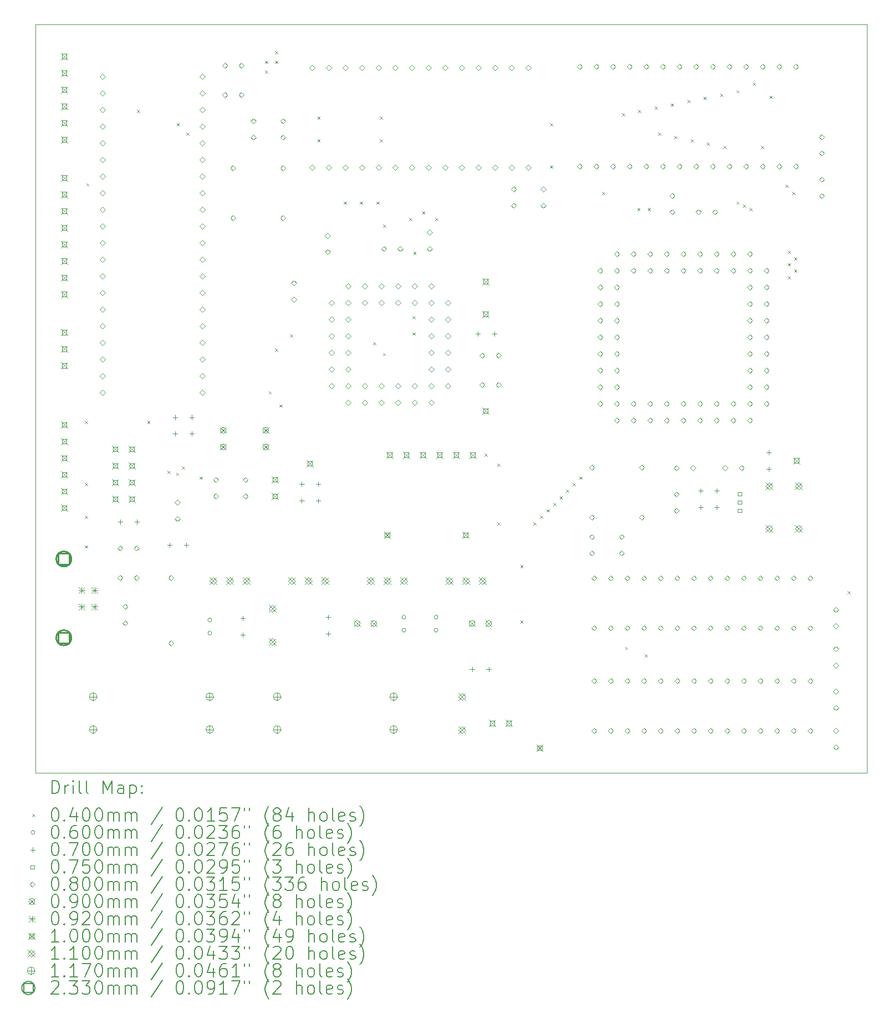
<source format=gbr>
%TF.GenerationSoftware,KiCad,Pcbnew,7.0.10*%
%TF.CreationDate,2024-02-09T09:44:12-06:00*%
%TF.ProjectId,SBC Circuit,53424320-4369-4726-9375-69742e6b6963,0.1*%
%TF.SameCoordinates,Original*%
%TF.FileFunction,Drillmap*%
%TF.FilePolarity,Positive*%
%FSLAX45Y45*%
G04 Gerber Fmt 4.5, Leading zero omitted, Abs format (unit mm)*
G04 Created by KiCad (PCBNEW 7.0.10) date 2024-02-09 09:44:12*
%MOMM*%
%LPD*%
G01*
G04 APERTURE LIST*
%ADD10C,0.100000*%
%ADD11C,0.200000*%
%ADD12C,0.110000*%
%ADD13C,0.117000*%
%ADD14C,0.233000*%
G04 APERTURE END LIST*
D10*
X7620000Y-3175000D02*
X20320000Y-3175000D01*
X20320000Y-14605000D01*
X7620000Y-14605000D01*
X7620000Y-3175000D01*
D11*
D10*
X8380000Y-9230000D02*
X8420000Y-9270000D01*
X8420000Y-9230000D02*
X8380000Y-9270000D01*
X8380000Y-10180000D02*
X8420000Y-10220000D01*
X8420000Y-10180000D02*
X8380000Y-10220000D01*
X8380000Y-10680000D02*
X8420000Y-10720000D01*
X8420000Y-10680000D02*
X8380000Y-10720000D01*
X8380000Y-11130000D02*
X8420000Y-11170000D01*
X8420000Y-11130000D02*
X8380000Y-11170000D01*
X8400530Y-5600540D02*
X8440530Y-5640540D01*
X8440530Y-5600540D02*
X8400530Y-5640540D01*
X9171560Y-4477480D02*
X9211560Y-4517480D01*
X9211560Y-4477480D02*
X9171560Y-4517480D01*
X9330000Y-9230000D02*
X9370000Y-9270000D01*
X9370000Y-9230000D02*
X9330000Y-9270000D01*
X9637000Y-9990040D02*
X9677000Y-10030040D01*
X9677000Y-9990040D02*
X9637000Y-10030040D01*
X9772000Y-10021540D02*
X9812000Y-10061540D01*
X9812000Y-10021540D02*
X9772000Y-10061540D01*
X9780000Y-4680000D02*
X9820000Y-4720000D01*
X9820000Y-4680000D02*
X9780000Y-4720000D01*
X9861000Y-9926540D02*
X9901000Y-9966540D01*
X9901000Y-9926540D02*
X9861000Y-9966540D01*
X9930000Y-4830000D02*
X9970000Y-4870000D01*
X9970000Y-4830000D02*
X9930000Y-4870000D01*
X10130000Y-10080000D02*
X10170000Y-10120000D01*
X10170000Y-10080000D02*
X10130000Y-10120000D01*
X11130000Y-3730000D02*
X11170000Y-3770000D01*
X11170000Y-3730000D02*
X11130000Y-3770000D01*
X11130000Y-3880000D02*
X11170000Y-3920000D01*
X11170000Y-3880000D02*
X11130000Y-3920000D01*
X11184460Y-8775540D02*
X11224460Y-8815540D01*
X11224460Y-8775540D02*
X11184460Y-8815540D01*
X11280000Y-3580000D02*
X11320000Y-3620000D01*
X11320000Y-3580000D02*
X11280000Y-3620000D01*
X11280000Y-3730000D02*
X11320000Y-3770000D01*
X11320000Y-3730000D02*
X11280000Y-3770000D01*
X11280000Y-8130000D02*
X11320000Y-8170000D01*
X11320000Y-8130000D02*
X11280000Y-8170000D01*
X11348460Y-8980000D02*
X11388460Y-9020000D01*
X11388460Y-8980000D02*
X11348460Y-9020000D01*
X11511540Y-7911540D02*
X11551540Y-7951540D01*
X11551540Y-7911540D02*
X11511540Y-7951540D01*
X11930000Y-4580000D02*
X11970000Y-4620000D01*
X11970000Y-4580000D02*
X11930000Y-4620000D01*
X11930000Y-4930000D02*
X11970000Y-4970000D01*
X11970000Y-4930000D02*
X11930000Y-4970000D01*
X12330000Y-5880000D02*
X12370000Y-5920000D01*
X12370000Y-5880000D02*
X12330000Y-5920000D01*
X12580000Y-5880000D02*
X12620000Y-5920000D01*
X12620000Y-5880000D02*
X12580000Y-5920000D01*
X12780000Y-8030000D02*
X12820000Y-8070000D01*
X12820000Y-8030000D02*
X12780000Y-8070000D01*
X12830000Y-5880000D02*
X12870000Y-5920000D01*
X12870000Y-5880000D02*
X12830000Y-5920000D01*
X12880000Y-4580000D02*
X12920000Y-4620000D01*
X12920000Y-4580000D02*
X12880000Y-4620000D01*
X12880000Y-4930000D02*
X12920000Y-4970000D01*
X12920000Y-4930000D02*
X12880000Y-4970000D01*
X12930000Y-8193253D02*
X12970000Y-8233253D01*
X12970000Y-8193253D02*
X12930000Y-8233253D01*
X12931633Y-6231633D02*
X12971633Y-6271633D01*
X12971633Y-6231633D02*
X12931633Y-6271633D01*
X13330000Y-6130000D02*
X13370000Y-6170000D01*
X13370000Y-6130000D02*
X13330000Y-6170000D01*
X13380000Y-7630000D02*
X13420000Y-7670000D01*
X13420000Y-7630000D02*
X13380000Y-7670000D01*
X13380000Y-7880000D02*
X13420000Y-7920000D01*
X13420000Y-7880000D02*
X13380000Y-7920000D01*
X13395496Y-6645496D02*
X13435496Y-6685496D01*
X13435496Y-6645496D02*
X13395496Y-6685496D01*
X13531633Y-6031633D02*
X13571633Y-6071633D01*
X13571633Y-6031633D02*
X13531633Y-6071633D01*
X13730000Y-6130000D02*
X13770000Y-6170000D01*
X13770000Y-6130000D02*
X13730000Y-6170000D01*
X14480000Y-9730000D02*
X14520000Y-9770000D01*
X14520000Y-9730000D02*
X14480000Y-9770000D01*
X14680000Y-9880000D02*
X14720000Y-9920000D01*
X14720000Y-9880000D02*
X14680000Y-9920000D01*
X14680000Y-10780000D02*
X14720000Y-10820000D01*
X14720000Y-10780000D02*
X14680000Y-10820000D01*
X15030000Y-11430000D02*
X15070000Y-11470000D01*
X15070000Y-11430000D02*
X15030000Y-11470000D01*
X15030000Y-12280000D02*
X15070000Y-12320000D01*
X15070000Y-12280000D02*
X15030000Y-12320000D01*
X15230000Y-10780000D02*
X15270000Y-10820000D01*
X15270000Y-10780000D02*
X15230000Y-10820000D01*
X15330000Y-10680000D02*
X15370000Y-10720000D01*
X15370000Y-10680000D02*
X15330000Y-10720000D01*
X15430000Y-10580000D02*
X15470000Y-10620000D01*
X15470000Y-10580000D02*
X15430000Y-10620000D01*
X15480000Y-4680000D02*
X15520000Y-4720000D01*
X15520000Y-4680000D02*
X15480000Y-4720000D01*
X15480000Y-5330000D02*
X15520000Y-5370000D01*
X15520000Y-5330000D02*
X15480000Y-5370000D01*
X15530000Y-10480000D02*
X15570000Y-10520000D01*
X15570000Y-10480000D02*
X15530000Y-10520000D01*
X15630000Y-10380000D02*
X15670000Y-10420000D01*
X15670000Y-10380000D02*
X15630000Y-10420000D01*
X15730000Y-10280000D02*
X15770000Y-10320000D01*
X15770000Y-10280000D02*
X15730000Y-10320000D01*
X15830000Y-10180000D02*
X15870000Y-10220000D01*
X15870000Y-10180000D02*
X15830000Y-10220000D01*
X15930000Y-10080000D02*
X15970000Y-10120000D01*
X15970000Y-10080000D02*
X15930000Y-10120000D01*
X16280000Y-5730000D02*
X16320000Y-5770000D01*
X16320000Y-5730000D02*
X16280000Y-5770000D01*
X16580000Y-4530000D02*
X16620000Y-4570000D01*
X16620000Y-4530000D02*
X16580000Y-4570000D01*
X16630000Y-12680000D02*
X16670000Y-12720000D01*
X16670000Y-12680000D02*
X16630000Y-12720000D01*
X16814450Y-5980000D02*
X16854450Y-6020000D01*
X16854450Y-5980000D02*
X16814450Y-6020000D01*
X16830000Y-4481633D02*
X16870000Y-4521633D01*
X16870000Y-4481633D02*
X16830000Y-4521633D01*
X16930000Y-12792000D02*
X16970000Y-12832000D01*
X16970000Y-12792000D02*
X16930000Y-12832000D01*
X16976077Y-5976077D02*
X17016077Y-6016077D01*
X17016077Y-5976077D02*
X16976077Y-6016077D01*
X17080000Y-4431633D02*
X17120000Y-4471633D01*
X17120000Y-4431633D02*
X17080000Y-4471633D01*
X17130000Y-4830000D02*
X17170000Y-4870000D01*
X17170000Y-4830000D02*
X17130000Y-4870000D01*
X17330000Y-4381633D02*
X17370000Y-4421633D01*
X17370000Y-4381633D02*
X17330000Y-4421633D01*
X17380000Y-4880000D02*
X17420000Y-4920000D01*
X17420000Y-4880000D02*
X17380000Y-4920000D01*
X17580000Y-4330000D02*
X17620000Y-4370000D01*
X17620000Y-4330000D02*
X17580000Y-4370000D01*
X17630000Y-4930000D02*
X17670000Y-4970000D01*
X17670000Y-4930000D02*
X17630000Y-4970000D01*
X17830000Y-4280000D02*
X17870000Y-4320000D01*
X17870000Y-4280000D02*
X17830000Y-4320000D01*
X17880229Y-4979771D02*
X17920229Y-5019771D01*
X17920229Y-4979771D02*
X17880229Y-5019771D01*
X18080000Y-4231633D02*
X18120000Y-4271633D01*
X18120000Y-4231633D02*
X18080000Y-4271633D01*
X18130000Y-5030000D02*
X18170000Y-5070000D01*
X18170000Y-5030000D02*
X18130000Y-5070000D01*
X18330000Y-4180000D02*
X18370000Y-4220000D01*
X18370000Y-4180000D02*
X18330000Y-4220000D01*
X18330000Y-5880000D02*
X18370000Y-5920000D01*
X18370000Y-5880000D02*
X18330000Y-5920000D01*
X18430000Y-5930000D02*
X18470000Y-5970000D01*
X18470000Y-5930000D02*
X18430000Y-5970000D01*
X18530000Y-5980000D02*
X18570000Y-6020000D01*
X18570000Y-5980000D02*
X18530000Y-6020000D01*
X18581000Y-4064142D02*
X18621000Y-4104142D01*
X18621000Y-4064142D02*
X18581000Y-4104142D01*
X18709700Y-5030000D02*
X18749700Y-5070000D01*
X18749700Y-5030000D02*
X18709700Y-5070000D01*
X18835000Y-4264142D02*
X18875000Y-4304142D01*
X18875000Y-4264142D02*
X18835000Y-4304142D01*
X19080000Y-5622070D02*
X19120000Y-5662070D01*
X19120000Y-5622070D02*
X19080000Y-5662070D01*
X19111460Y-6631460D02*
X19151460Y-6671460D01*
X19151460Y-6631460D02*
X19111460Y-6671460D01*
X19111460Y-6820500D02*
X19151460Y-6860500D01*
X19151460Y-6820500D02*
X19111460Y-6860500D01*
X19111460Y-7020500D02*
X19151460Y-7060500D01*
X19151460Y-7020500D02*
X19111460Y-7060500D01*
X19180000Y-5730000D02*
X19220000Y-5770000D01*
X19220000Y-5730000D02*
X19180000Y-5770000D01*
X19211460Y-6731460D02*
X19251460Y-6771460D01*
X19251460Y-6731460D02*
X19211460Y-6771460D01*
X19211460Y-6920500D02*
X19251460Y-6960500D01*
X19251460Y-6920500D02*
X19211460Y-6960500D01*
X20030000Y-11830000D02*
X20070000Y-11870000D01*
X20070000Y-11830000D02*
X20030000Y-11870000D01*
X10316240Y-12270800D02*
G75*
G03*
X10256240Y-12270800I-30000J0D01*
G01*
X10256240Y-12270800D02*
G75*
G03*
X10316240Y-12270800I30000J0D01*
G01*
X10316240Y-12470800D02*
G75*
G03*
X10256240Y-12470800I-30000J0D01*
G01*
X10256240Y-12470800D02*
G75*
G03*
X10316240Y-12470800I30000J0D01*
G01*
X13280000Y-12226280D02*
G75*
G03*
X13220000Y-12226280I-30000J0D01*
G01*
X13220000Y-12226280D02*
G75*
G03*
X13280000Y-12226280I30000J0D01*
G01*
X13280000Y-12426280D02*
G75*
G03*
X13220000Y-12426280I-30000J0D01*
G01*
X13220000Y-12426280D02*
G75*
G03*
X13280000Y-12426280I30000J0D01*
G01*
X13772000Y-12226280D02*
G75*
G03*
X13712000Y-12226280I-30000J0D01*
G01*
X13712000Y-12226280D02*
G75*
G03*
X13772000Y-12226280I30000J0D01*
G01*
X13772000Y-12426280D02*
G75*
G03*
X13712000Y-12426280I-30000J0D01*
G01*
X13712000Y-12426280D02*
G75*
G03*
X13772000Y-12426280I30000J0D01*
G01*
X8917000Y-10738540D02*
X8917000Y-10808540D01*
X8882000Y-10773540D02*
X8952000Y-10773540D01*
X9171000Y-10738540D02*
X9171000Y-10808540D01*
X9136000Y-10773540D02*
X9206000Y-10773540D01*
X9670000Y-11088540D02*
X9670000Y-11158540D01*
X9635000Y-11123540D02*
X9705000Y-11123540D01*
X9760000Y-9138540D02*
X9760000Y-9208540D01*
X9725000Y-9173540D02*
X9795000Y-9173540D01*
X9760000Y-9388540D02*
X9760000Y-9458540D01*
X9725000Y-9423540D02*
X9795000Y-9423540D01*
X9924000Y-11088540D02*
X9924000Y-11158540D01*
X9889000Y-11123540D02*
X9959000Y-11123540D01*
X10014000Y-9138540D02*
X10014000Y-9208540D01*
X9979000Y-9173540D02*
X10049000Y-9173540D01*
X10014000Y-9388540D02*
X10014000Y-9458540D01*
X9979000Y-9423540D02*
X10049000Y-9423540D01*
X10792000Y-12206540D02*
X10792000Y-12276540D01*
X10757000Y-12241540D02*
X10827000Y-12241540D01*
X10792000Y-12460540D02*
X10792000Y-12530540D01*
X10757000Y-12495540D02*
X10827000Y-12495540D01*
X11692000Y-10156540D02*
X11692000Y-10226540D01*
X11657000Y-10191540D02*
X11727000Y-10191540D01*
X11692000Y-10410540D02*
X11692000Y-10480540D01*
X11657000Y-10445540D02*
X11727000Y-10445540D01*
X11942000Y-10156540D02*
X11942000Y-10226540D01*
X11907000Y-10191540D02*
X11977000Y-10191540D01*
X11942000Y-10410540D02*
X11942000Y-10480540D01*
X11907000Y-10445540D02*
X11977000Y-10445540D01*
X12092000Y-12188540D02*
X12092000Y-12258540D01*
X12057000Y-12223540D02*
X12127000Y-12223540D01*
X12092000Y-12442540D02*
X12092000Y-12512540D01*
X12057000Y-12477540D02*
X12127000Y-12477540D01*
X14292000Y-12988540D02*
X14292000Y-13058540D01*
X14257000Y-13023540D02*
X14327000Y-13023540D01*
X14378000Y-7865000D02*
X14378000Y-7935000D01*
X14343000Y-7900000D02*
X14413000Y-7900000D01*
X14546000Y-12988540D02*
X14546000Y-13058540D01*
X14511000Y-13023540D02*
X14581000Y-13023540D01*
X14632000Y-7865000D02*
X14632000Y-7935000D01*
X14597000Y-7900000D02*
X14667000Y-7900000D01*
X17781460Y-10257500D02*
X17781460Y-10327500D01*
X17746460Y-10292500D02*
X17816460Y-10292500D01*
X17781460Y-10511500D02*
X17781460Y-10581500D01*
X17746460Y-10546500D02*
X17816460Y-10546500D01*
X18031460Y-10257500D02*
X18031460Y-10327500D01*
X17996460Y-10292500D02*
X18066460Y-10292500D01*
X18031460Y-10511500D02*
X18031460Y-10581500D01*
X17996460Y-10546500D02*
X18066460Y-10546500D01*
X18825000Y-9673000D02*
X18825000Y-9743000D01*
X18790000Y-9708000D02*
X18860000Y-9708000D01*
X18825000Y-9927000D02*
X18825000Y-9997000D01*
X18790000Y-9962000D02*
X18860000Y-9962000D01*
X18407977Y-10374017D02*
X18407977Y-10320983D01*
X18354943Y-10320983D01*
X18354943Y-10374017D01*
X18407977Y-10374017D01*
X18407977Y-10501017D02*
X18407977Y-10447983D01*
X18354943Y-10447983D01*
X18354943Y-10501017D01*
X18407977Y-10501017D01*
X18407977Y-10628017D02*
X18407977Y-10574983D01*
X18354943Y-10574983D01*
X18354943Y-10628017D01*
X18407977Y-10628017D01*
X8649780Y-4009540D02*
X8689780Y-3969540D01*
X8649780Y-3929540D01*
X8609780Y-3969540D01*
X8649780Y-4009540D01*
X8649780Y-4263540D02*
X8689780Y-4223540D01*
X8649780Y-4183540D01*
X8609780Y-4223540D01*
X8649780Y-4263540D01*
X8649780Y-4517540D02*
X8689780Y-4477540D01*
X8649780Y-4437540D01*
X8609780Y-4477540D01*
X8649780Y-4517540D01*
X8649780Y-4771540D02*
X8689780Y-4731540D01*
X8649780Y-4691540D01*
X8609780Y-4731540D01*
X8649780Y-4771540D01*
X8649780Y-5025540D02*
X8689780Y-4985540D01*
X8649780Y-4945540D01*
X8609780Y-4985540D01*
X8649780Y-5025540D01*
X8649780Y-5279540D02*
X8689780Y-5239540D01*
X8649780Y-5199540D01*
X8609780Y-5239540D01*
X8649780Y-5279540D01*
X8649780Y-5533540D02*
X8689780Y-5493540D01*
X8649780Y-5453540D01*
X8609780Y-5493540D01*
X8649780Y-5533540D01*
X8649780Y-5787540D02*
X8689780Y-5747540D01*
X8649780Y-5707540D01*
X8609780Y-5747540D01*
X8649780Y-5787540D01*
X8649780Y-6041540D02*
X8689780Y-6001540D01*
X8649780Y-5961540D01*
X8609780Y-6001540D01*
X8649780Y-6041540D01*
X8649780Y-6295540D02*
X8689780Y-6255540D01*
X8649780Y-6215540D01*
X8609780Y-6255540D01*
X8649780Y-6295540D01*
X8649780Y-6549540D02*
X8689780Y-6509540D01*
X8649780Y-6469540D01*
X8609780Y-6509540D01*
X8649780Y-6549540D01*
X8649780Y-6803540D02*
X8689780Y-6763540D01*
X8649780Y-6723540D01*
X8609780Y-6763540D01*
X8649780Y-6803540D01*
X8649780Y-7057540D02*
X8689780Y-7017540D01*
X8649780Y-6977540D01*
X8609780Y-7017540D01*
X8649780Y-7057540D01*
X8649780Y-7311540D02*
X8689780Y-7271540D01*
X8649780Y-7231540D01*
X8609780Y-7271540D01*
X8649780Y-7311540D01*
X8649780Y-7565540D02*
X8689780Y-7525540D01*
X8649780Y-7485540D01*
X8609780Y-7525540D01*
X8649780Y-7565540D01*
X8649780Y-7819540D02*
X8689780Y-7779540D01*
X8649780Y-7739540D01*
X8609780Y-7779540D01*
X8649780Y-7819540D01*
X8649780Y-8073540D02*
X8689780Y-8033540D01*
X8649780Y-7993540D01*
X8609780Y-8033540D01*
X8649780Y-8073540D01*
X8649780Y-8327540D02*
X8689780Y-8287540D01*
X8649780Y-8247540D01*
X8609780Y-8287540D01*
X8649780Y-8327540D01*
X8649780Y-8581540D02*
X8689780Y-8541540D01*
X8649780Y-8501540D01*
X8609780Y-8541540D01*
X8649780Y-8581540D01*
X8649780Y-8835540D02*
X8689780Y-8795540D01*
X8649780Y-8755540D01*
X8609780Y-8795540D01*
X8649780Y-8835540D01*
X8917000Y-11213540D02*
X8957000Y-11173540D01*
X8917000Y-11133540D01*
X8877000Y-11173540D01*
X8917000Y-11213540D01*
X8917000Y-11663540D02*
X8957000Y-11623540D01*
X8917000Y-11583540D01*
X8877000Y-11623540D01*
X8917000Y-11663540D01*
X8992000Y-12105540D02*
X9032000Y-12065540D01*
X8992000Y-12025540D01*
X8952000Y-12065540D01*
X8992000Y-12105540D01*
X8992000Y-12355540D02*
X9032000Y-12315540D01*
X8992000Y-12275540D01*
X8952000Y-12315540D01*
X8992000Y-12355540D01*
X9167000Y-11213540D02*
X9207000Y-11173540D01*
X9167000Y-11133540D01*
X9127000Y-11173540D01*
X9167000Y-11213540D01*
X9167000Y-11663540D02*
X9207000Y-11623540D01*
X9167000Y-11583540D01*
X9127000Y-11623540D01*
X9167000Y-11663540D01*
X9692000Y-11663540D02*
X9732000Y-11623540D01*
X9692000Y-11583540D01*
X9652000Y-11623540D01*
X9692000Y-11663540D01*
X9692000Y-12663540D02*
X9732000Y-12623540D01*
X9692000Y-12583540D01*
X9652000Y-12623540D01*
X9692000Y-12663540D01*
X9792000Y-10513540D02*
X9832000Y-10473540D01*
X9792000Y-10433540D01*
X9752000Y-10473540D01*
X9792000Y-10513540D01*
X9792000Y-10763540D02*
X9832000Y-10723540D01*
X9792000Y-10683540D01*
X9752000Y-10723540D01*
X9792000Y-10763540D01*
X10173780Y-4009540D02*
X10213780Y-3969540D01*
X10173780Y-3929540D01*
X10133780Y-3969540D01*
X10173780Y-4009540D01*
X10173780Y-4263540D02*
X10213780Y-4223540D01*
X10173780Y-4183540D01*
X10133780Y-4223540D01*
X10173780Y-4263540D01*
X10173780Y-4517540D02*
X10213780Y-4477540D01*
X10173780Y-4437540D01*
X10133780Y-4477540D01*
X10173780Y-4517540D01*
X10173780Y-4771540D02*
X10213780Y-4731540D01*
X10173780Y-4691540D01*
X10133780Y-4731540D01*
X10173780Y-4771540D01*
X10173780Y-5025540D02*
X10213780Y-4985540D01*
X10173780Y-4945540D01*
X10133780Y-4985540D01*
X10173780Y-5025540D01*
X10173780Y-5279540D02*
X10213780Y-5239540D01*
X10173780Y-5199540D01*
X10133780Y-5239540D01*
X10173780Y-5279540D01*
X10173780Y-5533540D02*
X10213780Y-5493540D01*
X10173780Y-5453540D01*
X10133780Y-5493540D01*
X10173780Y-5533540D01*
X10173780Y-5787540D02*
X10213780Y-5747540D01*
X10173780Y-5707540D01*
X10133780Y-5747540D01*
X10173780Y-5787540D01*
X10173780Y-6041540D02*
X10213780Y-6001540D01*
X10173780Y-5961540D01*
X10133780Y-6001540D01*
X10173780Y-6041540D01*
X10173780Y-6295540D02*
X10213780Y-6255540D01*
X10173780Y-6215540D01*
X10133780Y-6255540D01*
X10173780Y-6295540D01*
X10173780Y-6549540D02*
X10213780Y-6509540D01*
X10173780Y-6469540D01*
X10133780Y-6509540D01*
X10173780Y-6549540D01*
X10173780Y-6803540D02*
X10213780Y-6763540D01*
X10173780Y-6723540D01*
X10133780Y-6763540D01*
X10173780Y-6803540D01*
X10173780Y-7057540D02*
X10213780Y-7017540D01*
X10173780Y-6977540D01*
X10133780Y-7017540D01*
X10173780Y-7057540D01*
X10173780Y-7311540D02*
X10213780Y-7271540D01*
X10173780Y-7231540D01*
X10133780Y-7271540D01*
X10173780Y-7311540D01*
X10173780Y-7565540D02*
X10213780Y-7525540D01*
X10173780Y-7485540D01*
X10133780Y-7525540D01*
X10173780Y-7565540D01*
X10173780Y-7819540D02*
X10213780Y-7779540D01*
X10173780Y-7739540D01*
X10133780Y-7779540D01*
X10173780Y-7819540D01*
X10173780Y-8073540D02*
X10213780Y-8033540D01*
X10173780Y-7993540D01*
X10133780Y-8033540D01*
X10173780Y-8073540D01*
X10173780Y-8327540D02*
X10213780Y-8287540D01*
X10173780Y-8247540D01*
X10133780Y-8287540D01*
X10173780Y-8327540D01*
X10173780Y-8581540D02*
X10213780Y-8541540D01*
X10173780Y-8501540D01*
X10133780Y-8541540D01*
X10173780Y-8581540D01*
X10173780Y-8835540D02*
X10213780Y-8795540D01*
X10173780Y-8755540D01*
X10133780Y-8795540D01*
X10173780Y-8835540D01*
X10379000Y-10168540D02*
X10419000Y-10128540D01*
X10379000Y-10088540D01*
X10339000Y-10128540D01*
X10379000Y-10168540D01*
X10379000Y-10418540D02*
X10419000Y-10378540D01*
X10379000Y-10338540D01*
X10339000Y-10378540D01*
X10379000Y-10418540D01*
X10517000Y-3840000D02*
X10557000Y-3800000D01*
X10517000Y-3760000D01*
X10477000Y-3800000D01*
X10517000Y-3840000D01*
X10517000Y-4290000D02*
X10557000Y-4250000D01*
X10517000Y-4210000D01*
X10477000Y-4250000D01*
X10517000Y-4290000D01*
X10642000Y-5406540D02*
X10682000Y-5366540D01*
X10642000Y-5326540D01*
X10602000Y-5366540D01*
X10642000Y-5406540D01*
X10642000Y-6168540D02*
X10682000Y-6128540D01*
X10642000Y-6088540D01*
X10602000Y-6128540D01*
X10642000Y-6168540D01*
X10767000Y-3840000D02*
X10807000Y-3800000D01*
X10767000Y-3760000D01*
X10727000Y-3800000D01*
X10767000Y-3840000D01*
X10767000Y-4290000D02*
X10807000Y-4250000D01*
X10767000Y-4210000D01*
X10727000Y-4250000D01*
X10767000Y-4290000D01*
X10829000Y-10168540D02*
X10869000Y-10128540D01*
X10829000Y-10088540D01*
X10789000Y-10128540D01*
X10829000Y-10168540D01*
X10829000Y-10418540D02*
X10869000Y-10378540D01*
X10829000Y-10338540D01*
X10789000Y-10378540D01*
X10829000Y-10418540D01*
X10950000Y-4690000D02*
X10990000Y-4650000D01*
X10950000Y-4610000D01*
X10910000Y-4650000D01*
X10950000Y-4690000D01*
X10950000Y-4940000D02*
X10990000Y-4900000D01*
X10950000Y-4860000D01*
X10910000Y-4900000D01*
X10950000Y-4940000D01*
X11404000Y-4690000D02*
X11444000Y-4650000D01*
X11404000Y-4610000D01*
X11364000Y-4650000D01*
X11404000Y-4690000D01*
X11404000Y-4940000D02*
X11444000Y-4900000D01*
X11404000Y-4860000D01*
X11364000Y-4900000D01*
X11404000Y-4940000D01*
X11404000Y-5406540D02*
X11444000Y-5366540D01*
X11404000Y-5326540D01*
X11364000Y-5366540D01*
X11404000Y-5406540D01*
X11404000Y-6168540D02*
X11444000Y-6128540D01*
X11404000Y-6088540D01*
X11364000Y-6128540D01*
X11404000Y-6168540D01*
X11570996Y-7163540D02*
X11610996Y-7123540D01*
X11570996Y-7083540D01*
X11530996Y-7123540D01*
X11570996Y-7163540D01*
X11570996Y-7413540D02*
X11610996Y-7373540D01*
X11570996Y-7333540D01*
X11530996Y-7373540D01*
X11570996Y-7413540D01*
X11850500Y-3874900D02*
X11890500Y-3834900D01*
X11850500Y-3794900D01*
X11810500Y-3834900D01*
X11850500Y-3874900D01*
X11850500Y-5398900D02*
X11890500Y-5358900D01*
X11850500Y-5318900D01*
X11810500Y-5358900D01*
X11850500Y-5398900D01*
X12084496Y-6440000D02*
X12124496Y-6400000D01*
X12084496Y-6360000D01*
X12044496Y-6400000D01*
X12084496Y-6440000D01*
X12084496Y-6690000D02*
X12124496Y-6650000D01*
X12084496Y-6610000D01*
X12044496Y-6650000D01*
X12084496Y-6690000D01*
X12104500Y-3874900D02*
X12144500Y-3834900D01*
X12104500Y-3794900D01*
X12064500Y-3834900D01*
X12104500Y-3874900D01*
X12104500Y-5398900D02*
X12144500Y-5358900D01*
X12104500Y-5318900D01*
X12064500Y-5358900D01*
X12104500Y-5398900D01*
X12145496Y-7463540D02*
X12185496Y-7423540D01*
X12145496Y-7383540D01*
X12105496Y-7423540D01*
X12145496Y-7463540D01*
X12145496Y-7717540D02*
X12185496Y-7677540D01*
X12145496Y-7637540D01*
X12105496Y-7677540D01*
X12145496Y-7717540D01*
X12145496Y-7971540D02*
X12185496Y-7931540D01*
X12145496Y-7891540D01*
X12105496Y-7931540D01*
X12145496Y-7971540D01*
X12145496Y-8225540D02*
X12185496Y-8185540D01*
X12145496Y-8145540D01*
X12105496Y-8185540D01*
X12145496Y-8225540D01*
X12145496Y-8479540D02*
X12185496Y-8439540D01*
X12145496Y-8399540D01*
X12105496Y-8439540D01*
X12145496Y-8479540D01*
X12145496Y-8733540D02*
X12185496Y-8693540D01*
X12145496Y-8653540D01*
X12105496Y-8693540D01*
X12145496Y-8733540D01*
X12358500Y-3874900D02*
X12398500Y-3834900D01*
X12358500Y-3794900D01*
X12318500Y-3834900D01*
X12358500Y-3874900D01*
X12358500Y-5398900D02*
X12398500Y-5358900D01*
X12358500Y-5318900D01*
X12318500Y-5358900D01*
X12358500Y-5398900D01*
X12399496Y-7209540D02*
X12439496Y-7169540D01*
X12399496Y-7129540D01*
X12359496Y-7169540D01*
X12399496Y-7209540D01*
X12399496Y-7463540D02*
X12439496Y-7423540D01*
X12399496Y-7383540D01*
X12359496Y-7423540D01*
X12399496Y-7463540D01*
X12399496Y-7717540D02*
X12439496Y-7677540D01*
X12399496Y-7637540D01*
X12359496Y-7677540D01*
X12399496Y-7717540D01*
X12399496Y-7971540D02*
X12439496Y-7931540D01*
X12399496Y-7891540D01*
X12359496Y-7931540D01*
X12399496Y-7971540D01*
X12399496Y-8225540D02*
X12439496Y-8185540D01*
X12399496Y-8145540D01*
X12359496Y-8185540D01*
X12399496Y-8225540D01*
X12399496Y-8479540D02*
X12439496Y-8439540D01*
X12399496Y-8399540D01*
X12359496Y-8439540D01*
X12399496Y-8479540D01*
X12399496Y-8733540D02*
X12439496Y-8693540D01*
X12399496Y-8653540D01*
X12359496Y-8693540D01*
X12399496Y-8733540D01*
X12399496Y-8987540D02*
X12439496Y-8947540D01*
X12399496Y-8907540D01*
X12359496Y-8947540D01*
X12399496Y-8987540D01*
X12612500Y-3874900D02*
X12652500Y-3834900D01*
X12612500Y-3794900D01*
X12572500Y-3834900D01*
X12612500Y-3874900D01*
X12612500Y-5398900D02*
X12652500Y-5358900D01*
X12612500Y-5318900D01*
X12572500Y-5358900D01*
X12612500Y-5398900D01*
X12653496Y-7209540D02*
X12693496Y-7169540D01*
X12653496Y-7129540D01*
X12613496Y-7169540D01*
X12653496Y-7209540D01*
X12653496Y-7463540D02*
X12693496Y-7423540D01*
X12653496Y-7383540D01*
X12613496Y-7423540D01*
X12653496Y-7463540D01*
X12653496Y-8733540D02*
X12693496Y-8693540D01*
X12653496Y-8653540D01*
X12613496Y-8693540D01*
X12653496Y-8733540D01*
X12653496Y-8987540D02*
X12693496Y-8947540D01*
X12653496Y-8907540D01*
X12613496Y-8947540D01*
X12653496Y-8987540D01*
X12866500Y-3874900D02*
X12906500Y-3834900D01*
X12866500Y-3794900D01*
X12826500Y-3834900D01*
X12866500Y-3874900D01*
X12866500Y-5398900D02*
X12906500Y-5358900D01*
X12866500Y-5318900D01*
X12826500Y-5358900D01*
X12866500Y-5398900D01*
X12907496Y-7209540D02*
X12947496Y-7169540D01*
X12907496Y-7129540D01*
X12867496Y-7169540D01*
X12907496Y-7209540D01*
X12907496Y-7463540D02*
X12947496Y-7423540D01*
X12907496Y-7383540D01*
X12867496Y-7423540D01*
X12907496Y-7463540D01*
X12907496Y-8733540D02*
X12947496Y-8693540D01*
X12907496Y-8653540D01*
X12867496Y-8693540D01*
X12907496Y-8733540D01*
X12907496Y-8987540D02*
X12947496Y-8947540D01*
X12907496Y-8907540D01*
X12867496Y-8947540D01*
X12907496Y-8987540D01*
X12945496Y-6640000D02*
X12985496Y-6600000D01*
X12945496Y-6560000D01*
X12905496Y-6600000D01*
X12945496Y-6640000D01*
X13120500Y-3874900D02*
X13160500Y-3834900D01*
X13120500Y-3794900D01*
X13080500Y-3834900D01*
X13120500Y-3874900D01*
X13120500Y-5398900D02*
X13160500Y-5358900D01*
X13120500Y-5318900D01*
X13080500Y-5358900D01*
X13120500Y-5398900D01*
X13161496Y-7209540D02*
X13201496Y-7169540D01*
X13161496Y-7129540D01*
X13121496Y-7169540D01*
X13161496Y-7209540D01*
X13161496Y-7463540D02*
X13201496Y-7423540D01*
X13161496Y-7383540D01*
X13121496Y-7423540D01*
X13161496Y-7463540D01*
X13161496Y-8733540D02*
X13201496Y-8693540D01*
X13161496Y-8653540D01*
X13121496Y-8693540D01*
X13161496Y-8733540D01*
X13161496Y-8987540D02*
X13201496Y-8947540D01*
X13161496Y-8907540D01*
X13121496Y-8947540D01*
X13161496Y-8987540D01*
X13195496Y-6640000D02*
X13235496Y-6600000D01*
X13195496Y-6560000D01*
X13155496Y-6600000D01*
X13195496Y-6640000D01*
X13374500Y-3874900D02*
X13414500Y-3834900D01*
X13374500Y-3794900D01*
X13334500Y-3834900D01*
X13374500Y-3874900D01*
X13374500Y-5398900D02*
X13414500Y-5358900D01*
X13374500Y-5318900D01*
X13334500Y-5358900D01*
X13374500Y-5398900D01*
X13415496Y-7209540D02*
X13455496Y-7169540D01*
X13415496Y-7129540D01*
X13375496Y-7169540D01*
X13415496Y-7209540D01*
X13415496Y-7463540D02*
X13455496Y-7423540D01*
X13415496Y-7383540D01*
X13375496Y-7423540D01*
X13415496Y-7463540D01*
X13415496Y-8733540D02*
X13455496Y-8693540D01*
X13415496Y-8653540D01*
X13375496Y-8693540D01*
X13415496Y-8733540D01*
X13415496Y-8987540D02*
X13455496Y-8947540D01*
X13415496Y-8907540D01*
X13375496Y-8947540D01*
X13415496Y-8987540D01*
X13628500Y-3874900D02*
X13668500Y-3834900D01*
X13628500Y-3794900D01*
X13588500Y-3834900D01*
X13628500Y-3874900D01*
X13628500Y-5398900D02*
X13668500Y-5358900D01*
X13628500Y-5318900D01*
X13588500Y-5358900D01*
X13628500Y-5398900D01*
X13645496Y-6390000D02*
X13685496Y-6350000D01*
X13645496Y-6310000D01*
X13605496Y-6350000D01*
X13645496Y-6390000D01*
X13645496Y-6640000D02*
X13685496Y-6600000D01*
X13645496Y-6560000D01*
X13605496Y-6600000D01*
X13645496Y-6640000D01*
X13669496Y-7209540D02*
X13709496Y-7169540D01*
X13669496Y-7129540D01*
X13629496Y-7169540D01*
X13669496Y-7209540D01*
X13669496Y-7463540D02*
X13709496Y-7423540D01*
X13669496Y-7383540D01*
X13629496Y-7423540D01*
X13669496Y-7463540D01*
X13669496Y-7717540D02*
X13709496Y-7677540D01*
X13669496Y-7637540D01*
X13629496Y-7677540D01*
X13669496Y-7717540D01*
X13669496Y-7971540D02*
X13709496Y-7931540D01*
X13669496Y-7891540D01*
X13629496Y-7931540D01*
X13669496Y-7971540D01*
X13669496Y-8225540D02*
X13709496Y-8185540D01*
X13669496Y-8145540D01*
X13629496Y-8185540D01*
X13669496Y-8225540D01*
X13669496Y-8479540D02*
X13709496Y-8439540D01*
X13669496Y-8399540D01*
X13629496Y-8439540D01*
X13669496Y-8479540D01*
X13669496Y-8733540D02*
X13709496Y-8693540D01*
X13669496Y-8653540D01*
X13629496Y-8693540D01*
X13669496Y-8733540D01*
X13669496Y-8987540D02*
X13709496Y-8947540D01*
X13669496Y-8907540D01*
X13629496Y-8947540D01*
X13669496Y-8987540D01*
X13882500Y-3874900D02*
X13922500Y-3834900D01*
X13882500Y-3794900D01*
X13842500Y-3834900D01*
X13882500Y-3874900D01*
X13882500Y-5398900D02*
X13922500Y-5358900D01*
X13882500Y-5318900D01*
X13842500Y-5358900D01*
X13882500Y-5398900D01*
X13923496Y-7463540D02*
X13963496Y-7423540D01*
X13923496Y-7383540D01*
X13883496Y-7423540D01*
X13923496Y-7463540D01*
X13923496Y-7717540D02*
X13963496Y-7677540D01*
X13923496Y-7637540D01*
X13883496Y-7677540D01*
X13923496Y-7717540D01*
X13923496Y-7971540D02*
X13963496Y-7931540D01*
X13923496Y-7891540D01*
X13883496Y-7931540D01*
X13923496Y-7971540D01*
X13923496Y-8225540D02*
X13963496Y-8185540D01*
X13923496Y-8145540D01*
X13883496Y-8185540D01*
X13923496Y-8225540D01*
X13923496Y-8479540D02*
X13963496Y-8439540D01*
X13923496Y-8399540D01*
X13883496Y-8439540D01*
X13923496Y-8479540D01*
X13923496Y-8733540D02*
X13963496Y-8693540D01*
X13923496Y-8653540D01*
X13883496Y-8693540D01*
X13923496Y-8733540D01*
X14136500Y-3874900D02*
X14176500Y-3834900D01*
X14136500Y-3794900D01*
X14096500Y-3834900D01*
X14136500Y-3874900D01*
X14136500Y-5398900D02*
X14176500Y-5358900D01*
X14136500Y-5318900D01*
X14096500Y-5358900D01*
X14136500Y-5398900D01*
X14390500Y-3874900D02*
X14430500Y-3834900D01*
X14390500Y-3794900D01*
X14350500Y-3834900D01*
X14390500Y-3874900D01*
X14390500Y-5398900D02*
X14430500Y-5358900D01*
X14390500Y-5318900D01*
X14350500Y-5358900D01*
X14390500Y-5398900D01*
X14445496Y-8267540D02*
X14485496Y-8227540D01*
X14445496Y-8187540D01*
X14405496Y-8227540D01*
X14445496Y-8267540D01*
X14445496Y-8717540D02*
X14485496Y-8677540D01*
X14445496Y-8637540D01*
X14405496Y-8677540D01*
X14445496Y-8717540D01*
X14644500Y-3874900D02*
X14684500Y-3834900D01*
X14644500Y-3794900D01*
X14604500Y-3834900D01*
X14644500Y-3874900D01*
X14644500Y-5398900D02*
X14684500Y-5358900D01*
X14644500Y-5318900D01*
X14604500Y-5358900D01*
X14644500Y-5398900D01*
X14695496Y-8267540D02*
X14735496Y-8227540D01*
X14695496Y-8187540D01*
X14655496Y-8227540D01*
X14695496Y-8267540D01*
X14695496Y-8717540D02*
X14735496Y-8677540D01*
X14695496Y-8637540D01*
X14655496Y-8677540D01*
X14695496Y-8717540D01*
X14898500Y-3874900D02*
X14938500Y-3834900D01*
X14898500Y-3794900D01*
X14858500Y-3834900D01*
X14898500Y-3874900D01*
X14898500Y-5398900D02*
X14938500Y-5358900D01*
X14898500Y-5318900D01*
X14858500Y-5358900D01*
X14898500Y-5398900D01*
X14927500Y-5729600D02*
X14967500Y-5689600D01*
X14927500Y-5649600D01*
X14887500Y-5689600D01*
X14927500Y-5729600D01*
X14927500Y-5979600D02*
X14967500Y-5939600D01*
X14927500Y-5899600D01*
X14887500Y-5939600D01*
X14927500Y-5979600D01*
X15152500Y-3874900D02*
X15192500Y-3834900D01*
X15152500Y-3794900D01*
X15112500Y-3834900D01*
X15152500Y-3874900D01*
X15152500Y-5398900D02*
X15192500Y-5358900D01*
X15152500Y-5318900D01*
X15112500Y-5358900D01*
X15152500Y-5398900D01*
X15377500Y-5729600D02*
X15417500Y-5689600D01*
X15377500Y-5649600D01*
X15337500Y-5689600D01*
X15377500Y-5729600D01*
X15377500Y-5979600D02*
X15417500Y-5939600D01*
X15377500Y-5899600D01*
X15337500Y-5939600D01*
X15377500Y-5979600D01*
X15934000Y-3859042D02*
X15974000Y-3819042D01*
X15934000Y-3779042D01*
X15894000Y-3819042D01*
X15934000Y-3859042D01*
X15934000Y-5383042D02*
X15974000Y-5343042D01*
X15934000Y-5303042D01*
X15894000Y-5343042D01*
X15934000Y-5383042D01*
X16121460Y-9978000D02*
X16161460Y-9938000D01*
X16121460Y-9898000D01*
X16081460Y-9938000D01*
X16121460Y-9978000D01*
X16121460Y-10740000D02*
X16161460Y-10700000D01*
X16121460Y-10660000D01*
X16081460Y-10700000D01*
X16121460Y-10740000D01*
X16121460Y-11040000D02*
X16161460Y-11000000D01*
X16121460Y-10960000D01*
X16081460Y-11000000D01*
X16121460Y-11040000D01*
X16121460Y-11290000D02*
X16161460Y-11250000D01*
X16121460Y-11210000D01*
X16081460Y-11250000D01*
X16121460Y-11290000D01*
X16155900Y-11670800D02*
X16195900Y-11630800D01*
X16155900Y-11590800D01*
X16115900Y-11630800D01*
X16155900Y-11670800D01*
X16155900Y-12432800D02*
X16195900Y-12392800D01*
X16155900Y-12352800D01*
X16115900Y-12392800D01*
X16155900Y-12432800D01*
X16155900Y-13240000D02*
X16195900Y-13200000D01*
X16155900Y-13160000D01*
X16115900Y-13200000D01*
X16155900Y-13240000D01*
X16155900Y-14002000D02*
X16195900Y-13962000D01*
X16155900Y-13922000D01*
X16115900Y-13962000D01*
X16155900Y-14002000D01*
X16188000Y-3859042D02*
X16228000Y-3819042D01*
X16188000Y-3779042D01*
X16148000Y-3819042D01*
X16188000Y-3859042D01*
X16188000Y-5383042D02*
X16228000Y-5343042D01*
X16188000Y-5303042D01*
X16148000Y-5343042D01*
X16188000Y-5383042D01*
X16248460Y-6974000D02*
X16288460Y-6934000D01*
X16248460Y-6894000D01*
X16208460Y-6934000D01*
X16248460Y-6974000D01*
X16248460Y-7228000D02*
X16288460Y-7188000D01*
X16248460Y-7148000D01*
X16208460Y-7188000D01*
X16248460Y-7228000D01*
X16248460Y-7482000D02*
X16288460Y-7442000D01*
X16248460Y-7402000D01*
X16208460Y-7442000D01*
X16248460Y-7482000D01*
X16248460Y-7736000D02*
X16288460Y-7696000D01*
X16248460Y-7656000D01*
X16208460Y-7696000D01*
X16248460Y-7736000D01*
X16248460Y-7990000D02*
X16288460Y-7950000D01*
X16248460Y-7910000D01*
X16208460Y-7950000D01*
X16248460Y-7990000D01*
X16248460Y-8244000D02*
X16288460Y-8204000D01*
X16248460Y-8164000D01*
X16208460Y-8204000D01*
X16248460Y-8244000D01*
X16248460Y-8498000D02*
X16288460Y-8458000D01*
X16248460Y-8418000D01*
X16208460Y-8458000D01*
X16248460Y-8498000D01*
X16248460Y-8752000D02*
X16288460Y-8712000D01*
X16248460Y-8672000D01*
X16208460Y-8712000D01*
X16248460Y-8752000D01*
X16248460Y-9006000D02*
X16288460Y-8966000D01*
X16248460Y-8926000D01*
X16208460Y-8966000D01*
X16248460Y-9006000D01*
X16409900Y-11670800D02*
X16449900Y-11630800D01*
X16409900Y-11590800D01*
X16369900Y-11630800D01*
X16409900Y-11670800D01*
X16409900Y-12432800D02*
X16449900Y-12392800D01*
X16409900Y-12352800D01*
X16369900Y-12392800D01*
X16409900Y-12432800D01*
X16409900Y-13240000D02*
X16449900Y-13200000D01*
X16409900Y-13160000D01*
X16369900Y-13200000D01*
X16409900Y-13240000D01*
X16409900Y-14002000D02*
X16449900Y-13962000D01*
X16409900Y-13922000D01*
X16369900Y-13962000D01*
X16409900Y-14002000D01*
X16442000Y-3859042D02*
X16482000Y-3819042D01*
X16442000Y-3779042D01*
X16402000Y-3819042D01*
X16442000Y-3859042D01*
X16442000Y-5383042D02*
X16482000Y-5343042D01*
X16442000Y-5303042D01*
X16402000Y-5343042D01*
X16442000Y-5383042D01*
X16502460Y-6720000D02*
X16542460Y-6680000D01*
X16502460Y-6640000D01*
X16462460Y-6680000D01*
X16502460Y-6720000D01*
X16502460Y-6974000D02*
X16542460Y-6934000D01*
X16502460Y-6894000D01*
X16462460Y-6934000D01*
X16502460Y-6974000D01*
X16502460Y-7228000D02*
X16542460Y-7188000D01*
X16502460Y-7148000D01*
X16462460Y-7188000D01*
X16502460Y-7228000D01*
X16502460Y-7482000D02*
X16542460Y-7442000D01*
X16502460Y-7402000D01*
X16462460Y-7442000D01*
X16502460Y-7482000D01*
X16502460Y-7736000D02*
X16542460Y-7696000D01*
X16502460Y-7656000D01*
X16462460Y-7696000D01*
X16502460Y-7736000D01*
X16502460Y-7990000D02*
X16542460Y-7950000D01*
X16502460Y-7910000D01*
X16462460Y-7950000D01*
X16502460Y-7990000D01*
X16502460Y-8244000D02*
X16542460Y-8204000D01*
X16502460Y-8164000D01*
X16462460Y-8204000D01*
X16502460Y-8244000D01*
X16502460Y-8498000D02*
X16542460Y-8458000D01*
X16502460Y-8418000D01*
X16462460Y-8458000D01*
X16502460Y-8498000D01*
X16502460Y-8752000D02*
X16542460Y-8712000D01*
X16502460Y-8672000D01*
X16462460Y-8712000D01*
X16502460Y-8752000D01*
X16502460Y-9006000D02*
X16542460Y-8966000D01*
X16502460Y-8926000D01*
X16462460Y-8966000D01*
X16502460Y-9006000D01*
X16502460Y-9260000D02*
X16542460Y-9220000D01*
X16502460Y-9180000D01*
X16462460Y-9220000D01*
X16502460Y-9260000D01*
X16575000Y-11040000D02*
X16615000Y-11000000D01*
X16575000Y-10960000D01*
X16535000Y-11000000D01*
X16575000Y-11040000D01*
X16575000Y-11290000D02*
X16615000Y-11250000D01*
X16575000Y-11210000D01*
X16535000Y-11250000D01*
X16575000Y-11290000D01*
X16663900Y-11670800D02*
X16703900Y-11630800D01*
X16663900Y-11590800D01*
X16623900Y-11630800D01*
X16663900Y-11670800D01*
X16663900Y-12432800D02*
X16703900Y-12392800D01*
X16663900Y-12352800D01*
X16623900Y-12392800D01*
X16663900Y-12432800D01*
X16663900Y-13240000D02*
X16703900Y-13200000D01*
X16663900Y-13160000D01*
X16623900Y-13200000D01*
X16663900Y-13240000D01*
X16663900Y-14002000D02*
X16703900Y-13962000D01*
X16663900Y-13922000D01*
X16623900Y-13962000D01*
X16663900Y-14002000D01*
X16696000Y-3859042D02*
X16736000Y-3819042D01*
X16696000Y-3779042D01*
X16656000Y-3819042D01*
X16696000Y-3859042D01*
X16696000Y-5383042D02*
X16736000Y-5343042D01*
X16696000Y-5303042D01*
X16656000Y-5343042D01*
X16696000Y-5383042D01*
X16756460Y-6720000D02*
X16796460Y-6680000D01*
X16756460Y-6640000D01*
X16716460Y-6680000D01*
X16756460Y-6720000D01*
X16756460Y-6974000D02*
X16796460Y-6934000D01*
X16756460Y-6894000D01*
X16716460Y-6934000D01*
X16756460Y-6974000D01*
X16756460Y-9006000D02*
X16796460Y-8966000D01*
X16756460Y-8926000D01*
X16716460Y-8966000D01*
X16756460Y-9006000D01*
X16756460Y-9260000D02*
X16796460Y-9220000D01*
X16756460Y-9180000D01*
X16716460Y-9220000D01*
X16756460Y-9260000D01*
X16883460Y-9978000D02*
X16923460Y-9938000D01*
X16883460Y-9898000D01*
X16843460Y-9938000D01*
X16883460Y-9978000D01*
X16883460Y-10740000D02*
X16923460Y-10700000D01*
X16883460Y-10660000D01*
X16843460Y-10700000D01*
X16883460Y-10740000D01*
X16917900Y-11670800D02*
X16957900Y-11630800D01*
X16917900Y-11590800D01*
X16877900Y-11630800D01*
X16917900Y-11670800D01*
X16917900Y-12432800D02*
X16957900Y-12392800D01*
X16917900Y-12352800D01*
X16877900Y-12392800D01*
X16917900Y-12432800D01*
X16917900Y-13240000D02*
X16957900Y-13200000D01*
X16917900Y-13160000D01*
X16877900Y-13200000D01*
X16917900Y-13240000D01*
X16917900Y-14002000D02*
X16957900Y-13962000D01*
X16917900Y-13922000D01*
X16877900Y-13962000D01*
X16917900Y-14002000D01*
X16950000Y-3859042D02*
X16990000Y-3819042D01*
X16950000Y-3779042D01*
X16910000Y-3819042D01*
X16950000Y-3859042D01*
X16950000Y-5383042D02*
X16990000Y-5343042D01*
X16950000Y-5303042D01*
X16910000Y-5343042D01*
X16950000Y-5383042D01*
X17010460Y-6720000D02*
X17050460Y-6680000D01*
X17010460Y-6640000D01*
X16970460Y-6680000D01*
X17010460Y-6720000D01*
X17010460Y-6974000D02*
X17050460Y-6934000D01*
X17010460Y-6894000D01*
X16970460Y-6934000D01*
X17010460Y-6974000D01*
X17010460Y-9006000D02*
X17050460Y-8966000D01*
X17010460Y-8926000D01*
X16970460Y-8966000D01*
X17010460Y-9006000D01*
X17010460Y-9260000D02*
X17050460Y-9220000D01*
X17010460Y-9180000D01*
X16970460Y-9220000D01*
X17010460Y-9260000D01*
X17171900Y-11670800D02*
X17211900Y-11630800D01*
X17171900Y-11590800D01*
X17131900Y-11630800D01*
X17171900Y-11670800D01*
X17171900Y-12432800D02*
X17211900Y-12392800D01*
X17171900Y-12352800D01*
X17131900Y-12392800D01*
X17171900Y-12432800D01*
X17171900Y-13240000D02*
X17211900Y-13200000D01*
X17171900Y-13160000D01*
X17131900Y-13200000D01*
X17171900Y-13240000D01*
X17171900Y-14002000D02*
X17211900Y-13962000D01*
X17171900Y-13922000D01*
X17131900Y-13962000D01*
X17171900Y-14002000D01*
X17204000Y-3859042D02*
X17244000Y-3819042D01*
X17204000Y-3779042D01*
X17164000Y-3819042D01*
X17204000Y-3859042D01*
X17204000Y-5383042D02*
X17244000Y-5343042D01*
X17204000Y-5303042D01*
X17164000Y-5343042D01*
X17204000Y-5383042D01*
X17264460Y-6720000D02*
X17304460Y-6680000D01*
X17264460Y-6640000D01*
X17224460Y-6680000D01*
X17264460Y-6720000D01*
X17264460Y-6974000D02*
X17304460Y-6934000D01*
X17264460Y-6894000D01*
X17224460Y-6934000D01*
X17264460Y-6974000D01*
X17264460Y-9006000D02*
X17304460Y-8966000D01*
X17264460Y-8926000D01*
X17224460Y-8966000D01*
X17264460Y-9006000D01*
X17264460Y-9260000D02*
X17304460Y-9220000D01*
X17264460Y-9180000D01*
X17224460Y-9220000D01*
X17264460Y-9260000D01*
X17350000Y-5830500D02*
X17390000Y-5790500D01*
X17350000Y-5750500D01*
X17310000Y-5790500D01*
X17350000Y-5830500D01*
X17350000Y-6080500D02*
X17390000Y-6040500D01*
X17350000Y-6000500D01*
X17310000Y-6040500D01*
X17350000Y-6080500D01*
X17414460Y-9990000D02*
X17454460Y-9950000D01*
X17414460Y-9910000D01*
X17374460Y-9950000D01*
X17414460Y-9990000D01*
X17414460Y-10390000D02*
X17454460Y-10350000D01*
X17414460Y-10310000D01*
X17374460Y-10350000D01*
X17414460Y-10390000D01*
X17414460Y-10640000D02*
X17454460Y-10600000D01*
X17414460Y-10560000D01*
X17374460Y-10600000D01*
X17414460Y-10640000D01*
X17425900Y-11670800D02*
X17465900Y-11630800D01*
X17425900Y-11590800D01*
X17385900Y-11630800D01*
X17425900Y-11670800D01*
X17425900Y-12432800D02*
X17465900Y-12392800D01*
X17425900Y-12352800D01*
X17385900Y-12392800D01*
X17425900Y-12432800D01*
X17425900Y-13240000D02*
X17465900Y-13200000D01*
X17425900Y-13160000D01*
X17385900Y-13200000D01*
X17425900Y-13240000D01*
X17425900Y-14002000D02*
X17465900Y-13962000D01*
X17425900Y-13922000D01*
X17385900Y-13962000D01*
X17425900Y-14002000D01*
X17458000Y-3859042D02*
X17498000Y-3819042D01*
X17458000Y-3779042D01*
X17418000Y-3819042D01*
X17458000Y-3859042D01*
X17458000Y-5383042D02*
X17498000Y-5343042D01*
X17458000Y-5303042D01*
X17418000Y-5343042D01*
X17458000Y-5383042D01*
X17518460Y-6720000D02*
X17558460Y-6680000D01*
X17518460Y-6640000D01*
X17478460Y-6680000D01*
X17518460Y-6720000D01*
X17518460Y-6974000D02*
X17558460Y-6934000D01*
X17518460Y-6894000D01*
X17478460Y-6934000D01*
X17518460Y-6974000D01*
X17518460Y-9006000D02*
X17558460Y-8966000D01*
X17518460Y-8926000D01*
X17478460Y-8966000D01*
X17518460Y-9006000D01*
X17518460Y-9260000D02*
X17558460Y-9220000D01*
X17518460Y-9180000D01*
X17478460Y-9220000D01*
X17518460Y-9260000D01*
X17664460Y-9990000D02*
X17704460Y-9950000D01*
X17664460Y-9910000D01*
X17624460Y-9950000D01*
X17664460Y-9990000D01*
X17679900Y-11670800D02*
X17719900Y-11630800D01*
X17679900Y-11590800D01*
X17639900Y-11630800D01*
X17679900Y-11670800D01*
X17679900Y-12432800D02*
X17719900Y-12392800D01*
X17679900Y-12352800D01*
X17639900Y-12392800D01*
X17679900Y-12432800D01*
X17679900Y-13240000D02*
X17719900Y-13200000D01*
X17679900Y-13160000D01*
X17639900Y-13200000D01*
X17679900Y-13240000D01*
X17679900Y-14002000D02*
X17719900Y-13962000D01*
X17679900Y-13922000D01*
X17639900Y-13962000D01*
X17679900Y-14002000D01*
X17712000Y-3859042D02*
X17752000Y-3819042D01*
X17712000Y-3779042D01*
X17672000Y-3819042D01*
X17712000Y-3859042D01*
X17712000Y-5383042D02*
X17752000Y-5343042D01*
X17712000Y-5303042D01*
X17672000Y-5343042D01*
X17712000Y-5383042D01*
X17750000Y-6080500D02*
X17790000Y-6040500D01*
X17750000Y-6000500D01*
X17710000Y-6040500D01*
X17750000Y-6080500D01*
X17772460Y-6720000D02*
X17812460Y-6680000D01*
X17772460Y-6640000D01*
X17732460Y-6680000D01*
X17772460Y-6720000D01*
X17772460Y-6974000D02*
X17812460Y-6934000D01*
X17772460Y-6894000D01*
X17732460Y-6934000D01*
X17772460Y-6974000D01*
X17772460Y-9006000D02*
X17812460Y-8966000D01*
X17772460Y-8926000D01*
X17732460Y-8966000D01*
X17772460Y-9006000D01*
X17772460Y-9260000D02*
X17812460Y-9220000D01*
X17772460Y-9180000D01*
X17732460Y-9220000D01*
X17772460Y-9260000D01*
X17933900Y-11670800D02*
X17973900Y-11630800D01*
X17933900Y-11590800D01*
X17893900Y-11630800D01*
X17933900Y-11670800D01*
X17933900Y-12432800D02*
X17973900Y-12392800D01*
X17933900Y-12352800D01*
X17893900Y-12392800D01*
X17933900Y-12432800D01*
X17933900Y-13240000D02*
X17973900Y-13200000D01*
X17933900Y-13160000D01*
X17893900Y-13200000D01*
X17933900Y-13240000D01*
X17933900Y-14002000D02*
X17973900Y-13962000D01*
X17933900Y-13922000D01*
X17893900Y-13962000D01*
X17933900Y-14002000D01*
X17966000Y-3859042D02*
X18006000Y-3819042D01*
X17966000Y-3779042D01*
X17926000Y-3819042D01*
X17966000Y-3859042D01*
X17966000Y-5383042D02*
X18006000Y-5343042D01*
X17966000Y-5303042D01*
X17926000Y-5343042D01*
X17966000Y-5383042D01*
X18000000Y-6080500D02*
X18040000Y-6040500D01*
X18000000Y-6000500D01*
X17960000Y-6040500D01*
X18000000Y-6080500D01*
X18026460Y-6720000D02*
X18066460Y-6680000D01*
X18026460Y-6640000D01*
X17986460Y-6680000D01*
X18026460Y-6720000D01*
X18026460Y-6974000D02*
X18066460Y-6934000D01*
X18026460Y-6894000D01*
X17986460Y-6934000D01*
X18026460Y-6974000D01*
X18026460Y-9006000D02*
X18066460Y-8966000D01*
X18026460Y-8926000D01*
X17986460Y-8966000D01*
X18026460Y-9006000D01*
X18026460Y-9260000D02*
X18066460Y-9220000D01*
X18026460Y-9180000D01*
X17986460Y-9220000D01*
X18026460Y-9260000D01*
X18156460Y-9990000D02*
X18196460Y-9950000D01*
X18156460Y-9910000D01*
X18116460Y-9950000D01*
X18156460Y-9990000D01*
X18187900Y-11670800D02*
X18227900Y-11630800D01*
X18187900Y-11590800D01*
X18147900Y-11630800D01*
X18187900Y-11670800D01*
X18187900Y-12432800D02*
X18227900Y-12392800D01*
X18187900Y-12352800D01*
X18147900Y-12392800D01*
X18187900Y-12432800D01*
X18187900Y-13240000D02*
X18227900Y-13200000D01*
X18187900Y-13160000D01*
X18147900Y-13200000D01*
X18187900Y-13240000D01*
X18187900Y-14002000D02*
X18227900Y-13962000D01*
X18187900Y-13922000D01*
X18147900Y-13962000D01*
X18187900Y-14002000D01*
X18220000Y-3859042D02*
X18260000Y-3819042D01*
X18220000Y-3779042D01*
X18180000Y-3819042D01*
X18220000Y-3859042D01*
X18220000Y-5383042D02*
X18260000Y-5343042D01*
X18220000Y-5303042D01*
X18180000Y-5343042D01*
X18220000Y-5383042D01*
X18280460Y-6720000D02*
X18320460Y-6680000D01*
X18280460Y-6640000D01*
X18240460Y-6680000D01*
X18280460Y-6720000D01*
X18280460Y-6974000D02*
X18320460Y-6934000D01*
X18280460Y-6894000D01*
X18240460Y-6934000D01*
X18280460Y-6974000D01*
X18280460Y-9006000D02*
X18320460Y-8966000D01*
X18280460Y-8926000D01*
X18240460Y-8966000D01*
X18280460Y-9006000D01*
X18280460Y-9260000D02*
X18320460Y-9220000D01*
X18280460Y-9180000D01*
X18240460Y-9220000D01*
X18280460Y-9260000D01*
X18406460Y-9990000D02*
X18446460Y-9950000D01*
X18406460Y-9910000D01*
X18366460Y-9950000D01*
X18406460Y-9990000D01*
X18441900Y-11670800D02*
X18481900Y-11630800D01*
X18441900Y-11590800D01*
X18401900Y-11630800D01*
X18441900Y-11670800D01*
X18441900Y-12432800D02*
X18481900Y-12392800D01*
X18441900Y-12352800D01*
X18401900Y-12392800D01*
X18441900Y-12432800D01*
X18441900Y-13240000D02*
X18481900Y-13200000D01*
X18441900Y-13160000D01*
X18401900Y-13200000D01*
X18441900Y-13240000D01*
X18441900Y-14002000D02*
X18481900Y-13962000D01*
X18441900Y-13922000D01*
X18401900Y-13962000D01*
X18441900Y-14002000D01*
X18474000Y-3859042D02*
X18514000Y-3819042D01*
X18474000Y-3779042D01*
X18434000Y-3819042D01*
X18474000Y-3859042D01*
X18474000Y-5383042D02*
X18514000Y-5343042D01*
X18474000Y-5303042D01*
X18434000Y-5343042D01*
X18474000Y-5383042D01*
X18534460Y-6720000D02*
X18574460Y-6680000D01*
X18534460Y-6640000D01*
X18494460Y-6680000D01*
X18534460Y-6720000D01*
X18534460Y-6974000D02*
X18574460Y-6934000D01*
X18534460Y-6894000D01*
X18494460Y-6934000D01*
X18534460Y-6974000D01*
X18534460Y-7228000D02*
X18574460Y-7188000D01*
X18534460Y-7148000D01*
X18494460Y-7188000D01*
X18534460Y-7228000D01*
X18534460Y-7482000D02*
X18574460Y-7442000D01*
X18534460Y-7402000D01*
X18494460Y-7442000D01*
X18534460Y-7482000D01*
X18534460Y-7736000D02*
X18574460Y-7696000D01*
X18534460Y-7656000D01*
X18494460Y-7696000D01*
X18534460Y-7736000D01*
X18534460Y-7990000D02*
X18574460Y-7950000D01*
X18534460Y-7910000D01*
X18494460Y-7950000D01*
X18534460Y-7990000D01*
X18534460Y-8244000D02*
X18574460Y-8204000D01*
X18534460Y-8164000D01*
X18494460Y-8204000D01*
X18534460Y-8244000D01*
X18534460Y-8498000D02*
X18574460Y-8458000D01*
X18534460Y-8418000D01*
X18494460Y-8458000D01*
X18534460Y-8498000D01*
X18534460Y-8752000D02*
X18574460Y-8712000D01*
X18534460Y-8672000D01*
X18494460Y-8712000D01*
X18534460Y-8752000D01*
X18534460Y-9006000D02*
X18574460Y-8966000D01*
X18534460Y-8926000D01*
X18494460Y-8966000D01*
X18534460Y-9006000D01*
X18534460Y-9260000D02*
X18574460Y-9220000D01*
X18534460Y-9180000D01*
X18494460Y-9220000D01*
X18534460Y-9260000D01*
X18695900Y-11670800D02*
X18735900Y-11630800D01*
X18695900Y-11590800D01*
X18655900Y-11630800D01*
X18695900Y-11670800D01*
X18695900Y-12432800D02*
X18735900Y-12392800D01*
X18695900Y-12352800D01*
X18655900Y-12392800D01*
X18695900Y-12432800D01*
X18695900Y-13240000D02*
X18735900Y-13200000D01*
X18695900Y-13160000D01*
X18655900Y-13200000D01*
X18695900Y-13240000D01*
X18695900Y-14002000D02*
X18735900Y-13962000D01*
X18695900Y-13922000D01*
X18655900Y-13962000D01*
X18695900Y-14002000D01*
X18728000Y-3859042D02*
X18768000Y-3819042D01*
X18728000Y-3779042D01*
X18688000Y-3819042D01*
X18728000Y-3859042D01*
X18728000Y-5383042D02*
X18768000Y-5343042D01*
X18728000Y-5303042D01*
X18688000Y-5343042D01*
X18728000Y-5383042D01*
X18788460Y-6974000D02*
X18828460Y-6934000D01*
X18788460Y-6894000D01*
X18748460Y-6934000D01*
X18788460Y-6974000D01*
X18788460Y-7228000D02*
X18828460Y-7188000D01*
X18788460Y-7148000D01*
X18748460Y-7188000D01*
X18788460Y-7228000D01*
X18788460Y-7482000D02*
X18828460Y-7442000D01*
X18788460Y-7402000D01*
X18748460Y-7442000D01*
X18788460Y-7482000D01*
X18788460Y-7736000D02*
X18828460Y-7696000D01*
X18788460Y-7656000D01*
X18748460Y-7696000D01*
X18788460Y-7736000D01*
X18788460Y-7990000D02*
X18828460Y-7950000D01*
X18788460Y-7910000D01*
X18748460Y-7950000D01*
X18788460Y-7990000D01*
X18788460Y-8244000D02*
X18828460Y-8204000D01*
X18788460Y-8164000D01*
X18748460Y-8204000D01*
X18788460Y-8244000D01*
X18788460Y-8498000D02*
X18828460Y-8458000D01*
X18788460Y-8418000D01*
X18748460Y-8458000D01*
X18788460Y-8498000D01*
X18788460Y-8752000D02*
X18828460Y-8712000D01*
X18788460Y-8672000D01*
X18748460Y-8712000D01*
X18788460Y-8752000D01*
X18788460Y-9006000D02*
X18828460Y-8966000D01*
X18788460Y-8926000D01*
X18748460Y-8966000D01*
X18788460Y-9006000D01*
X18949900Y-11670800D02*
X18989900Y-11630800D01*
X18949900Y-11590800D01*
X18909900Y-11630800D01*
X18949900Y-11670800D01*
X18949900Y-12432800D02*
X18989900Y-12392800D01*
X18949900Y-12352800D01*
X18909900Y-12392800D01*
X18949900Y-12432800D01*
X18949900Y-13240000D02*
X18989900Y-13200000D01*
X18949900Y-13160000D01*
X18909900Y-13200000D01*
X18949900Y-13240000D01*
X18949900Y-14002000D02*
X18989900Y-13962000D01*
X18949900Y-13922000D01*
X18909900Y-13962000D01*
X18949900Y-14002000D01*
X18982000Y-3859042D02*
X19022000Y-3819042D01*
X18982000Y-3779042D01*
X18942000Y-3819042D01*
X18982000Y-3859042D01*
X18982000Y-5383042D02*
X19022000Y-5343042D01*
X18982000Y-5303042D01*
X18942000Y-5343042D01*
X18982000Y-5383042D01*
X19203900Y-11670800D02*
X19243900Y-11630800D01*
X19203900Y-11590800D01*
X19163900Y-11630800D01*
X19203900Y-11670800D01*
X19203900Y-12432800D02*
X19243900Y-12392800D01*
X19203900Y-12352800D01*
X19163900Y-12392800D01*
X19203900Y-12432800D01*
X19203900Y-13240000D02*
X19243900Y-13200000D01*
X19203900Y-13160000D01*
X19163900Y-13200000D01*
X19203900Y-13240000D01*
X19203900Y-14002000D02*
X19243900Y-13962000D01*
X19203900Y-13922000D01*
X19163900Y-13962000D01*
X19203900Y-14002000D01*
X19236000Y-3859042D02*
X19276000Y-3819042D01*
X19236000Y-3779042D01*
X19196000Y-3819042D01*
X19236000Y-3859042D01*
X19236000Y-5383042D02*
X19276000Y-5343042D01*
X19236000Y-5303042D01*
X19196000Y-5343042D01*
X19236000Y-5383042D01*
X19457900Y-11670800D02*
X19497900Y-11630800D01*
X19457900Y-11590800D01*
X19417900Y-11630800D01*
X19457900Y-11670800D01*
X19457900Y-12432800D02*
X19497900Y-12392800D01*
X19457900Y-12352800D01*
X19417900Y-12392800D01*
X19457900Y-12432800D01*
X19457900Y-13240000D02*
X19497900Y-13200000D01*
X19457900Y-13160000D01*
X19417900Y-13200000D01*
X19457900Y-13240000D01*
X19457900Y-14002000D02*
X19497900Y-13962000D01*
X19457900Y-13922000D01*
X19417900Y-13962000D01*
X19457900Y-14002000D01*
X19631500Y-4933042D02*
X19671500Y-4893042D01*
X19631500Y-4853042D01*
X19591500Y-4893042D01*
X19631500Y-4933042D01*
X19631500Y-5183042D02*
X19671500Y-5143042D01*
X19631500Y-5103042D01*
X19591500Y-5143042D01*
X19631500Y-5183042D01*
X19631500Y-5583042D02*
X19671500Y-5543042D01*
X19631500Y-5503042D01*
X19591500Y-5543042D01*
X19631500Y-5583042D01*
X19631500Y-5833042D02*
X19671500Y-5793042D01*
X19631500Y-5753042D01*
X19591500Y-5793042D01*
X19631500Y-5833042D01*
X19850000Y-12152000D02*
X19890000Y-12112000D01*
X19850000Y-12072000D01*
X19810000Y-12112000D01*
X19850000Y-12152000D01*
X19850000Y-12402000D02*
X19890000Y-12362000D01*
X19850000Y-12322000D01*
X19810000Y-12362000D01*
X19850000Y-12402000D01*
X19850000Y-12752000D02*
X19890000Y-12712000D01*
X19850000Y-12672000D01*
X19810000Y-12712000D01*
X19850000Y-12752000D01*
X19850000Y-13002000D02*
X19890000Y-12962000D01*
X19850000Y-12922000D01*
X19810000Y-12962000D01*
X19850000Y-13002000D01*
X19850000Y-13402000D02*
X19890000Y-13362000D01*
X19850000Y-13322000D01*
X19810000Y-13362000D01*
X19850000Y-13402000D01*
X19850000Y-13652000D02*
X19890000Y-13612000D01*
X19850000Y-13572000D01*
X19810000Y-13612000D01*
X19850000Y-13652000D01*
X19850000Y-14002000D02*
X19890000Y-13962000D01*
X19850000Y-13922000D01*
X19810000Y-13962000D01*
X19850000Y-14002000D01*
X19850000Y-14252000D02*
X19890000Y-14212000D01*
X19850000Y-14172000D01*
X19810000Y-14212000D01*
X19850000Y-14252000D01*
X10447000Y-9328540D02*
X10537000Y-9418540D01*
X10537000Y-9328540D02*
X10447000Y-9418540D01*
X10537000Y-9373540D02*
G75*
G03*
X10447000Y-9373540I-45000J0D01*
G01*
X10447000Y-9373540D02*
G75*
G03*
X10537000Y-9373540I45000J0D01*
G01*
X10447000Y-9582540D02*
X10537000Y-9672540D01*
X10537000Y-9582540D02*
X10447000Y-9672540D01*
X10537000Y-9627540D02*
G75*
G03*
X10447000Y-9627540I-45000J0D01*
G01*
X10447000Y-9627540D02*
G75*
G03*
X10537000Y-9627540I45000J0D01*
G01*
X11097000Y-9328540D02*
X11187000Y-9418540D01*
X11187000Y-9328540D02*
X11097000Y-9418540D01*
X11187000Y-9373540D02*
G75*
G03*
X11097000Y-9373540I-45000J0D01*
G01*
X11097000Y-9373540D02*
G75*
G03*
X11187000Y-9373540I45000J0D01*
G01*
X11097000Y-9582540D02*
X11187000Y-9672540D01*
X11187000Y-9582540D02*
X11097000Y-9672540D01*
X11187000Y-9627540D02*
G75*
G03*
X11097000Y-9627540I-45000J0D01*
G01*
X11097000Y-9627540D02*
G75*
G03*
X11187000Y-9627540I45000J0D01*
G01*
X12493000Y-12278540D02*
X12583000Y-12368540D01*
X12583000Y-12278540D02*
X12493000Y-12368540D01*
X12583000Y-12323540D02*
G75*
G03*
X12493000Y-12323540I-45000J0D01*
G01*
X12493000Y-12323540D02*
G75*
G03*
X12583000Y-12323540I45000J0D01*
G01*
X12747000Y-12278540D02*
X12837000Y-12368540D01*
X12837000Y-12278540D02*
X12747000Y-12368540D01*
X12837000Y-12323540D02*
G75*
G03*
X12747000Y-12323540I-45000J0D01*
G01*
X12747000Y-12323540D02*
G75*
G03*
X12837000Y-12323540I45000J0D01*
G01*
X14247000Y-12278540D02*
X14337000Y-12368540D01*
X14337000Y-12278540D02*
X14247000Y-12368540D01*
X14337000Y-12323540D02*
G75*
G03*
X14247000Y-12323540I-45000J0D01*
G01*
X14247000Y-12323540D02*
G75*
G03*
X14337000Y-12323540I45000J0D01*
G01*
X14501000Y-12278540D02*
X14591000Y-12368540D01*
X14591000Y-12278540D02*
X14501000Y-12368540D01*
X14591000Y-12323540D02*
G75*
G03*
X14501000Y-12323540I-45000J0D01*
G01*
X14501000Y-12323540D02*
G75*
G03*
X14591000Y-12323540I45000J0D01*
G01*
X8281750Y-11769540D02*
X8373750Y-11861540D01*
X8373750Y-11769540D02*
X8281750Y-11861540D01*
X8327750Y-11769540D02*
X8327750Y-11861540D01*
X8281750Y-11815540D02*
X8373750Y-11815540D01*
X8281750Y-12019540D02*
X8373750Y-12111540D01*
X8373750Y-12019540D02*
X8281750Y-12111540D01*
X8327750Y-12019540D02*
X8327750Y-12111540D01*
X8281750Y-12065540D02*
X8373750Y-12065540D01*
X8481750Y-11769540D02*
X8573750Y-11861540D01*
X8573750Y-11769540D02*
X8481750Y-11861540D01*
X8527750Y-11769540D02*
X8527750Y-11861540D01*
X8481750Y-11815540D02*
X8573750Y-11815540D01*
X8481750Y-12019540D02*
X8573750Y-12111540D01*
X8573750Y-12019540D02*
X8481750Y-12111540D01*
X8527750Y-12019540D02*
X8527750Y-12111540D01*
X8481750Y-12065540D02*
X8573750Y-12065540D01*
X8015580Y-3612680D02*
X8115580Y-3712680D01*
X8115580Y-3612680D02*
X8015580Y-3712680D01*
X8100936Y-3698036D02*
X8100936Y-3627324D01*
X8030224Y-3627324D01*
X8030224Y-3698036D01*
X8100936Y-3698036D01*
X8015580Y-3866680D02*
X8115580Y-3966680D01*
X8115580Y-3866680D02*
X8015580Y-3966680D01*
X8100936Y-3952036D02*
X8100936Y-3881324D01*
X8030224Y-3881324D01*
X8030224Y-3952036D01*
X8100936Y-3952036D01*
X8015580Y-4120680D02*
X8115580Y-4220680D01*
X8115580Y-4120680D02*
X8015580Y-4220680D01*
X8100936Y-4206036D02*
X8100936Y-4135324D01*
X8030224Y-4135324D01*
X8030224Y-4206036D01*
X8100936Y-4206036D01*
X8015580Y-4374680D02*
X8115580Y-4474680D01*
X8115580Y-4374680D02*
X8015580Y-4474680D01*
X8100936Y-4460036D02*
X8100936Y-4389324D01*
X8030224Y-4389324D01*
X8030224Y-4460036D01*
X8100936Y-4460036D01*
X8015580Y-4628680D02*
X8115580Y-4728680D01*
X8115580Y-4628680D02*
X8015580Y-4728680D01*
X8100936Y-4714036D02*
X8100936Y-4643324D01*
X8030224Y-4643324D01*
X8030224Y-4714036D01*
X8100936Y-4714036D01*
X8015580Y-4882680D02*
X8115580Y-4982680D01*
X8115580Y-4882680D02*
X8015580Y-4982680D01*
X8100936Y-4968036D02*
X8100936Y-4897324D01*
X8030224Y-4897324D01*
X8030224Y-4968036D01*
X8100936Y-4968036D01*
X8015580Y-5466880D02*
X8115580Y-5566880D01*
X8115580Y-5466880D02*
X8015580Y-5566880D01*
X8100936Y-5552236D02*
X8100936Y-5481524D01*
X8030224Y-5481524D01*
X8030224Y-5552236D01*
X8100936Y-5552236D01*
X8015580Y-5720880D02*
X8115580Y-5820880D01*
X8115580Y-5720880D02*
X8015580Y-5820880D01*
X8100936Y-5806236D02*
X8100936Y-5735524D01*
X8030224Y-5735524D01*
X8030224Y-5806236D01*
X8100936Y-5806236D01*
X8015580Y-5974880D02*
X8115580Y-6074880D01*
X8115580Y-5974880D02*
X8015580Y-6074880D01*
X8100936Y-6060236D02*
X8100936Y-5989524D01*
X8030224Y-5989524D01*
X8030224Y-6060236D01*
X8100936Y-6060236D01*
X8015580Y-6228880D02*
X8115580Y-6328880D01*
X8115580Y-6228880D02*
X8015580Y-6328880D01*
X8100936Y-6314236D02*
X8100936Y-6243524D01*
X8030224Y-6243524D01*
X8030224Y-6314236D01*
X8100936Y-6314236D01*
X8015580Y-6482880D02*
X8115580Y-6582880D01*
X8115580Y-6482880D02*
X8015580Y-6582880D01*
X8100936Y-6568236D02*
X8100936Y-6497524D01*
X8030224Y-6497524D01*
X8030224Y-6568236D01*
X8100936Y-6568236D01*
X8015580Y-6736880D02*
X8115580Y-6836880D01*
X8115580Y-6736880D02*
X8015580Y-6836880D01*
X8100936Y-6822236D02*
X8100936Y-6751524D01*
X8030224Y-6751524D01*
X8030224Y-6822236D01*
X8100936Y-6822236D01*
X8015580Y-6990880D02*
X8115580Y-7090880D01*
X8115580Y-6990880D02*
X8015580Y-7090880D01*
X8100936Y-7076236D02*
X8100936Y-7005524D01*
X8030224Y-7005524D01*
X8030224Y-7076236D01*
X8100936Y-7076236D01*
X8015580Y-7244880D02*
X8115580Y-7344880D01*
X8115580Y-7244880D02*
X8015580Y-7344880D01*
X8100936Y-7330236D02*
X8100936Y-7259524D01*
X8030224Y-7259524D01*
X8030224Y-7330236D01*
X8100936Y-7330236D01*
X8015580Y-7826540D02*
X8115580Y-7926540D01*
X8115580Y-7826540D02*
X8015580Y-7926540D01*
X8100936Y-7911896D02*
X8100936Y-7841184D01*
X8030224Y-7841184D01*
X8030224Y-7911896D01*
X8100936Y-7911896D01*
X8015580Y-8080540D02*
X8115580Y-8180540D01*
X8115580Y-8080540D02*
X8015580Y-8180540D01*
X8100936Y-8165896D02*
X8100936Y-8095184D01*
X8030224Y-8095184D01*
X8030224Y-8165896D01*
X8100936Y-8165896D01*
X8015580Y-8334540D02*
X8115580Y-8434540D01*
X8115580Y-8334540D02*
X8015580Y-8434540D01*
X8100936Y-8419896D02*
X8100936Y-8349184D01*
X8030224Y-8349184D01*
X8030224Y-8419896D01*
X8100936Y-8419896D01*
X8015580Y-9236240D02*
X8115580Y-9336240D01*
X8115580Y-9236240D02*
X8015580Y-9336240D01*
X8100936Y-9321596D02*
X8100936Y-9250884D01*
X8030224Y-9250884D01*
X8030224Y-9321596D01*
X8100936Y-9321596D01*
X8015580Y-9490240D02*
X8115580Y-9590240D01*
X8115580Y-9490240D02*
X8015580Y-9590240D01*
X8100936Y-9575596D02*
X8100936Y-9504884D01*
X8030224Y-9504884D01*
X8030224Y-9575596D01*
X8100936Y-9575596D01*
X8015580Y-9744240D02*
X8115580Y-9844240D01*
X8115580Y-9744240D02*
X8015580Y-9844240D01*
X8100936Y-9829596D02*
X8100936Y-9758884D01*
X8030224Y-9758884D01*
X8030224Y-9829596D01*
X8100936Y-9829596D01*
X8015580Y-9998240D02*
X8115580Y-10098240D01*
X8115580Y-9998240D02*
X8015580Y-10098240D01*
X8100936Y-10083596D02*
X8100936Y-10012884D01*
X8030224Y-10012884D01*
X8030224Y-10083596D01*
X8100936Y-10083596D01*
X8015580Y-10252240D02*
X8115580Y-10352240D01*
X8115580Y-10252240D02*
X8015580Y-10352240D01*
X8100936Y-10337596D02*
X8100936Y-10266884D01*
X8030224Y-10266884D01*
X8030224Y-10337596D01*
X8100936Y-10337596D01*
X8015580Y-10506240D02*
X8115580Y-10606240D01*
X8115580Y-10506240D02*
X8015580Y-10606240D01*
X8100936Y-10591596D02*
X8100936Y-10520884D01*
X8030224Y-10520884D01*
X8030224Y-10591596D01*
X8100936Y-10591596D01*
X8792000Y-9611540D02*
X8892000Y-9711540D01*
X8892000Y-9611540D02*
X8792000Y-9711540D01*
X8877356Y-9696896D02*
X8877356Y-9626184D01*
X8806644Y-9626184D01*
X8806644Y-9696896D01*
X8877356Y-9696896D01*
X8792000Y-9865540D02*
X8892000Y-9965540D01*
X8892000Y-9865540D02*
X8792000Y-9965540D01*
X8877356Y-9950896D02*
X8877356Y-9880184D01*
X8806644Y-9880184D01*
X8806644Y-9950896D01*
X8877356Y-9950896D01*
X8792000Y-10119540D02*
X8892000Y-10219540D01*
X8892000Y-10119540D02*
X8792000Y-10219540D01*
X8877356Y-10204896D02*
X8877356Y-10134184D01*
X8806644Y-10134184D01*
X8806644Y-10204896D01*
X8877356Y-10204896D01*
X8792000Y-10373540D02*
X8892000Y-10473540D01*
X8892000Y-10373540D02*
X8792000Y-10473540D01*
X8877356Y-10458896D02*
X8877356Y-10388184D01*
X8806644Y-10388184D01*
X8806644Y-10458896D01*
X8877356Y-10458896D01*
X9046000Y-9611540D02*
X9146000Y-9711540D01*
X9146000Y-9611540D02*
X9046000Y-9711540D01*
X9131356Y-9696896D02*
X9131356Y-9626184D01*
X9060644Y-9626184D01*
X9060644Y-9696896D01*
X9131356Y-9696896D01*
X9046000Y-9865540D02*
X9146000Y-9965540D01*
X9146000Y-9865540D02*
X9046000Y-9965540D01*
X9131356Y-9950896D02*
X9131356Y-9880184D01*
X9060644Y-9880184D01*
X9060644Y-9950896D01*
X9131356Y-9950896D01*
X9046000Y-10119540D02*
X9146000Y-10219540D01*
X9146000Y-10119540D02*
X9046000Y-10219540D01*
X9131356Y-10204896D02*
X9131356Y-10134184D01*
X9060644Y-10134184D01*
X9060644Y-10204896D01*
X9131356Y-10204896D01*
X9046000Y-10373540D02*
X9146000Y-10473540D01*
X9146000Y-10373540D02*
X9046000Y-10473540D01*
X9131356Y-10458896D02*
X9131356Y-10388184D01*
X9060644Y-10388184D01*
X9060644Y-10458896D01*
X9131356Y-10458896D01*
X11229000Y-10078540D02*
X11329000Y-10178540D01*
X11329000Y-10078540D02*
X11229000Y-10178540D01*
X11314356Y-10163896D02*
X11314356Y-10093184D01*
X11243644Y-10093184D01*
X11243644Y-10163896D01*
X11314356Y-10163896D01*
X11229000Y-10332540D02*
X11329000Y-10432540D01*
X11329000Y-10332540D02*
X11229000Y-10432540D01*
X11314356Y-10417896D02*
X11314356Y-10347184D01*
X11243644Y-10347184D01*
X11243644Y-10417896D01*
X11314356Y-10417896D01*
X11767000Y-9833040D02*
X11867000Y-9933040D01*
X11867000Y-9833040D02*
X11767000Y-9933040D01*
X11852356Y-9918396D02*
X11852356Y-9847684D01*
X11781644Y-9847684D01*
X11781644Y-9918396D01*
X11852356Y-9918396D01*
X12946000Y-10923540D02*
X13046000Y-11023540D01*
X13046000Y-10923540D02*
X12946000Y-11023540D01*
X13031356Y-11008896D02*
X13031356Y-10938184D01*
X12960644Y-10938184D01*
X12960644Y-11008896D01*
X13031356Y-11008896D01*
X12984496Y-9700000D02*
X13084496Y-9800000D01*
X13084496Y-9700000D02*
X12984496Y-9800000D01*
X13069852Y-9785356D02*
X13069852Y-9714644D01*
X12999140Y-9714644D01*
X12999140Y-9785356D01*
X13069852Y-9785356D01*
X13238496Y-9700000D02*
X13338496Y-9800000D01*
X13338496Y-9700000D02*
X13238496Y-9800000D01*
X13323852Y-9785356D02*
X13323852Y-9714644D01*
X13253140Y-9714644D01*
X13253140Y-9785356D01*
X13323852Y-9785356D01*
X13492496Y-9700000D02*
X13592496Y-9800000D01*
X13592496Y-9700000D02*
X13492496Y-9800000D01*
X13577852Y-9785356D02*
X13577852Y-9714644D01*
X13507140Y-9714644D01*
X13507140Y-9785356D01*
X13577852Y-9785356D01*
X13746496Y-9700000D02*
X13846496Y-9800000D01*
X13846496Y-9700000D02*
X13746496Y-9800000D01*
X13831852Y-9785356D02*
X13831852Y-9714644D01*
X13761140Y-9714644D01*
X13761140Y-9785356D01*
X13831852Y-9785356D01*
X14000496Y-9700000D02*
X14100496Y-9800000D01*
X14100496Y-9700000D02*
X14000496Y-9800000D01*
X14085852Y-9785356D02*
X14085852Y-9714644D01*
X14015140Y-9714644D01*
X14015140Y-9785356D01*
X14085852Y-9785356D01*
X14146000Y-10923540D02*
X14246000Y-11023540D01*
X14246000Y-10923540D02*
X14146000Y-11023540D01*
X14231356Y-11008896D02*
X14231356Y-10938184D01*
X14160644Y-10938184D01*
X14160644Y-11008896D01*
X14231356Y-11008896D01*
X14254496Y-9700000D02*
X14354496Y-9800000D01*
X14354496Y-9700000D02*
X14254496Y-9800000D01*
X14339852Y-9785356D02*
X14339852Y-9714644D01*
X14269140Y-9714644D01*
X14269140Y-9785356D01*
X14339852Y-9785356D01*
X14450000Y-7050000D02*
X14550000Y-7150000D01*
X14550000Y-7050000D02*
X14450000Y-7150000D01*
X14535356Y-7135356D02*
X14535356Y-7064644D01*
X14464644Y-7064644D01*
X14464644Y-7135356D01*
X14535356Y-7135356D01*
X14450000Y-7550000D02*
X14550000Y-7650000D01*
X14550000Y-7550000D02*
X14450000Y-7650000D01*
X14535356Y-7635356D02*
X14535356Y-7564644D01*
X14464644Y-7564644D01*
X14464644Y-7635356D01*
X14535356Y-7635356D01*
X14450000Y-9025000D02*
X14550000Y-9125000D01*
X14550000Y-9025000D02*
X14450000Y-9125000D01*
X14535356Y-9110356D02*
X14535356Y-9039644D01*
X14464644Y-9039644D01*
X14464644Y-9110356D01*
X14535356Y-9110356D01*
X14551000Y-13795540D02*
X14651000Y-13895540D01*
X14651000Y-13795540D02*
X14551000Y-13895540D01*
X14636356Y-13880896D02*
X14636356Y-13810184D01*
X14565644Y-13810184D01*
X14565644Y-13880896D01*
X14636356Y-13880896D01*
X14805000Y-13795540D02*
X14905000Y-13895540D01*
X14905000Y-13795540D02*
X14805000Y-13895540D01*
X14890356Y-13880896D02*
X14890356Y-13810184D01*
X14819644Y-13810184D01*
X14819644Y-13880896D01*
X14890356Y-13880896D01*
X15275000Y-14175000D02*
X15375000Y-14275000D01*
X15375000Y-14175000D02*
X15275000Y-14275000D01*
X15360356Y-14260356D02*
X15360356Y-14189644D01*
X15289644Y-14189644D01*
X15289644Y-14260356D01*
X15360356Y-14260356D01*
X19200000Y-9785000D02*
X19300000Y-9885000D01*
X19300000Y-9785000D02*
X19200000Y-9885000D01*
X19285356Y-9870356D02*
X19285356Y-9799644D01*
X19214644Y-9799644D01*
X19214644Y-9870356D01*
X19285356Y-9870356D01*
D12*
X10283000Y-11618540D02*
X10393000Y-11728540D01*
X10393000Y-11618540D02*
X10283000Y-11728540D01*
X10338000Y-11728540D02*
X10393000Y-11673540D01*
X10338000Y-11618540D01*
X10283000Y-11673540D01*
X10338000Y-11728540D01*
X10537000Y-11618540D02*
X10647000Y-11728540D01*
X10647000Y-11618540D02*
X10537000Y-11728540D01*
X10592000Y-11728540D02*
X10647000Y-11673540D01*
X10592000Y-11618540D01*
X10537000Y-11673540D01*
X10592000Y-11728540D01*
X10791000Y-11618540D02*
X10901000Y-11728540D01*
X10901000Y-11618540D02*
X10791000Y-11728540D01*
X10846000Y-11728540D02*
X10901000Y-11673540D01*
X10846000Y-11618540D01*
X10791000Y-11673540D01*
X10846000Y-11728540D01*
X11187000Y-12042758D02*
X11297000Y-12152758D01*
X11297000Y-12042758D02*
X11187000Y-12152758D01*
X11242000Y-12152758D02*
X11297000Y-12097758D01*
X11242000Y-12042758D01*
X11187000Y-12097758D01*
X11242000Y-12152758D01*
X11187000Y-12550758D02*
X11297000Y-12660758D01*
X11297000Y-12550758D02*
X11187000Y-12660758D01*
X11242000Y-12660758D02*
X11297000Y-12605758D01*
X11242000Y-12550758D01*
X11187000Y-12605758D01*
X11242000Y-12660758D01*
X11483000Y-11618540D02*
X11593000Y-11728540D01*
X11593000Y-11618540D02*
X11483000Y-11728540D01*
X11538000Y-11728540D02*
X11593000Y-11673540D01*
X11538000Y-11618540D01*
X11483000Y-11673540D01*
X11538000Y-11728540D01*
X11737000Y-11618540D02*
X11847000Y-11728540D01*
X11847000Y-11618540D02*
X11737000Y-11728540D01*
X11792000Y-11728540D02*
X11847000Y-11673540D01*
X11792000Y-11618540D01*
X11737000Y-11673540D01*
X11792000Y-11728540D01*
X11991000Y-11618540D02*
X12101000Y-11728540D01*
X12101000Y-11618540D02*
X11991000Y-11728540D01*
X12046000Y-11728540D02*
X12101000Y-11673540D01*
X12046000Y-11618540D01*
X11991000Y-11673540D01*
X12046000Y-11728540D01*
X12687000Y-11618540D02*
X12797000Y-11728540D01*
X12797000Y-11618540D02*
X12687000Y-11728540D01*
X12742000Y-11728540D02*
X12797000Y-11673540D01*
X12742000Y-11618540D01*
X12687000Y-11673540D01*
X12742000Y-11728540D01*
X12941000Y-11618540D02*
X13051000Y-11728540D01*
X13051000Y-11618540D02*
X12941000Y-11728540D01*
X12996000Y-11728540D02*
X13051000Y-11673540D01*
X12996000Y-11618540D01*
X12941000Y-11673540D01*
X12996000Y-11728540D01*
X13195000Y-11618540D02*
X13305000Y-11728540D01*
X13305000Y-11618540D02*
X13195000Y-11728540D01*
X13250000Y-11728540D02*
X13305000Y-11673540D01*
X13250000Y-11618540D01*
X13195000Y-11673540D01*
X13250000Y-11728540D01*
X13887000Y-11618540D02*
X13997000Y-11728540D01*
X13997000Y-11618540D02*
X13887000Y-11728540D01*
X13942000Y-11728540D02*
X13997000Y-11673540D01*
X13942000Y-11618540D01*
X13887000Y-11673540D01*
X13942000Y-11728540D01*
X14087000Y-13386680D02*
X14197000Y-13496680D01*
X14197000Y-13386680D02*
X14087000Y-13496680D01*
X14142000Y-13496680D02*
X14197000Y-13441680D01*
X14142000Y-13386680D01*
X14087000Y-13441680D01*
X14142000Y-13496680D01*
X14087000Y-13894680D02*
X14197000Y-14004680D01*
X14197000Y-13894680D02*
X14087000Y-14004680D01*
X14142000Y-14004680D02*
X14197000Y-13949680D01*
X14142000Y-13894680D01*
X14087000Y-13949680D01*
X14142000Y-14004680D01*
X14141000Y-11618540D02*
X14251000Y-11728540D01*
X14251000Y-11618540D02*
X14141000Y-11728540D01*
X14196000Y-11728540D02*
X14251000Y-11673540D01*
X14196000Y-11618540D01*
X14141000Y-11673540D01*
X14196000Y-11728540D01*
X14395000Y-11618540D02*
X14505000Y-11728540D01*
X14505000Y-11618540D02*
X14395000Y-11728540D01*
X14450000Y-11728540D02*
X14505000Y-11673540D01*
X14450000Y-11618540D01*
X14395000Y-11673540D01*
X14450000Y-11728540D01*
X18776460Y-10169500D02*
X18886460Y-10279500D01*
X18886460Y-10169500D02*
X18776460Y-10279500D01*
X18831460Y-10279500D02*
X18886460Y-10224500D01*
X18831460Y-10169500D01*
X18776460Y-10224500D01*
X18831460Y-10279500D01*
X18776460Y-10819500D02*
X18886460Y-10929500D01*
X18886460Y-10819500D02*
X18776460Y-10929500D01*
X18831460Y-10929500D02*
X18886460Y-10874500D01*
X18831460Y-10819500D01*
X18776460Y-10874500D01*
X18831460Y-10929500D01*
X19226460Y-10169500D02*
X19336460Y-10279500D01*
X19336460Y-10169500D02*
X19226460Y-10279500D01*
X19281460Y-10279500D02*
X19336460Y-10224500D01*
X19281460Y-10169500D01*
X19226460Y-10224500D01*
X19281460Y-10279500D01*
X19226460Y-10819500D02*
X19336460Y-10929500D01*
X19336460Y-10819500D02*
X19226460Y-10929500D01*
X19281460Y-10929500D02*
X19336460Y-10874500D01*
X19281460Y-10819500D01*
X19226460Y-10874500D01*
X19281460Y-10929500D01*
D13*
X8505000Y-13383180D02*
X8505000Y-13500180D01*
X8446500Y-13441680D02*
X8563500Y-13441680D01*
X8563500Y-13441680D02*
G75*
G03*
X8446500Y-13441680I-58500J0D01*
G01*
X8446500Y-13441680D02*
G75*
G03*
X8563500Y-13441680I58500J0D01*
G01*
X8505000Y-13883180D02*
X8505000Y-14000180D01*
X8446500Y-13941680D02*
X8563500Y-13941680D01*
X8563500Y-13941680D02*
G75*
G03*
X8446500Y-13941680I-58500J0D01*
G01*
X8446500Y-13941680D02*
G75*
G03*
X8563500Y-13941680I58500J0D01*
G01*
X10285000Y-13383180D02*
X10285000Y-13500180D01*
X10226500Y-13441680D02*
X10343500Y-13441680D01*
X10343500Y-13441680D02*
G75*
G03*
X10226500Y-13441680I-58500J0D01*
G01*
X10226500Y-13441680D02*
G75*
G03*
X10343500Y-13441680I58500J0D01*
G01*
X10285000Y-13883180D02*
X10285000Y-14000180D01*
X10226500Y-13941680D02*
X10343500Y-13941680D01*
X10343500Y-13941680D02*
G75*
G03*
X10226500Y-13941680I-58500J0D01*
G01*
X10226500Y-13941680D02*
G75*
G03*
X10343500Y-13941680I58500J0D01*
G01*
X11314240Y-13383180D02*
X11314240Y-13500180D01*
X11255740Y-13441680D02*
X11372740Y-13441680D01*
X11372740Y-13441680D02*
G75*
G03*
X11255740Y-13441680I-58500J0D01*
G01*
X11255740Y-13441680D02*
G75*
G03*
X11372740Y-13441680I58500J0D01*
G01*
X11314240Y-13883180D02*
X11314240Y-14000180D01*
X11255740Y-13941680D02*
X11372740Y-13941680D01*
X11372740Y-13941680D02*
G75*
G03*
X11255740Y-13941680I-58500J0D01*
G01*
X11255740Y-13941680D02*
G75*
G03*
X11372740Y-13941680I58500J0D01*
G01*
X13094240Y-13383180D02*
X13094240Y-13500180D01*
X13035740Y-13441680D02*
X13152740Y-13441680D01*
X13152740Y-13441680D02*
G75*
G03*
X13035740Y-13441680I-58500J0D01*
G01*
X13035740Y-13441680D02*
G75*
G03*
X13152740Y-13441680I58500J0D01*
G01*
X13094240Y-13883180D02*
X13094240Y-14000180D01*
X13035740Y-13941680D02*
X13152740Y-13941680D01*
X13152740Y-13941680D02*
G75*
G03*
X13035740Y-13941680I-58500J0D01*
G01*
X13035740Y-13941680D02*
G75*
G03*
X13152740Y-13941680I58500J0D01*
G01*
D14*
X8139129Y-11420919D02*
X8139129Y-11256161D01*
X7974371Y-11256161D01*
X7974371Y-11420919D01*
X8139129Y-11420919D01*
X8173250Y-11338540D02*
G75*
G03*
X7940250Y-11338540I-116500J0D01*
G01*
X7940250Y-11338540D02*
G75*
G03*
X8173250Y-11338540I116500J0D01*
G01*
X8139129Y-12624919D02*
X8139129Y-12460161D01*
X7974371Y-12460161D01*
X7974371Y-12624919D01*
X8139129Y-12624919D01*
X8173250Y-12542540D02*
G75*
G03*
X7940250Y-12542540I-116500J0D01*
G01*
X7940250Y-12542540D02*
G75*
G03*
X8173250Y-12542540I116500J0D01*
G01*
D11*
X7875777Y-14921484D02*
X7875777Y-14721484D01*
X7875777Y-14721484D02*
X7923396Y-14721484D01*
X7923396Y-14721484D02*
X7951967Y-14731008D01*
X7951967Y-14731008D02*
X7971015Y-14750055D01*
X7971015Y-14750055D02*
X7980539Y-14769103D01*
X7980539Y-14769103D02*
X7990062Y-14807198D01*
X7990062Y-14807198D02*
X7990062Y-14835769D01*
X7990062Y-14835769D02*
X7980539Y-14873865D01*
X7980539Y-14873865D02*
X7971015Y-14892912D01*
X7971015Y-14892912D02*
X7951967Y-14911960D01*
X7951967Y-14911960D02*
X7923396Y-14921484D01*
X7923396Y-14921484D02*
X7875777Y-14921484D01*
X8075777Y-14921484D02*
X8075777Y-14788150D01*
X8075777Y-14826246D02*
X8085301Y-14807198D01*
X8085301Y-14807198D02*
X8094824Y-14797674D01*
X8094824Y-14797674D02*
X8113872Y-14788150D01*
X8113872Y-14788150D02*
X8132920Y-14788150D01*
X8199586Y-14921484D02*
X8199586Y-14788150D01*
X8199586Y-14721484D02*
X8190062Y-14731008D01*
X8190062Y-14731008D02*
X8199586Y-14740531D01*
X8199586Y-14740531D02*
X8209110Y-14731008D01*
X8209110Y-14731008D02*
X8199586Y-14721484D01*
X8199586Y-14721484D02*
X8199586Y-14740531D01*
X8323396Y-14921484D02*
X8304348Y-14911960D01*
X8304348Y-14911960D02*
X8294824Y-14892912D01*
X8294824Y-14892912D02*
X8294824Y-14721484D01*
X8428158Y-14921484D02*
X8409110Y-14911960D01*
X8409110Y-14911960D02*
X8399586Y-14892912D01*
X8399586Y-14892912D02*
X8399586Y-14721484D01*
X8656729Y-14921484D02*
X8656729Y-14721484D01*
X8656729Y-14721484D02*
X8723396Y-14864341D01*
X8723396Y-14864341D02*
X8790063Y-14721484D01*
X8790063Y-14721484D02*
X8790063Y-14921484D01*
X8971015Y-14921484D02*
X8971015Y-14816722D01*
X8971015Y-14816722D02*
X8961491Y-14797674D01*
X8961491Y-14797674D02*
X8942444Y-14788150D01*
X8942444Y-14788150D02*
X8904348Y-14788150D01*
X8904348Y-14788150D02*
X8885301Y-14797674D01*
X8971015Y-14911960D02*
X8951967Y-14921484D01*
X8951967Y-14921484D02*
X8904348Y-14921484D01*
X8904348Y-14921484D02*
X8885301Y-14911960D01*
X8885301Y-14911960D02*
X8875777Y-14892912D01*
X8875777Y-14892912D02*
X8875777Y-14873865D01*
X8875777Y-14873865D02*
X8885301Y-14854817D01*
X8885301Y-14854817D02*
X8904348Y-14845293D01*
X8904348Y-14845293D02*
X8951967Y-14845293D01*
X8951967Y-14845293D02*
X8971015Y-14835769D01*
X9066253Y-14788150D02*
X9066253Y-14988150D01*
X9066253Y-14797674D02*
X9085301Y-14788150D01*
X9085301Y-14788150D02*
X9123396Y-14788150D01*
X9123396Y-14788150D02*
X9142444Y-14797674D01*
X9142444Y-14797674D02*
X9151967Y-14807198D01*
X9151967Y-14807198D02*
X9161491Y-14826246D01*
X9161491Y-14826246D02*
X9161491Y-14883388D01*
X9161491Y-14883388D02*
X9151967Y-14902436D01*
X9151967Y-14902436D02*
X9142444Y-14911960D01*
X9142444Y-14911960D02*
X9123396Y-14921484D01*
X9123396Y-14921484D02*
X9085301Y-14921484D01*
X9085301Y-14921484D02*
X9066253Y-14911960D01*
X9247205Y-14902436D02*
X9256729Y-14911960D01*
X9256729Y-14911960D02*
X9247205Y-14921484D01*
X9247205Y-14921484D02*
X9237682Y-14911960D01*
X9237682Y-14911960D02*
X9247205Y-14902436D01*
X9247205Y-14902436D02*
X9247205Y-14921484D01*
X9247205Y-14797674D02*
X9256729Y-14807198D01*
X9256729Y-14807198D02*
X9247205Y-14816722D01*
X9247205Y-14816722D02*
X9237682Y-14807198D01*
X9237682Y-14807198D02*
X9247205Y-14797674D01*
X9247205Y-14797674D02*
X9247205Y-14816722D01*
D10*
X7575000Y-15230000D02*
X7615000Y-15270000D01*
X7615000Y-15230000D02*
X7575000Y-15270000D01*
D11*
X7913872Y-15141484D02*
X7932920Y-15141484D01*
X7932920Y-15141484D02*
X7951967Y-15151008D01*
X7951967Y-15151008D02*
X7961491Y-15160531D01*
X7961491Y-15160531D02*
X7971015Y-15179579D01*
X7971015Y-15179579D02*
X7980539Y-15217674D01*
X7980539Y-15217674D02*
X7980539Y-15265293D01*
X7980539Y-15265293D02*
X7971015Y-15303388D01*
X7971015Y-15303388D02*
X7961491Y-15322436D01*
X7961491Y-15322436D02*
X7951967Y-15331960D01*
X7951967Y-15331960D02*
X7932920Y-15341484D01*
X7932920Y-15341484D02*
X7913872Y-15341484D01*
X7913872Y-15341484D02*
X7894824Y-15331960D01*
X7894824Y-15331960D02*
X7885301Y-15322436D01*
X7885301Y-15322436D02*
X7875777Y-15303388D01*
X7875777Y-15303388D02*
X7866253Y-15265293D01*
X7866253Y-15265293D02*
X7866253Y-15217674D01*
X7866253Y-15217674D02*
X7875777Y-15179579D01*
X7875777Y-15179579D02*
X7885301Y-15160531D01*
X7885301Y-15160531D02*
X7894824Y-15151008D01*
X7894824Y-15151008D02*
X7913872Y-15141484D01*
X8066253Y-15322436D02*
X8075777Y-15331960D01*
X8075777Y-15331960D02*
X8066253Y-15341484D01*
X8066253Y-15341484D02*
X8056729Y-15331960D01*
X8056729Y-15331960D02*
X8066253Y-15322436D01*
X8066253Y-15322436D02*
X8066253Y-15341484D01*
X8247205Y-15208150D02*
X8247205Y-15341484D01*
X8199586Y-15131960D02*
X8151967Y-15274817D01*
X8151967Y-15274817D02*
X8275777Y-15274817D01*
X8390063Y-15141484D02*
X8409110Y-15141484D01*
X8409110Y-15141484D02*
X8428158Y-15151008D01*
X8428158Y-15151008D02*
X8437682Y-15160531D01*
X8437682Y-15160531D02*
X8447205Y-15179579D01*
X8447205Y-15179579D02*
X8456729Y-15217674D01*
X8456729Y-15217674D02*
X8456729Y-15265293D01*
X8456729Y-15265293D02*
X8447205Y-15303388D01*
X8447205Y-15303388D02*
X8437682Y-15322436D01*
X8437682Y-15322436D02*
X8428158Y-15331960D01*
X8428158Y-15331960D02*
X8409110Y-15341484D01*
X8409110Y-15341484D02*
X8390063Y-15341484D01*
X8390063Y-15341484D02*
X8371015Y-15331960D01*
X8371015Y-15331960D02*
X8361491Y-15322436D01*
X8361491Y-15322436D02*
X8351967Y-15303388D01*
X8351967Y-15303388D02*
X8342443Y-15265293D01*
X8342443Y-15265293D02*
X8342443Y-15217674D01*
X8342443Y-15217674D02*
X8351967Y-15179579D01*
X8351967Y-15179579D02*
X8361491Y-15160531D01*
X8361491Y-15160531D02*
X8371015Y-15151008D01*
X8371015Y-15151008D02*
X8390063Y-15141484D01*
X8580539Y-15141484D02*
X8599586Y-15141484D01*
X8599586Y-15141484D02*
X8618634Y-15151008D01*
X8618634Y-15151008D02*
X8628158Y-15160531D01*
X8628158Y-15160531D02*
X8637682Y-15179579D01*
X8637682Y-15179579D02*
X8647205Y-15217674D01*
X8647205Y-15217674D02*
X8647205Y-15265293D01*
X8647205Y-15265293D02*
X8637682Y-15303388D01*
X8637682Y-15303388D02*
X8628158Y-15322436D01*
X8628158Y-15322436D02*
X8618634Y-15331960D01*
X8618634Y-15331960D02*
X8599586Y-15341484D01*
X8599586Y-15341484D02*
X8580539Y-15341484D01*
X8580539Y-15341484D02*
X8561491Y-15331960D01*
X8561491Y-15331960D02*
X8551967Y-15322436D01*
X8551967Y-15322436D02*
X8542444Y-15303388D01*
X8542444Y-15303388D02*
X8532920Y-15265293D01*
X8532920Y-15265293D02*
X8532920Y-15217674D01*
X8532920Y-15217674D02*
X8542444Y-15179579D01*
X8542444Y-15179579D02*
X8551967Y-15160531D01*
X8551967Y-15160531D02*
X8561491Y-15151008D01*
X8561491Y-15151008D02*
X8580539Y-15141484D01*
X8732920Y-15341484D02*
X8732920Y-15208150D01*
X8732920Y-15227198D02*
X8742444Y-15217674D01*
X8742444Y-15217674D02*
X8761491Y-15208150D01*
X8761491Y-15208150D02*
X8790063Y-15208150D01*
X8790063Y-15208150D02*
X8809110Y-15217674D01*
X8809110Y-15217674D02*
X8818634Y-15236722D01*
X8818634Y-15236722D02*
X8818634Y-15341484D01*
X8818634Y-15236722D02*
X8828158Y-15217674D01*
X8828158Y-15217674D02*
X8847205Y-15208150D01*
X8847205Y-15208150D02*
X8875777Y-15208150D01*
X8875777Y-15208150D02*
X8894825Y-15217674D01*
X8894825Y-15217674D02*
X8904348Y-15236722D01*
X8904348Y-15236722D02*
X8904348Y-15341484D01*
X8999586Y-15341484D02*
X8999586Y-15208150D01*
X8999586Y-15227198D02*
X9009110Y-15217674D01*
X9009110Y-15217674D02*
X9028158Y-15208150D01*
X9028158Y-15208150D02*
X9056729Y-15208150D01*
X9056729Y-15208150D02*
X9075777Y-15217674D01*
X9075777Y-15217674D02*
X9085301Y-15236722D01*
X9085301Y-15236722D02*
X9085301Y-15341484D01*
X9085301Y-15236722D02*
X9094825Y-15217674D01*
X9094825Y-15217674D02*
X9113872Y-15208150D01*
X9113872Y-15208150D02*
X9142444Y-15208150D01*
X9142444Y-15208150D02*
X9161491Y-15217674D01*
X9161491Y-15217674D02*
X9171015Y-15236722D01*
X9171015Y-15236722D02*
X9171015Y-15341484D01*
X9561491Y-15131960D02*
X9390063Y-15389103D01*
X9818634Y-15141484D02*
X9837682Y-15141484D01*
X9837682Y-15141484D02*
X9856729Y-15151008D01*
X9856729Y-15151008D02*
X9866253Y-15160531D01*
X9866253Y-15160531D02*
X9875777Y-15179579D01*
X9875777Y-15179579D02*
X9885301Y-15217674D01*
X9885301Y-15217674D02*
X9885301Y-15265293D01*
X9885301Y-15265293D02*
X9875777Y-15303388D01*
X9875777Y-15303388D02*
X9866253Y-15322436D01*
X9866253Y-15322436D02*
X9856729Y-15331960D01*
X9856729Y-15331960D02*
X9837682Y-15341484D01*
X9837682Y-15341484D02*
X9818634Y-15341484D01*
X9818634Y-15341484D02*
X9799587Y-15331960D01*
X9799587Y-15331960D02*
X9790063Y-15322436D01*
X9790063Y-15322436D02*
X9780539Y-15303388D01*
X9780539Y-15303388D02*
X9771015Y-15265293D01*
X9771015Y-15265293D02*
X9771015Y-15217674D01*
X9771015Y-15217674D02*
X9780539Y-15179579D01*
X9780539Y-15179579D02*
X9790063Y-15160531D01*
X9790063Y-15160531D02*
X9799587Y-15151008D01*
X9799587Y-15151008D02*
X9818634Y-15141484D01*
X9971015Y-15322436D02*
X9980539Y-15331960D01*
X9980539Y-15331960D02*
X9971015Y-15341484D01*
X9971015Y-15341484D02*
X9961491Y-15331960D01*
X9961491Y-15331960D02*
X9971015Y-15322436D01*
X9971015Y-15322436D02*
X9971015Y-15341484D01*
X10104348Y-15141484D02*
X10123396Y-15141484D01*
X10123396Y-15141484D02*
X10142444Y-15151008D01*
X10142444Y-15151008D02*
X10151968Y-15160531D01*
X10151968Y-15160531D02*
X10161491Y-15179579D01*
X10161491Y-15179579D02*
X10171015Y-15217674D01*
X10171015Y-15217674D02*
X10171015Y-15265293D01*
X10171015Y-15265293D02*
X10161491Y-15303388D01*
X10161491Y-15303388D02*
X10151968Y-15322436D01*
X10151968Y-15322436D02*
X10142444Y-15331960D01*
X10142444Y-15331960D02*
X10123396Y-15341484D01*
X10123396Y-15341484D02*
X10104348Y-15341484D01*
X10104348Y-15341484D02*
X10085301Y-15331960D01*
X10085301Y-15331960D02*
X10075777Y-15322436D01*
X10075777Y-15322436D02*
X10066253Y-15303388D01*
X10066253Y-15303388D02*
X10056729Y-15265293D01*
X10056729Y-15265293D02*
X10056729Y-15217674D01*
X10056729Y-15217674D02*
X10066253Y-15179579D01*
X10066253Y-15179579D02*
X10075777Y-15160531D01*
X10075777Y-15160531D02*
X10085301Y-15151008D01*
X10085301Y-15151008D02*
X10104348Y-15141484D01*
X10361491Y-15341484D02*
X10247206Y-15341484D01*
X10304348Y-15341484D02*
X10304348Y-15141484D01*
X10304348Y-15141484D02*
X10285301Y-15170055D01*
X10285301Y-15170055D02*
X10266253Y-15189103D01*
X10266253Y-15189103D02*
X10247206Y-15198627D01*
X10542444Y-15141484D02*
X10447206Y-15141484D01*
X10447206Y-15141484D02*
X10437682Y-15236722D01*
X10437682Y-15236722D02*
X10447206Y-15227198D01*
X10447206Y-15227198D02*
X10466253Y-15217674D01*
X10466253Y-15217674D02*
X10513872Y-15217674D01*
X10513872Y-15217674D02*
X10532920Y-15227198D01*
X10532920Y-15227198D02*
X10542444Y-15236722D01*
X10542444Y-15236722D02*
X10551968Y-15255769D01*
X10551968Y-15255769D02*
X10551968Y-15303388D01*
X10551968Y-15303388D02*
X10542444Y-15322436D01*
X10542444Y-15322436D02*
X10532920Y-15331960D01*
X10532920Y-15331960D02*
X10513872Y-15341484D01*
X10513872Y-15341484D02*
X10466253Y-15341484D01*
X10466253Y-15341484D02*
X10447206Y-15331960D01*
X10447206Y-15331960D02*
X10437682Y-15322436D01*
X10618634Y-15141484D02*
X10751968Y-15141484D01*
X10751968Y-15141484D02*
X10666253Y-15341484D01*
X10818634Y-15141484D02*
X10818634Y-15179579D01*
X10894825Y-15141484D02*
X10894825Y-15179579D01*
X11190063Y-15417674D02*
X11180539Y-15408150D01*
X11180539Y-15408150D02*
X11161491Y-15379579D01*
X11161491Y-15379579D02*
X11151968Y-15360531D01*
X11151968Y-15360531D02*
X11142444Y-15331960D01*
X11142444Y-15331960D02*
X11132920Y-15284341D01*
X11132920Y-15284341D02*
X11132920Y-15246246D01*
X11132920Y-15246246D02*
X11142444Y-15198627D01*
X11142444Y-15198627D02*
X11151968Y-15170055D01*
X11151968Y-15170055D02*
X11161491Y-15151008D01*
X11161491Y-15151008D02*
X11180539Y-15122436D01*
X11180539Y-15122436D02*
X11190063Y-15112912D01*
X11294825Y-15227198D02*
X11275777Y-15217674D01*
X11275777Y-15217674D02*
X11266253Y-15208150D01*
X11266253Y-15208150D02*
X11256729Y-15189103D01*
X11256729Y-15189103D02*
X11256729Y-15179579D01*
X11256729Y-15179579D02*
X11266253Y-15160531D01*
X11266253Y-15160531D02*
X11275777Y-15151008D01*
X11275777Y-15151008D02*
X11294825Y-15141484D01*
X11294825Y-15141484D02*
X11332920Y-15141484D01*
X11332920Y-15141484D02*
X11351968Y-15151008D01*
X11351968Y-15151008D02*
X11361491Y-15160531D01*
X11361491Y-15160531D02*
X11371015Y-15179579D01*
X11371015Y-15179579D02*
X11371015Y-15189103D01*
X11371015Y-15189103D02*
X11361491Y-15208150D01*
X11361491Y-15208150D02*
X11351968Y-15217674D01*
X11351968Y-15217674D02*
X11332920Y-15227198D01*
X11332920Y-15227198D02*
X11294825Y-15227198D01*
X11294825Y-15227198D02*
X11275777Y-15236722D01*
X11275777Y-15236722D02*
X11266253Y-15246246D01*
X11266253Y-15246246D02*
X11256729Y-15265293D01*
X11256729Y-15265293D02*
X11256729Y-15303388D01*
X11256729Y-15303388D02*
X11266253Y-15322436D01*
X11266253Y-15322436D02*
X11275777Y-15331960D01*
X11275777Y-15331960D02*
X11294825Y-15341484D01*
X11294825Y-15341484D02*
X11332920Y-15341484D01*
X11332920Y-15341484D02*
X11351968Y-15331960D01*
X11351968Y-15331960D02*
X11361491Y-15322436D01*
X11361491Y-15322436D02*
X11371015Y-15303388D01*
X11371015Y-15303388D02*
X11371015Y-15265293D01*
X11371015Y-15265293D02*
X11361491Y-15246246D01*
X11361491Y-15246246D02*
X11351968Y-15236722D01*
X11351968Y-15236722D02*
X11332920Y-15227198D01*
X11542444Y-15208150D02*
X11542444Y-15341484D01*
X11494825Y-15131960D02*
X11447206Y-15274817D01*
X11447206Y-15274817D02*
X11571015Y-15274817D01*
X11799587Y-15341484D02*
X11799587Y-15141484D01*
X11885301Y-15341484D02*
X11885301Y-15236722D01*
X11885301Y-15236722D02*
X11875777Y-15217674D01*
X11875777Y-15217674D02*
X11856730Y-15208150D01*
X11856730Y-15208150D02*
X11828158Y-15208150D01*
X11828158Y-15208150D02*
X11809110Y-15217674D01*
X11809110Y-15217674D02*
X11799587Y-15227198D01*
X12009110Y-15341484D02*
X11990063Y-15331960D01*
X11990063Y-15331960D02*
X11980539Y-15322436D01*
X11980539Y-15322436D02*
X11971015Y-15303388D01*
X11971015Y-15303388D02*
X11971015Y-15246246D01*
X11971015Y-15246246D02*
X11980539Y-15227198D01*
X11980539Y-15227198D02*
X11990063Y-15217674D01*
X11990063Y-15217674D02*
X12009110Y-15208150D01*
X12009110Y-15208150D02*
X12037682Y-15208150D01*
X12037682Y-15208150D02*
X12056730Y-15217674D01*
X12056730Y-15217674D02*
X12066253Y-15227198D01*
X12066253Y-15227198D02*
X12075777Y-15246246D01*
X12075777Y-15246246D02*
X12075777Y-15303388D01*
X12075777Y-15303388D02*
X12066253Y-15322436D01*
X12066253Y-15322436D02*
X12056730Y-15331960D01*
X12056730Y-15331960D02*
X12037682Y-15341484D01*
X12037682Y-15341484D02*
X12009110Y-15341484D01*
X12190063Y-15341484D02*
X12171015Y-15331960D01*
X12171015Y-15331960D02*
X12161491Y-15312912D01*
X12161491Y-15312912D02*
X12161491Y-15141484D01*
X12342444Y-15331960D02*
X12323396Y-15341484D01*
X12323396Y-15341484D02*
X12285301Y-15341484D01*
X12285301Y-15341484D02*
X12266253Y-15331960D01*
X12266253Y-15331960D02*
X12256730Y-15312912D01*
X12256730Y-15312912D02*
X12256730Y-15236722D01*
X12256730Y-15236722D02*
X12266253Y-15217674D01*
X12266253Y-15217674D02*
X12285301Y-15208150D01*
X12285301Y-15208150D02*
X12323396Y-15208150D01*
X12323396Y-15208150D02*
X12342444Y-15217674D01*
X12342444Y-15217674D02*
X12351968Y-15236722D01*
X12351968Y-15236722D02*
X12351968Y-15255769D01*
X12351968Y-15255769D02*
X12256730Y-15274817D01*
X12428158Y-15331960D02*
X12447206Y-15341484D01*
X12447206Y-15341484D02*
X12485301Y-15341484D01*
X12485301Y-15341484D02*
X12504349Y-15331960D01*
X12504349Y-15331960D02*
X12513872Y-15312912D01*
X12513872Y-15312912D02*
X12513872Y-15303388D01*
X12513872Y-15303388D02*
X12504349Y-15284341D01*
X12504349Y-15284341D02*
X12485301Y-15274817D01*
X12485301Y-15274817D02*
X12456730Y-15274817D01*
X12456730Y-15274817D02*
X12437682Y-15265293D01*
X12437682Y-15265293D02*
X12428158Y-15246246D01*
X12428158Y-15246246D02*
X12428158Y-15236722D01*
X12428158Y-15236722D02*
X12437682Y-15217674D01*
X12437682Y-15217674D02*
X12456730Y-15208150D01*
X12456730Y-15208150D02*
X12485301Y-15208150D01*
X12485301Y-15208150D02*
X12504349Y-15217674D01*
X12580539Y-15417674D02*
X12590063Y-15408150D01*
X12590063Y-15408150D02*
X12609111Y-15379579D01*
X12609111Y-15379579D02*
X12618634Y-15360531D01*
X12618634Y-15360531D02*
X12628158Y-15331960D01*
X12628158Y-15331960D02*
X12637682Y-15284341D01*
X12637682Y-15284341D02*
X12637682Y-15246246D01*
X12637682Y-15246246D02*
X12628158Y-15198627D01*
X12628158Y-15198627D02*
X12618634Y-15170055D01*
X12618634Y-15170055D02*
X12609111Y-15151008D01*
X12609111Y-15151008D02*
X12590063Y-15122436D01*
X12590063Y-15122436D02*
X12580539Y-15112912D01*
D10*
X7615000Y-15514000D02*
G75*
G03*
X7555000Y-15514000I-30000J0D01*
G01*
X7555000Y-15514000D02*
G75*
G03*
X7615000Y-15514000I30000J0D01*
G01*
D11*
X7913872Y-15405484D02*
X7932920Y-15405484D01*
X7932920Y-15405484D02*
X7951967Y-15415008D01*
X7951967Y-15415008D02*
X7961491Y-15424531D01*
X7961491Y-15424531D02*
X7971015Y-15443579D01*
X7971015Y-15443579D02*
X7980539Y-15481674D01*
X7980539Y-15481674D02*
X7980539Y-15529293D01*
X7980539Y-15529293D02*
X7971015Y-15567388D01*
X7971015Y-15567388D02*
X7961491Y-15586436D01*
X7961491Y-15586436D02*
X7951967Y-15595960D01*
X7951967Y-15595960D02*
X7932920Y-15605484D01*
X7932920Y-15605484D02*
X7913872Y-15605484D01*
X7913872Y-15605484D02*
X7894824Y-15595960D01*
X7894824Y-15595960D02*
X7885301Y-15586436D01*
X7885301Y-15586436D02*
X7875777Y-15567388D01*
X7875777Y-15567388D02*
X7866253Y-15529293D01*
X7866253Y-15529293D02*
X7866253Y-15481674D01*
X7866253Y-15481674D02*
X7875777Y-15443579D01*
X7875777Y-15443579D02*
X7885301Y-15424531D01*
X7885301Y-15424531D02*
X7894824Y-15415008D01*
X7894824Y-15415008D02*
X7913872Y-15405484D01*
X8066253Y-15586436D02*
X8075777Y-15595960D01*
X8075777Y-15595960D02*
X8066253Y-15605484D01*
X8066253Y-15605484D02*
X8056729Y-15595960D01*
X8056729Y-15595960D02*
X8066253Y-15586436D01*
X8066253Y-15586436D02*
X8066253Y-15605484D01*
X8247205Y-15405484D02*
X8209110Y-15405484D01*
X8209110Y-15405484D02*
X8190062Y-15415008D01*
X8190062Y-15415008D02*
X8180539Y-15424531D01*
X8180539Y-15424531D02*
X8161491Y-15453103D01*
X8161491Y-15453103D02*
X8151967Y-15491198D01*
X8151967Y-15491198D02*
X8151967Y-15567388D01*
X8151967Y-15567388D02*
X8161491Y-15586436D01*
X8161491Y-15586436D02*
X8171015Y-15595960D01*
X8171015Y-15595960D02*
X8190062Y-15605484D01*
X8190062Y-15605484D02*
X8228158Y-15605484D01*
X8228158Y-15605484D02*
X8247205Y-15595960D01*
X8247205Y-15595960D02*
X8256729Y-15586436D01*
X8256729Y-15586436D02*
X8266253Y-15567388D01*
X8266253Y-15567388D02*
X8266253Y-15519769D01*
X8266253Y-15519769D02*
X8256729Y-15500722D01*
X8256729Y-15500722D02*
X8247205Y-15491198D01*
X8247205Y-15491198D02*
X8228158Y-15481674D01*
X8228158Y-15481674D02*
X8190062Y-15481674D01*
X8190062Y-15481674D02*
X8171015Y-15491198D01*
X8171015Y-15491198D02*
X8161491Y-15500722D01*
X8161491Y-15500722D02*
X8151967Y-15519769D01*
X8390063Y-15405484D02*
X8409110Y-15405484D01*
X8409110Y-15405484D02*
X8428158Y-15415008D01*
X8428158Y-15415008D02*
X8437682Y-15424531D01*
X8437682Y-15424531D02*
X8447205Y-15443579D01*
X8447205Y-15443579D02*
X8456729Y-15481674D01*
X8456729Y-15481674D02*
X8456729Y-15529293D01*
X8456729Y-15529293D02*
X8447205Y-15567388D01*
X8447205Y-15567388D02*
X8437682Y-15586436D01*
X8437682Y-15586436D02*
X8428158Y-15595960D01*
X8428158Y-15595960D02*
X8409110Y-15605484D01*
X8409110Y-15605484D02*
X8390063Y-15605484D01*
X8390063Y-15605484D02*
X8371015Y-15595960D01*
X8371015Y-15595960D02*
X8361491Y-15586436D01*
X8361491Y-15586436D02*
X8351967Y-15567388D01*
X8351967Y-15567388D02*
X8342443Y-15529293D01*
X8342443Y-15529293D02*
X8342443Y-15481674D01*
X8342443Y-15481674D02*
X8351967Y-15443579D01*
X8351967Y-15443579D02*
X8361491Y-15424531D01*
X8361491Y-15424531D02*
X8371015Y-15415008D01*
X8371015Y-15415008D02*
X8390063Y-15405484D01*
X8580539Y-15405484D02*
X8599586Y-15405484D01*
X8599586Y-15405484D02*
X8618634Y-15415008D01*
X8618634Y-15415008D02*
X8628158Y-15424531D01*
X8628158Y-15424531D02*
X8637682Y-15443579D01*
X8637682Y-15443579D02*
X8647205Y-15481674D01*
X8647205Y-15481674D02*
X8647205Y-15529293D01*
X8647205Y-15529293D02*
X8637682Y-15567388D01*
X8637682Y-15567388D02*
X8628158Y-15586436D01*
X8628158Y-15586436D02*
X8618634Y-15595960D01*
X8618634Y-15595960D02*
X8599586Y-15605484D01*
X8599586Y-15605484D02*
X8580539Y-15605484D01*
X8580539Y-15605484D02*
X8561491Y-15595960D01*
X8561491Y-15595960D02*
X8551967Y-15586436D01*
X8551967Y-15586436D02*
X8542444Y-15567388D01*
X8542444Y-15567388D02*
X8532920Y-15529293D01*
X8532920Y-15529293D02*
X8532920Y-15481674D01*
X8532920Y-15481674D02*
X8542444Y-15443579D01*
X8542444Y-15443579D02*
X8551967Y-15424531D01*
X8551967Y-15424531D02*
X8561491Y-15415008D01*
X8561491Y-15415008D02*
X8580539Y-15405484D01*
X8732920Y-15605484D02*
X8732920Y-15472150D01*
X8732920Y-15491198D02*
X8742444Y-15481674D01*
X8742444Y-15481674D02*
X8761491Y-15472150D01*
X8761491Y-15472150D02*
X8790063Y-15472150D01*
X8790063Y-15472150D02*
X8809110Y-15481674D01*
X8809110Y-15481674D02*
X8818634Y-15500722D01*
X8818634Y-15500722D02*
X8818634Y-15605484D01*
X8818634Y-15500722D02*
X8828158Y-15481674D01*
X8828158Y-15481674D02*
X8847205Y-15472150D01*
X8847205Y-15472150D02*
X8875777Y-15472150D01*
X8875777Y-15472150D02*
X8894825Y-15481674D01*
X8894825Y-15481674D02*
X8904348Y-15500722D01*
X8904348Y-15500722D02*
X8904348Y-15605484D01*
X8999586Y-15605484D02*
X8999586Y-15472150D01*
X8999586Y-15491198D02*
X9009110Y-15481674D01*
X9009110Y-15481674D02*
X9028158Y-15472150D01*
X9028158Y-15472150D02*
X9056729Y-15472150D01*
X9056729Y-15472150D02*
X9075777Y-15481674D01*
X9075777Y-15481674D02*
X9085301Y-15500722D01*
X9085301Y-15500722D02*
X9085301Y-15605484D01*
X9085301Y-15500722D02*
X9094825Y-15481674D01*
X9094825Y-15481674D02*
X9113872Y-15472150D01*
X9113872Y-15472150D02*
X9142444Y-15472150D01*
X9142444Y-15472150D02*
X9161491Y-15481674D01*
X9161491Y-15481674D02*
X9171015Y-15500722D01*
X9171015Y-15500722D02*
X9171015Y-15605484D01*
X9561491Y-15395960D02*
X9390063Y-15653103D01*
X9818634Y-15405484D02*
X9837682Y-15405484D01*
X9837682Y-15405484D02*
X9856729Y-15415008D01*
X9856729Y-15415008D02*
X9866253Y-15424531D01*
X9866253Y-15424531D02*
X9875777Y-15443579D01*
X9875777Y-15443579D02*
X9885301Y-15481674D01*
X9885301Y-15481674D02*
X9885301Y-15529293D01*
X9885301Y-15529293D02*
X9875777Y-15567388D01*
X9875777Y-15567388D02*
X9866253Y-15586436D01*
X9866253Y-15586436D02*
X9856729Y-15595960D01*
X9856729Y-15595960D02*
X9837682Y-15605484D01*
X9837682Y-15605484D02*
X9818634Y-15605484D01*
X9818634Y-15605484D02*
X9799587Y-15595960D01*
X9799587Y-15595960D02*
X9790063Y-15586436D01*
X9790063Y-15586436D02*
X9780539Y-15567388D01*
X9780539Y-15567388D02*
X9771015Y-15529293D01*
X9771015Y-15529293D02*
X9771015Y-15481674D01*
X9771015Y-15481674D02*
X9780539Y-15443579D01*
X9780539Y-15443579D02*
X9790063Y-15424531D01*
X9790063Y-15424531D02*
X9799587Y-15415008D01*
X9799587Y-15415008D02*
X9818634Y-15405484D01*
X9971015Y-15586436D02*
X9980539Y-15595960D01*
X9980539Y-15595960D02*
X9971015Y-15605484D01*
X9971015Y-15605484D02*
X9961491Y-15595960D01*
X9961491Y-15595960D02*
X9971015Y-15586436D01*
X9971015Y-15586436D02*
X9971015Y-15605484D01*
X10104348Y-15405484D02*
X10123396Y-15405484D01*
X10123396Y-15405484D02*
X10142444Y-15415008D01*
X10142444Y-15415008D02*
X10151968Y-15424531D01*
X10151968Y-15424531D02*
X10161491Y-15443579D01*
X10161491Y-15443579D02*
X10171015Y-15481674D01*
X10171015Y-15481674D02*
X10171015Y-15529293D01*
X10171015Y-15529293D02*
X10161491Y-15567388D01*
X10161491Y-15567388D02*
X10151968Y-15586436D01*
X10151968Y-15586436D02*
X10142444Y-15595960D01*
X10142444Y-15595960D02*
X10123396Y-15605484D01*
X10123396Y-15605484D02*
X10104348Y-15605484D01*
X10104348Y-15605484D02*
X10085301Y-15595960D01*
X10085301Y-15595960D02*
X10075777Y-15586436D01*
X10075777Y-15586436D02*
X10066253Y-15567388D01*
X10066253Y-15567388D02*
X10056729Y-15529293D01*
X10056729Y-15529293D02*
X10056729Y-15481674D01*
X10056729Y-15481674D02*
X10066253Y-15443579D01*
X10066253Y-15443579D02*
X10075777Y-15424531D01*
X10075777Y-15424531D02*
X10085301Y-15415008D01*
X10085301Y-15415008D02*
X10104348Y-15405484D01*
X10247206Y-15424531D02*
X10256729Y-15415008D01*
X10256729Y-15415008D02*
X10275777Y-15405484D01*
X10275777Y-15405484D02*
X10323396Y-15405484D01*
X10323396Y-15405484D02*
X10342444Y-15415008D01*
X10342444Y-15415008D02*
X10351968Y-15424531D01*
X10351968Y-15424531D02*
X10361491Y-15443579D01*
X10361491Y-15443579D02*
X10361491Y-15462627D01*
X10361491Y-15462627D02*
X10351968Y-15491198D01*
X10351968Y-15491198D02*
X10237682Y-15605484D01*
X10237682Y-15605484D02*
X10361491Y-15605484D01*
X10428158Y-15405484D02*
X10551968Y-15405484D01*
X10551968Y-15405484D02*
X10485301Y-15481674D01*
X10485301Y-15481674D02*
X10513872Y-15481674D01*
X10513872Y-15481674D02*
X10532920Y-15491198D01*
X10532920Y-15491198D02*
X10542444Y-15500722D01*
X10542444Y-15500722D02*
X10551968Y-15519769D01*
X10551968Y-15519769D02*
X10551968Y-15567388D01*
X10551968Y-15567388D02*
X10542444Y-15586436D01*
X10542444Y-15586436D02*
X10532920Y-15595960D01*
X10532920Y-15595960D02*
X10513872Y-15605484D01*
X10513872Y-15605484D02*
X10456729Y-15605484D01*
X10456729Y-15605484D02*
X10437682Y-15595960D01*
X10437682Y-15595960D02*
X10428158Y-15586436D01*
X10723396Y-15405484D02*
X10685301Y-15405484D01*
X10685301Y-15405484D02*
X10666253Y-15415008D01*
X10666253Y-15415008D02*
X10656729Y-15424531D01*
X10656729Y-15424531D02*
X10637682Y-15453103D01*
X10637682Y-15453103D02*
X10628158Y-15491198D01*
X10628158Y-15491198D02*
X10628158Y-15567388D01*
X10628158Y-15567388D02*
X10637682Y-15586436D01*
X10637682Y-15586436D02*
X10647206Y-15595960D01*
X10647206Y-15595960D02*
X10666253Y-15605484D01*
X10666253Y-15605484D02*
X10704349Y-15605484D01*
X10704349Y-15605484D02*
X10723396Y-15595960D01*
X10723396Y-15595960D02*
X10732920Y-15586436D01*
X10732920Y-15586436D02*
X10742444Y-15567388D01*
X10742444Y-15567388D02*
X10742444Y-15519769D01*
X10742444Y-15519769D02*
X10732920Y-15500722D01*
X10732920Y-15500722D02*
X10723396Y-15491198D01*
X10723396Y-15491198D02*
X10704349Y-15481674D01*
X10704349Y-15481674D02*
X10666253Y-15481674D01*
X10666253Y-15481674D02*
X10647206Y-15491198D01*
X10647206Y-15491198D02*
X10637682Y-15500722D01*
X10637682Y-15500722D02*
X10628158Y-15519769D01*
X10818634Y-15405484D02*
X10818634Y-15443579D01*
X10894825Y-15405484D02*
X10894825Y-15443579D01*
X11190063Y-15681674D02*
X11180539Y-15672150D01*
X11180539Y-15672150D02*
X11161491Y-15643579D01*
X11161491Y-15643579D02*
X11151968Y-15624531D01*
X11151968Y-15624531D02*
X11142444Y-15595960D01*
X11142444Y-15595960D02*
X11132920Y-15548341D01*
X11132920Y-15548341D02*
X11132920Y-15510246D01*
X11132920Y-15510246D02*
X11142444Y-15462627D01*
X11142444Y-15462627D02*
X11151968Y-15434055D01*
X11151968Y-15434055D02*
X11161491Y-15415008D01*
X11161491Y-15415008D02*
X11180539Y-15386436D01*
X11180539Y-15386436D02*
X11190063Y-15376912D01*
X11351968Y-15405484D02*
X11313872Y-15405484D01*
X11313872Y-15405484D02*
X11294825Y-15415008D01*
X11294825Y-15415008D02*
X11285301Y-15424531D01*
X11285301Y-15424531D02*
X11266253Y-15453103D01*
X11266253Y-15453103D02*
X11256729Y-15491198D01*
X11256729Y-15491198D02*
X11256729Y-15567388D01*
X11256729Y-15567388D02*
X11266253Y-15586436D01*
X11266253Y-15586436D02*
X11275777Y-15595960D01*
X11275777Y-15595960D02*
X11294825Y-15605484D01*
X11294825Y-15605484D02*
X11332920Y-15605484D01*
X11332920Y-15605484D02*
X11351968Y-15595960D01*
X11351968Y-15595960D02*
X11361491Y-15586436D01*
X11361491Y-15586436D02*
X11371015Y-15567388D01*
X11371015Y-15567388D02*
X11371015Y-15519769D01*
X11371015Y-15519769D02*
X11361491Y-15500722D01*
X11361491Y-15500722D02*
X11351968Y-15491198D01*
X11351968Y-15491198D02*
X11332920Y-15481674D01*
X11332920Y-15481674D02*
X11294825Y-15481674D01*
X11294825Y-15481674D02*
X11275777Y-15491198D01*
X11275777Y-15491198D02*
X11266253Y-15500722D01*
X11266253Y-15500722D02*
X11256729Y-15519769D01*
X11609110Y-15605484D02*
X11609110Y-15405484D01*
X11694825Y-15605484D02*
X11694825Y-15500722D01*
X11694825Y-15500722D02*
X11685301Y-15481674D01*
X11685301Y-15481674D02*
X11666253Y-15472150D01*
X11666253Y-15472150D02*
X11637682Y-15472150D01*
X11637682Y-15472150D02*
X11618634Y-15481674D01*
X11618634Y-15481674D02*
X11609110Y-15491198D01*
X11818634Y-15605484D02*
X11799587Y-15595960D01*
X11799587Y-15595960D02*
X11790063Y-15586436D01*
X11790063Y-15586436D02*
X11780539Y-15567388D01*
X11780539Y-15567388D02*
X11780539Y-15510246D01*
X11780539Y-15510246D02*
X11790063Y-15491198D01*
X11790063Y-15491198D02*
X11799587Y-15481674D01*
X11799587Y-15481674D02*
X11818634Y-15472150D01*
X11818634Y-15472150D02*
X11847206Y-15472150D01*
X11847206Y-15472150D02*
X11866253Y-15481674D01*
X11866253Y-15481674D02*
X11875777Y-15491198D01*
X11875777Y-15491198D02*
X11885301Y-15510246D01*
X11885301Y-15510246D02*
X11885301Y-15567388D01*
X11885301Y-15567388D02*
X11875777Y-15586436D01*
X11875777Y-15586436D02*
X11866253Y-15595960D01*
X11866253Y-15595960D02*
X11847206Y-15605484D01*
X11847206Y-15605484D02*
X11818634Y-15605484D01*
X11999587Y-15605484D02*
X11980539Y-15595960D01*
X11980539Y-15595960D02*
X11971015Y-15576912D01*
X11971015Y-15576912D02*
X11971015Y-15405484D01*
X12151968Y-15595960D02*
X12132920Y-15605484D01*
X12132920Y-15605484D02*
X12094825Y-15605484D01*
X12094825Y-15605484D02*
X12075777Y-15595960D01*
X12075777Y-15595960D02*
X12066253Y-15576912D01*
X12066253Y-15576912D02*
X12066253Y-15500722D01*
X12066253Y-15500722D02*
X12075777Y-15481674D01*
X12075777Y-15481674D02*
X12094825Y-15472150D01*
X12094825Y-15472150D02*
X12132920Y-15472150D01*
X12132920Y-15472150D02*
X12151968Y-15481674D01*
X12151968Y-15481674D02*
X12161491Y-15500722D01*
X12161491Y-15500722D02*
X12161491Y-15519769D01*
X12161491Y-15519769D02*
X12066253Y-15538817D01*
X12237682Y-15595960D02*
X12256730Y-15605484D01*
X12256730Y-15605484D02*
X12294825Y-15605484D01*
X12294825Y-15605484D02*
X12313872Y-15595960D01*
X12313872Y-15595960D02*
X12323396Y-15576912D01*
X12323396Y-15576912D02*
X12323396Y-15567388D01*
X12323396Y-15567388D02*
X12313872Y-15548341D01*
X12313872Y-15548341D02*
X12294825Y-15538817D01*
X12294825Y-15538817D02*
X12266253Y-15538817D01*
X12266253Y-15538817D02*
X12247206Y-15529293D01*
X12247206Y-15529293D02*
X12237682Y-15510246D01*
X12237682Y-15510246D02*
X12237682Y-15500722D01*
X12237682Y-15500722D02*
X12247206Y-15481674D01*
X12247206Y-15481674D02*
X12266253Y-15472150D01*
X12266253Y-15472150D02*
X12294825Y-15472150D01*
X12294825Y-15472150D02*
X12313872Y-15481674D01*
X12390063Y-15681674D02*
X12399587Y-15672150D01*
X12399587Y-15672150D02*
X12418634Y-15643579D01*
X12418634Y-15643579D02*
X12428158Y-15624531D01*
X12428158Y-15624531D02*
X12437682Y-15595960D01*
X12437682Y-15595960D02*
X12447206Y-15548341D01*
X12447206Y-15548341D02*
X12447206Y-15510246D01*
X12447206Y-15510246D02*
X12437682Y-15462627D01*
X12437682Y-15462627D02*
X12428158Y-15434055D01*
X12428158Y-15434055D02*
X12418634Y-15415008D01*
X12418634Y-15415008D02*
X12399587Y-15386436D01*
X12399587Y-15386436D02*
X12390063Y-15376912D01*
D10*
X7580000Y-15743000D02*
X7580000Y-15813000D01*
X7545000Y-15778000D02*
X7615000Y-15778000D01*
D11*
X7913872Y-15669484D02*
X7932920Y-15669484D01*
X7932920Y-15669484D02*
X7951967Y-15679008D01*
X7951967Y-15679008D02*
X7961491Y-15688531D01*
X7961491Y-15688531D02*
X7971015Y-15707579D01*
X7971015Y-15707579D02*
X7980539Y-15745674D01*
X7980539Y-15745674D02*
X7980539Y-15793293D01*
X7980539Y-15793293D02*
X7971015Y-15831388D01*
X7971015Y-15831388D02*
X7961491Y-15850436D01*
X7961491Y-15850436D02*
X7951967Y-15859960D01*
X7951967Y-15859960D02*
X7932920Y-15869484D01*
X7932920Y-15869484D02*
X7913872Y-15869484D01*
X7913872Y-15869484D02*
X7894824Y-15859960D01*
X7894824Y-15859960D02*
X7885301Y-15850436D01*
X7885301Y-15850436D02*
X7875777Y-15831388D01*
X7875777Y-15831388D02*
X7866253Y-15793293D01*
X7866253Y-15793293D02*
X7866253Y-15745674D01*
X7866253Y-15745674D02*
X7875777Y-15707579D01*
X7875777Y-15707579D02*
X7885301Y-15688531D01*
X7885301Y-15688531D02*
X7894824Y-15679008D01*
X7894824Y-15679008D02*
X7913872Y-15669484D01*
X8066253Y-15850436D02*
X8075777Y-15859960D01*
X8075777Y-15859960D02*
X8066253Y-15869484D01*
X8066253Y-15869484D02*
X8056729Y-15859960D01*
X8056729Y-15859960D02*
X8066253Y-15850436D01*
X8066253Y-15850436D02*
X8066253Y-15869484D01*
X8142443Y-15669484D02*
X8275777Y-15669484D01*
X8275777Y-15669484D02*
X8190062Y-15869484D01*
X8390063Y-15669484D02*
X8409110Y-15669484D01*
X8409110Y-15669484D02*
X8428158Y-15679008D01*
X8428158Y-15679008D02*
X8437682Y-15688531D01*
X8437682Y-15688531D02*
X8447205Y-15707579D01*
X8447205Y-15707579D02*
X8456729Y-15745674D01*
X8456729Y-15745674D02*
X8456729Y-15793293D01*
X8456729Y-15793293D02*
X8447205Y-15831388D01*
X8447205Y-15831388D02*
X8437682Y-15850436D01*
X8437682Y-15850436D02*
X8428158Y-15859960D01*
X8428158Y-15859960D02*
X8409110Y-15869484D01*
X8409110Y-15869484D02*
X8390063Y-15869484D01*
X8390063Y-15869484D02*
X8371015Y-15859960D01*
X8371015Y-15859960D02*
X8361491Y-15850436D01*
X8361491Y-15850436D02*
X8351967Y-15831388D01*
X8351967Y-15831388D02*
X8342443Y-15793293D01*
X8342443Y-15793293D02*
X8342443Y-15745674D01*
X8342443Y-15745674D02*
X8351967Y-15707579D01*
X8351967Y-15707579D02*
X8361491Y-15688531D01*
X8361491Y-15688531D02*
X8371015Y-15679008D01*
X8371015Y-15679008D02*
X8390063Y-15669484D01*
X8580539Y-15669484D02*
X8599586Y-15669484D01*
X8599586Y-15669484D02*
X8618634Y-15679008D01*
X8618634Y-15679008D02*
X8628158Y-15688531D01*
X8628158Y-15688531D02*
X8637682Y-15707579D01*
X8637682Y-15707579D02*
X8647205Y-15745674D01*
X8647205Y-15745674D02*
X8647205Y-15793293D01*
X8647205Y-15793293D02*
X8637682Y-15831388D01*
X8637682Y-15831388D02*
X8628158Y-15850436D01*
X8628158Y-15850436D02*
X8618634Y-15859960D01*
X8618634Y-15859960D02*
X8599586Y-15869484D01*
X8599586Y-15869484D02*
X8580539Y-15869484D01*
X8580539Y-15869484D02*
X8561491Y-15859960D01*
X8561491Y-15859960D02*
X8551967Y-15850436D01*
X8551967Y-15850436D02*
X8542444Y-15831388D01*
X8542444Y-15831388D02*
X8532920Y-15793293D01*
X8532920Y-15793293D02*
X8532920Y-15745674D01*
X8532920Y-15745674D02*
X8542444Y-15707579D01*
X8542444Y-15707579D02*
X8551967Y-15688531D01*
X8551967Y-15688531D02*
X8561491Y-15679008D01*
X8561491Y-15679008D02*
X8580539Y-15669484D01*
X8732920Y-15869484D02*
X8732920Y-15736150D01*
X8732920Y-15755198D02*
X8742444Y-15745674D01*
X8742444Y-15745674D02*
X8761491Y-15736150D01*
X8761491Y-15736150D02*
X8790063Y-15736150D01*
X8790063Y-15736150D02*
X8809110Y-15745674D01*
X8809110Y-15745674D02*
X8818634Y-15764722D01*
X8818634Y-15764722D02*
X8818634Y-15869484D01*
X8818634Y-15764722D02*
X8828158Y-15745674D01*
X8828158Y-15745674D02*
X8847205Y-15736150D01*
X8847205Y-15736150D02*
X8875777Y-15736150D01*
X8875777Y-15736150D02*
X8894825Y-15745674D01*
X8894825Y-15745674D02*
X8904348Y-15764722D01*
X8904348Y-15764722D02*
X8904348Y-15869484D01*
X8999586Y-15869484D02*
X8999586Y-15736150D01*
X8999586Y-15755198D02*
X9009110Y-15745674D01*
X9009110Y-15745674D02*
X9028158Y-15736150D01*
X9028158Y-15736150D02*
X9056729Y-15736150D01*
X9056729Y-15736150D02*
X9075777Y-15745674D01*
X9075777Y-15745674D02*
X9085301Y-15764722D01*
X9085301Y-15764722D02*
X9085301Y-15869484D01*
X9085301Y-15764722D02*
X9094825Y-15745674D01*
X9094825Y-15745674D02*
X9113872Y-15736150D01*
X9113872Y-15736150D02*
X9142444Y-15736150D01*
X9142444Y-15736150D02*
X9161491Y-15745674D01*
X9161491Y-15745674D02*
X9171015Y-15764722D01*
X9171015Y-15764722D02*
X9171015Y-15869484D01*
X9561491Y-15659960D02*
X9390063Y-15917103D01*
X9818634Y-15669484D02*
X9837682Y-15669484D01*
X9837682Y-15669484D02*
X9856729Y-15679008D01*
X9856729Y-15679008D02*
X9866253Y-15688531D01*
X9866253Y-15688531D02*
X9875777Y-15707579D01*
X9875777Y-15707579D02*
X9885301Y-15745674D01*
X9885301Y-15745674D02*
X9885301Y-15793293D01*
X9885301Y-15793293D02*
X9875777Y-15831388D01*
X9875777Y-15831388D02*
X9866253Y-15850436D01*
X9866253Y-15850436D02*
X9856729Y-15859960D01*
X9856729Y-15859960D02*
X9837682Y-15869484D01*
X9837682Y-15869484D02*
X9818634Y-15869484D01*
X9818634Y-15869484D02*
X9799587Y-15859960D01*
X9799587Y-15859960D02*
X9790063Y-15850436D01*
X9790063Y-15850436D02*
X9780539Y-15831388D01*
X9780539Y-15831388D02*
X9771015Y-15793293D01*
X9771015Y-15793293D02*
X9771015Y-15745674D01*
X9771015Y-15745674D02*
X9780539Y-15707579D01*
X9780539Y-15707579D02*
X9790063Y-15688531D01*
X9790063Y-15688531D02*
X9799587Y-15679008D01*
X9799587Y-15679008D02*
X9818634Y-15669484D01*
X9971015Y-15850436D02*
X9980539Y-15859960D01*
X9980539Y-15859960D02*
X9971015Y-15869484D01*
X9971015Y-15869484D02*
X9961491Y-15859960D01*
X9961491Y-15859960D02*
X9971015Y-15850436D01*
X9971015Y-15850436D02*
X9971015Y-15869484D01*
X10104348Y-15669484D02*
X10123396Y-15669484D01*
X10123396Y-15669484D02*
X10142444Y-15679008D01*
X10142444Y-15679008D02*
X10151968Y-15688531D01*
X10151968Y-15688531D02*
X10161491Y-15707579D01*
X10161491Y-15707579D02*
X10171015Y-15745674D01*
X10171015Y-15745674D02*
X10171015Y-15793293D01*
X10171015Y-15793293D02*
X10161491Y-15831388D01*
X10161491Y-15831388D02*
X10151968Y-15850436D01*
X10151968Y-15850436D02*
X10142444Y-15859960D01*
X10142444Y-15859960D02*
X10123396Y-15869484D01*
X10123396Y-15869484D02*
X10104348Y-15869484D01*
X10104348Y-15869484D02*
X10085301Y-15859960D01*
X10085301Y-15859960D02*
X10075777Y-15850436D01*
X10075777Y-15850436D02*
X10066253Y-15831388D01*
X10066253Y-15831388D02*
X10056729Y-15793293D01*
X10056729Y-15793293D02*
X10056729Y-15745674D01*
X10056729Y-15745674D02*
X10066253Y-15707579D01*
X10066253Y-15707579D02*
X10075777Y-15688531D01*
X10075777Y-15688531D02*
X10085301Y-15679008D01*
X10085301Y-15679008D02*
X10104348Y-15669484D01*
X10247206Y-15688531D02*
X10256729Y-15679008D01*
X10256729Y-15679008D02*
X10275777Y-15669484D01*
X10275777Y-15669484D02*
X10323396Y-15669484D01*
X10323396Y-15669484D02*
X10342444Y-15679008D01*
X10342444Y-15679008D02*
X10351968Y-15688531D01*
X10351968Y-15688531D02*
X10361491Y-15707579D01*
X10361491Y-15707579D02*
X10361491Y-15726627D01*
X10361491Y-15726627D02*
X10351968Y-15755198D01*
X10351968Y-15755198D02*
X10237682Y-15869484D01*
X10237682Y-15869484D02*
X10361491Y-15869484D01*
X10428158Y-15669484D02*
X10561491Y-15669484D01*
X10561491Y-15669484D02*
X10475777Y-15869484D01*
X10723396Y-15669484D02*
X10685301Y-15669484D01*
X10685301Y-15669484D02*
X10666253Y-15679008D01*
X10666253Y-15679008D02*
X10656729Y-15688531D01*
X10656729Y-15688531D02*
X10637682Y-15717103D01*
X10637682Y-15717103D02*
X10628158Y-15755198D01*
X10628158Y-15755198D02*
X10628158Y-15831388D01*
X10628158Y-15831388D02*
X10637682Y-15850436D01*
X10637682Y-15850436D02*
X10647206Y-15859960D01*
X10647206Y-15859960D02*
X10666253Y-15869484D01*
X10666253Y-15869484D02*
X10704349Y-15869484D01*
X10704349Y-15869484D02*
X10723396Y-15859960D01*
X10723396Y-15859960D02*
X10732920Y-15850436D01*
X10732920Y-15850436D02*
X10742444Y-15831388D01*
X10742444Y-15831388D02*
X10742444Y-15783769D01*
X10742444Y-15783769D02*
X10732920Y-15764722D01*
X10732920Y-15764722D02*
X10723396Y-15755198D01*
X10723396Y-15755198D02*
X10704349Y-15745674D01*
X10704349Y-15745674D02*
X10666253Y-15745674D01*
X10666253Y-15745674D02*
X10647206Y-15755198D01*
X10647206Y-15755198D02*
X10637682Y-15764722D01*
X10637682Y-15764722D02*
X10628158Y-15783769D01*
X10818634Y-15669484D02*
X10818634Y-15707579D01*
X10894825Y-15669484D02*
X10894825Y-15707579D01*
X11190063Y-15945674D02*
X11180539Y-15936150D01*
X11180539Y-15936150D02*
X11161491Y-15907579D01*
X11161491Y-15907579D02*
X11151968Y-15888531D01*
X11151968Y-15888531D02*
X11142444Y-15859960D01*
X11142444Y-15859960D02*
X11132920Y-15812341D01*
X11132920Y-15812341D02*
X11132920Y-15774246D01*
X11132920Y-15774246D02*
X11142444Y-15726627D01*
X11142444Y-15726627D02*
X11151968Y-15698055D01*
X11151968Y-15698055D02*
X11161491Y-15679008D01*
X11161491Y-15679008D02*
X11180539Y-15650436D01*
X11180539Y-15650436D02*
X11190063Y-15640912D01*
X11256729Y-15688531D02*
X11266253Y-15679008D01*
X11266253Y-15679008D02*
X11285301Y-15669484D01*
X11285301Y-15669484D02*
X11332920Y-15669484D01*
X11332920Y-15669484D02*
X11351968Y-15679008D01*
X11351968Y-15679008D02*
X11361491Y-15688531D01*
X11361491Y-15688531D02*
X11371015Y-15707579D01*
X11371015Y-15707579D02*
X11371015Y-15726627D01*
X11371015Y-15726627D02*
X11361491Y-15755198D01*
X11361491Y-15755198D02*
X11247206Y-15869484D01*
X11247206Y-15869484D02*
X11371015Y-15869484D01*
X11542444Y-15669484D02*
X11504348Y-15669484D01*
X11504348Y-15669484D02*
X11485301Y-15679008D01*
X11485301Y-15679008D02*
X11475777Y-15688531D01*
X11475777Y-15688531D02*
X11456729Y-15717103D01*
X11456729Y-15717103D02*
X11447206Y-15755198D01*
X11447206Y-15755198D02*
X11447206Y-15831388D01*
X11447206Y-15831388D02*
X11456729Y-15850436D01*
X11456729Y-15850436D02*
X11466253Y-15859960D01*
X11466253Y-15859960D02*
X11485301Y-15869484D01*
X11485301Y-15869484D02*
X11523396Y-15869484D01*
X11523396Y-15869484D02*
X11542444Y-15859960D01*
X11542444Y-15859960D02*
X11551968Y-15850436D01*
X11551968Y-15850436D02*
X11561491Y-15831388D01*
X11561491Y-15831388D02*
X11561491Y-15783769D01*
X11561491Y-15783769D02*
X11551968Y-15764722D01*
X11551968Y-15764722D02*
X11542444Y-15755198D01*
X11542444Y-15755198D02*
X11523396Y-15745674D01*
X11523396Y-15745674D02*
X11485301Y-15745674D01*
X11485301Y-15745674D02*
X11466253Y-15755198D01*
X11466253Y-15755198D02*
X11456729Y-15764722D01*
X11456729Y-15764722D02*
X11447206Y-15783769D01*
X11799587Y-15869484D02*
X11799587Y-15669484D01*
X11885301Y-15869484D02*
X11885301Y-15764722D01*
X11885301Y-15764722D02*
X11875777Y-15745674D01*
X11875777Y-15745674D02*
X11856730Y-15736150D01*
X11856730Y-15736150D02*
X11828158Y-15736150D01*
X11828158Y-15736150D02*
X11809110Y-15745674D01*
X11809110Y-15745674D02*
X11799587Y-15755198D01*
X12009110Y-15869484D02*
X11990063Y-15859960D01*
X11990063Y-15859960D02*
X11980539Y-15850436D01*
X11980539Y-15850436D02*
X11971015Y-15831388D01*
X11971015Y-15831388D02*
X11971015Y-15774246D01*
X11971015Y-15774246D02*
X11980539Y-15755198D01*
X11980539Y-15755198D02*
X11990063Y-15745674D01*
X11990063Y-15745674D02*
X12009110Y-15736150D01*
X12009110Y-15736150D02*
X12037682Y-15736150D01*
X12037682Y-15736150D02*
X12056730Y-15745674D01*
X12056730Y-15745674D02*
X12066253Y-15755198D01*
X12066253Y-15755198D02*
X12075777Y-15774246D01*
X12075777Y-15774246D02*
X12075777Y-15831388D01*
X12075777Y-15831388D02*
X12066253Y-15850436D01*
X12066253Y-15850436D02*
X12056730Y-15859960D01*
X12056730Y-15859960D02*
X12037682Y-15869484D01*
X12037682Y-15869484D02*
X12009110Y-15869484D01*
X12190063Y-15869484D02*
X12171015Y-15859960D01*
X12171015Y-15859960D02*
X12161491Y-15840912D01*
X12161491Y-15840912D02*
X12161491Y-15669484D01*
X12342444Y-15859960D02*
X12323396Y-15869484D01*
X12323396Y-15869484D02*
X12285301Y-15869484D01*
X12285301Y-15869484D02*
X12266253Y-15859960D01*
X12266253Y-15859960D02*
X12256730Y-15840912D01*
X12256730Y-15840912D02*
X12256730Y-15764722D01*
X12256730Y-15764722D02*
X12266253Y-15745674D01*
X12266253Y-15745674D02*
X12285301Y-15736150D01*
X12285301Y-15736150D02*
X12323396Y-15736150D01*
X12323396Y-15736150D02*
X12342444Y-15745674D01*
X12342444Y-15745674D02*
X12351968Y-15764722D01*
X12351968Y-15764722D02*
X12351968Y-15783769D01*
X12351968Y-15783769D02*
X12256730Y-15802817D01*
X12428158Y-15859960D02*
X12447206Y-15869484D01*
X12447206Y-15869484D02*
X12485301Y-15869484D01*
X12485301Y-15869484D02*
X12504349Y-15859960D01*
X12504349Y-15859960D02*
X12513872Y-15840912D01*
X12513872Y-15840912D02*
X12513872Y-15831388D01*
X12513872Y-15831388D02*
X12504349Y-15812341D01*
X12504349Y-15812341D02*
X12485301Y-15802817D01*
X12485301Y-15802817D02*
X12456730Y-15802817D01*
X12456730Y-15802817D02*
X12437682Y-15793293D01*
X12437682Y-15793293D02*
X12428158Y-15774246D01*
X12428158Y-15774246D02*
X12428158Y-15764722D01*
X12428158Y-15764722D02*
X12437682Y-15745674D01*
X12437682Y-15745674D02*
X12456730Y-15736150D01*
X12456730Y-15736150D02*
X12485301Y-15736150D01*
X12485301Y-15736150D02*
X12504349Y-15745674D01*
X12580539Y-15945674D02*
X12590063Y-15936150D01*
X12590063Y-15936150D02*
X12609111Y-15907579D01*
X12609111Y-15907579D02*
X12618634Y-15888531D01*
X12618634Y-15888531D02*
X12628158Y-15859960D01*
X12628158Y-15859960D02*
X12637682Y-15812341D01*
X12637682Y-15812341D02*
X12637682Y-15774246D01*
X12637682Y-15774246D02*
X12628158Y-15726627D01*
X12628158Y-15726627D02*
X12618634Y-15698055D01*
X12618634Y-15698055D02*
X12609111Y-15679008D01*
X12609111Y-15679008D02*
X12590063Y-15650436D01*
X12590063Y-15650436D02*
X12580539Y-15640912D01*
D10*
X7604017Y-16068517D02*
X7604017Y-16015483D01*
X7550983Y-16015483D01*
X7550983Y-16068517D01*
X7604017Y-16068517D01*
D11*
X7913872Y-15933484D02*
X7932920Y-15933484D01*
X7932920Y-15933484D02*
X7951967Y-15943008D01*
X7951967Y-15943008D02*
X7961491Y-15952531D01*
X7961491Y-15952531D02*
X7971015Y-15971579D01*
X7971015Y-15971579D02*
X7980539Y-16009674D01*
X7980539Y-16009674D02*
X7980539Y-16057293D01*
X7980539Y-16057293D02*
X7971015Y-16095388D01*
X7971015Y-16095388D02*
X7961491Y-16114436D01*
X7961491Y-16114436D02*
X7951967Y-16123960D01*
X7951967Y-16123960D02*
X7932920Y-16133484D01*
X7932920Y-16133484D02*
X7913872Y-16133484D01*
X7913872Y-16133484D02*
X7894824Y-16123960D01*
X7894824Y-16123960D02*
X7885301Y-16114436D01*
X7885301Y-16114436D02*
X7875777Y-16095388D01*
X7875777Y-16095388D02*
X7866253Y-16057293D01*
X7866253Y-16057293D02*
X7866253Y-16009674D01*
X7866253Y-16009674D02*
X7875777Y-15971579D01*
X7875777Y-15971579D02*
X7885301Y-15952531D01*
X7885301Y-15952531D02*
X7894824Y-15943008D01*
X7894824Y-15943008D02*
X7913872Y-15933484D01*
X8066253Y-16114436D02*
X8075777Y-16123960D01*
X8075777Y-16123960D02*
X8066253Y-16133484D01*
X8066253Y-16133484D02*
X8056729Y-16123960D01*
X8056729Y-16123960D02*
X8066253Y-16114436D01*
X8066253Y-16114436D02*
X8066253Y-16133484D01*
X8142443Y-15933484D02*
X8275777Y-15933484D01*
X8275777Y-15933484D02*
X8190062Y-16133484D01*
X8447205Y-15933484D02*
X8351967Y-15933484D01*
X8351967Y-15933484D02*
X8342443Y-16028722D01*
X8342443Y-16028722D02*
X8351967Y-16019198D01*
X8351967Y-16019198D02*
X8371015Y-16009674D01*
X8371015Y-16009674D02*
X8418634Y-16009674D01*
X8418634Y-16009674D02*
X8437682Y-16019198D01*
X8437682Y-16019198D02*
X8447205Y-16028722D01*
X8447205Y-16028722D02*
X8456729Y-16047769D01*
X8456729Y-16047769D02*
X8456729Y-16095388D01*
X8456729Y-16095388D02*
X8447205Y-16114436D01*
X8447205Y-16114436D02*
X8437682Y-16123960D01*
X8437682Y-16123960D02*
X8418634Y-16133484D01*
X8418634Y-16133484D02*
X8371015Y-16133484D01*
X8371015Y-16133484D02*
X8351967Y-16123960D01*
X8351967Y-16123960D02*
X8342443Y-16114436D01*
X8580539Y-15933484D02*
X8599586Y-15933484D01*
X8599586Y-15933484D02*
X8618634Y-15943008D01*
X8618634Y-15943008D02*
X8628158Y-15952531D01*
X8628158Y-15952531D02*
X8637682Y-15971579D01*
X8637682Y-15971579D02*
X8647205Y-16009674D01*
X8647205Y-16009674D02*
X8647205Y-16057293D01*
X8647205Y-16057293D02*
X8637682Y-16095388D01*
X8637682Y-16095388D02*
X8628158Y-16114436D01*
X8628158Y-16114436D02*
X8618634Y-16123960D01*
X8618634Y-16123960D02*
X8599586Y-16133484D01*
X8599586Y-16133484D02*
X8580539Y-16133484D01*
X8580539Y-16133484D02*
X8561491Y-16123960D01*
X8561491Y-16123960D02*
X8551967Y-16114436D01*
X8551967Y-16114436D02*
X8542444Y-16095388D01*
X8542444Y-16095388D02*
X8532920Y-16057293D01*
X8532920Y-16057293D02*
X8532920Y-16009674D01*
X8532920Y-16009674D02*
X8542444Y-15971579D01*
X8542444Y-15971579D02*
X8551967Y-15952531D01*
X8551967Y-15952531D02*
X8561491Y-15943008D01*
X8561491Y-15943008D02*
X8580539Y-15933484D01*
X8732920Y-16133484D02*
X8732920Y-16000150D01*
X8732920Y-16019198D02*
X8742444Y-16009674D01*
X8742444Y-16009674D02*
X8761491Y-16000150D01*
X8761491Y-16000150D02*
X8790063Y-16000150D01*
X8790063Y-16000150D02*
X8809110Y-16009674D01*
X8809110Y-16009674D02*
X8818634Y-16028722D01*
X8818634Y-16028722D02*
X8818634Y-16133484D01*
X8818634Y-16028722D02*
X8828158Y-16009674D01*
X8828158Y-16009674D02*
X8847205Y-16000150D01*
X8847205Y-16000150D02*
X8875777Y-16000150D01*
X8875777Y-16000150D02*
X8894825Y-16009674D01*
X8894825Y-16009674D02*
X8904348Y-16028722D01*
X8904348Y-16028722D02*
X8904348Y-16133484D01*
X8999586Y-16133484D02*
X8999586Y-16000150D01*
X8999586Y-16019198D02*
X9009110Y-16009674D01*
X9009110Y-16009674D02*
X9028158Y-16000150D01*
X9028158Y-16000150D02*
X9056729Y-16000150D01*
X9056729Y-16000150D02*
X9075777Y-16009674D01*
X9075777Y-16009674D02*
X9085301Y-16028722D01*
X9085301Y-16028722D02*
X9085301Y-16133484D01*
X9085301Y-16028722D02*
X9094825Y-16009674D01*
X9094825Y-16009674D02*
X9113872Y-16000150D01*
X9113872Y-16000150D02*
X9142444Y-16000150D01*
X9142444Y-16000150D02*
X9161491Y-16009674D01*
X9161491Y-16009674D02*
X9171015Y-16028722D01*
X9171015Y-16028722D02*
X9171015Y-16133484D01*
X9561491Y-15923960D02*
X9390063Y-16181103D01*
X9818634Y-15933484D02*
X9837682Y-15933484D01*
X9837682Y-15933484D02*
X9856729Y-15943008D01*
X9856729Y-15943008D02*
X9866253Y-15952531D01*
X9866253Y-15952531D02*
X9875777Y-15971579D01*
X9875777Y-15971579D02*
X9885301Y-16009674D01*
X9885301Y-16009674D02*
X9885301Y-16057293D01*
X9885301Y-16057293D02*
X9875777Y-16095388D01*
X9875777Y-16095388D02*
X9866253Y-16114436D01*
X9866253Y-16114436D02*
X9856729Y-16123960D01*
X9856729Y-16123960D02*
X9837682Y-16133484D01*
X9837682Y-16133484D02*
X9818634Y-16133484D01*
X9818634Y-16133484D02*
X9799587Y-16123960D01*
X9799587Y-16123960D02*
X9790063Y-16114436D01*
X9790063Y-16114436D02*
X9780539Y-16095388D01*
X9780539Y-16095388D02*
X9771015Y-16057293D01*
X9771015Y-16057293D02*
X9771015Y-16009674D01*
X9771015Y-16009674D02*
X9780539Y-15971579D01*
X9780539Y-15971579D02*
X9790063Y-15952531D01*
X9790063Y-15952531D02*
X9799587Y-15943008D01*
X9799587Y-15943008D02*
X9818634Y-15933484D01*
X9971015Y-16114436D02*
X9980539Y-16123960D01*
X9980539Y-16123960D02*
X9971015Y-16133484D01*
X9971015Y-16133484D02*
X9961491Y-16123960D01*
X9961491Y-16123960D02*
X9971015Y-16114436D01*
X9971015Y-16114436D02*
X9971015Y-16133484D01*
X10104348Y-15933484D02*
X10123396Y-15933484D01*
X10123396Y-15933484D02*
X10142444Y-15943008D01*
X10142444Y-15943008D02*
X10151968Y-15952531D01*
X10151968Y-15952531D02*
X10161491Y-15971579D01*
X10161491Y-15971579D02*
X10171015Y-16009674D01*
X10171015Y-16009674D02*
X10171015Y-16057293D01*
X10171015Y-16057293D02*
X10161491Y-16095388D01*
X10161491Y-16095388D02*
X10151968Y-16114436D01*
X10151968Y-16114436D02*
X10142444Y-16123960D01*
X10142444Y-16123960D02*
X10123396Y-16133484D01*
X10123396Y-16133484D02*
X10104348Y-16133484D01*
X10104348Y-16133484D02*
X10085301Y-16123960D01*
X10085301Y-16123960D02*
X10075777Y-16114436D01*
X10075777Y-16114436D02*
X10066253Y-16095388D01*
X10066253Y-16095388D02*
X10056729Y-16057293D01*
X10056729Y-16057293D02*
X10056729Y-16009674D01*
X10056729Y-16009674D02*
X10066253Y-15971579D01*
X10066253Y-15971579D02*
X10075777Y-15952531D01*
X10075777Y-15952531D02*
X10085301Y-15943008D01*
X10085301Y-15943008D02*
X10104348Y-15933484D01*
X10247206Y-15952531D02*
X10256729Y-15943008D01*
X10256729Y-15943008D02*
X10275777Y-15933484D01*
X10275777Y-15933484D02*
X10323396Y-15933484D01*
X10323396Y-15933484D02*
X10342444Y-15943008D01*
X10342444Y-15943008D02*
X10351968Y-15952531D01*
X10351968Y-15952531D02*
X10361491Y-15971579D01*
X10361491Y-15971579D02*
X10361491Y-15990627D01*
X10361491Y-15990627D02*
X10351968Y-16019198D01*
X10351968Y-16019198D02*
X10237682Y-16133484D01*
X10237682Y-16133484D02*
X10361491Y-16133484D01*
X10456729Y-16133484D02*
X10494825Y-16133484D01*
X10494825Y-16133484D02*
X10513872Y-16123960D01*
X10513872Y-16123960D02*
X10523396Y-16114436D01*
X10523396Y-16114436D02*
X10542444Y-16085865D01*
X10542444Y-16085865D02*
X10551968Y-16047769D01*
X10551968Y-16047769D02*
X10551968Y-15971579D01*
X10551968Y-15971579D02*
X10542444Y-15952531D01*
X10542444Y-15952531D02*
X10532920Y-15943008D01*
X10532920Y-15943008D02*
X10513872Y-15933484D01*
X10513872Y-15933484D02*
X10475777Y-15933484D01*
X10475777Y-15933484D02*
X10456729Y-15943008D01*
X10456729Y-15943008D02*
X10447206Y-15952531D01*
X10447206Y-15952531D02*
X10437682Y-15971579D01*
X10437682Y-15971579D02*
X10437682Y-16019198D01*
X10437682Y-16019198D02*
X10447206Y-16038246D01*
X10447206Y-16038246D02*
X10456729Y-16047769D01*
X10456729Y-16047769D02*
X10475777Y-16057293D01*
X10475777Y-16057293D02*
X10513872Y-16057293D01*
X10513872Y-16057293D02*
X10532920Y-16047769D01*
X10532920Y-16047769D02*
X10542444Y-16038246D01*
X10542444Y-16038246D02*
X10551968Y-16019198D01*
X10732920Y-15933484D02*
X10637682Y-15933484D01*
X10637682Y-15933484D02*
X10628158Y-16028722D01*
X10628158Y-16028722D02*
X10637682Y-16019198D01*
X10637682Y-16019198D02*
X10656729Y-16009674D01*
X10656729Y-16009674D02*
X10704349Y-16009674D01*
X10704349Y-16009674D02*
X10723396Y-16019198D01*
X10723396Y-16019198D02*
X10732920Y-16028722D01*
X10732920Y-16028722D02*
X10742444Y-16047769D01*
X10742444Y-16047769D02*
X10742444Y-16095388D01*
X10742444Y-16095388D02*
X10732920Y-16114436D01*
X10732920Y-16114436D02*
X10723396Y-16123960D01*
X10723396Y-16123960D02*
X10704349Y-16133484D01*
X10704349Y-16133484D02*
X10656729Y-16133484D01*
X10656729Y-16133484D02*
X10637682Y-16123960D01*
X10637682Y-16123960D02*
X10628158Y-16114436D01*
X10818634Y-15933484D02*
X10818634Y-15971579D01*
X10894825Y-15933484D02*
X10894825Y-15971579D01*
X11190063Y-16209674D02*
X11180539Y-16200150D01*
X11180539Y-16200150D02*
X11161491Y-16171579D01*
X11161491Y-16171579D02*
X11151968Y-16152531D01*
X11151968Y-16152531D02*
X11142444Y-16123960D01*
X11142444Y-16123960D02*
X11132920Y-16076341D01*
X11132920Y-16076341D02*
X11132920Y-16038246D01*
X11132920Y-16038246D02*
X11142444Y-15990627D01*
X11142444Y-15990627D02*
X11151968Y-15962055D01*
X11151968Y-15962055D02*
X11161491Y-15943008D01*
X11161491Y-15943008D02*
X11180539Y-15914436D01*
X11180539Y-15914436D02*
X11190063Y-15904912D01*
X11247206Y-15933484D02*
X11371015Y-15933484D01*
X11371015Y-15933484D02*
X11304348Y-16009674D01*
X11304348Y-16009674D02*
X11332920Y-16009674D01*
X11332920Y-16009674D02*
X11351968Y-16019198D01*
X11351968Y-16019198D02*
X11361491Y-16028722D01*
X11361491Y-16028722D02*
X11371015Y-16047769D01*
X11371015Y-16047769D02*
X11371015Y-16095388D01*
X11371015Y-16095388D02*
X11361491Y-16114436D01*
X11361491Y-16114436D02*
X11351968Y-16123960D01*
X11351968Y-16123960D02*
X11332920Y-16133484D01*
X11332920Y-16133484D02*
X11275777Y-16133484D01*
X11275777Y-16133484D02*
X11256729Y-16123960D01*
X11256729Y-16123960D02*
X11247206Y-16114436D01*
X11609110Y-16133484D02*
X11609110Y-15933484D01*
X11694825Y-16133484D02*
X11694825Y-16028722D01*
X11694825Y-16028722D02*
X11685301Y-16009674D01*
X11685301Y-16009674D02*
X11666253Y-16000150D01*
X11666253Y-16000150D02*
X11637682Y-16000150D01*
X11637682Y-16000150D02*
X11618634Y-16009674D01*
X11618634Y-16009674D02*
X11609110Y-16019198D01*
X11818634Y-16133484D02*
X11799587Y-16123960D01*
X11799587Y-16123960D02*
X11790063Y-16114436D01*
X11790063Y-16114436D02*
X11780539Y-16095388D01*
X11780539Y-16095388D02*
X11780539Y-16038246D01*
X11780539Y-16038246D02*
X11790063Y-16019198D01*
X11790063Y-16019198D02*
X11799587Y-16009674D01*
X11799587Y-16009674D02*
X11818634Y-16000150D01*
X11818634Y-16000150D02*
X11847206Y-16000150D01*
X11847206Y-16000150D02*
X11866253Y-16009674D01*
X11866253Y-16009674D02*
X11875777Y-16019198D01*
X11875777Y-16019198D02*
X11885301Y-16038246D01*
X11885301Y-16038246D02*
X11885301Y-16095388D01*
X11885301Y-16095388D02*
X11875777Y-16114436D01*
X11875777Y-16114436D02*
X11866253Y-16123960D01*
X11866253Y-16123960D02*
X11847206Y-16133484D01*
X11847206Y-16133484D02*
X11818634Y-16133484D01*
X11999587Y-16133484D02*
X11980539Y-16123960D01*
X11980539Y-16123960D02*
X11971015Y-16104912D01*
X11971015Y-16104912D02*
X11971015Y-15933484D01*
X12151968Y-16123960D02*
X12132920Y-16133484D01*
X12132920Y-16133484D02*
X12094825Y-16133484D01*
X12094825Y-16133484D02*
X12075777Y-16123960D01*
X12075777Y-16123960D02*
X12066253Y-16104912D01*
X12066253Y-16104912D02*
X12066253Y-16028722D01*
X12066253Y-16028722D02*
X12075777Y-16009674D01*
X12075777Y-16009674D02*
X12094825Y-16000150D01*
X12094825Y-16000150D02*
X12132920Y-16000150D01*
X12132920Y-16000150D02*
X12151968Y-16009674D01*
X12151968Y-16009674D02*
X12161491Y-16028722D01*
X12161491Y-16028722D02*
X12161491Y-16047769D01*
X12161491Y-16047769D02*
X12066253Y-16066817D01*
X12237682Y-16123960D02*
X12256730Y-16133484D01*
X12256730Y-16133484D02*
X12294825Y-16133484D01*
X12294825Y-16133484D02*
X12313872Y-16123960D01*
X12313872Y-16123960D02*
X12323396Y-16104912D01*
X12323396Y-16104912D02*
X12323396Y-16095388D01*
X12323396Y-16095388D02*
X12313872Y-16076341D01*
X12313872Y-16076341D02*
X12294825Y-16066817D01*
X12294825Y-16066817D02*
X12266253Y-16066817D01*
X12266253Y-16066817D02*
X12247206Y-16057293D01*
X12247206Y-16057293D02*
X12237682Y-16038246D01*
X12237682Y-16038246D02*
X12237682Y-16028722D01*
X12237682Y-16028722D02*
X12247206Y-16009674D01*
X12247206Y-16009674D02*
X12266253Y-16000150D01*
X12266253Y-16000150D02*
X12294825Y-16000150D01*
X12294825Y-16000150D02*
X12313872Y-16009674D01*
X12390063Y-16209674D02*
X12399587Y-16200150D01*
X12399587Y-16200150D02*
X12418634Y-16171579D01*
X12418634Y-16171579D02*
X12428158Y-16152531D01*
X12428158Y-16152531D02*
X12437682Y-16123960D01*
X12437682Y-16123960D02*
X12447206Y-16076341D01*
X12447206Y-16076341D02*
X12447206Y-16038246D01*
X12447206Y-16038246D02*
X12437682Y-15990627D01*
X12437682Y-15990627D02*
X12428158Y-15962055D01*
X12428158Y-15962055D02*
X12418634Y-15943008D01*
X12418634Y-15943008D02*
X12399587Y-15914436D01*
X12399587Y-15914436D02*
X12390063Y-15904912D01*
D10*
X7575000Y-16346000D02*
X7615000Y-16306000D01*
X7575000Y-16266000D01*
X7535000Y-16306000D01*
X7575000Y-16346000D01*
D11*
X7913872Y-16197484D02*
X7932920Y-16197484D01*
X7932920Y-16197484D02*
X7951967Y-16207008D01*
X7951967Y-16207008D02*
X7961491Y-16216531D01*
X7961491Y-16216531D02*
X7971015Y-16235579D01*
X7971015Y-16235579D02*
X7980539Y-16273674D01*
X7980539Y-16273674D02*
X7980539Y-16321293D01*
X7980539Y-16321293D02*
X7971015Y-16359388D01*
X7971015Y-16359388D02*
X7961491Y-16378436D01*
X7961491Y-16378436D02*
X7951967Y-16387960D01*
X7951967Y-16387960D02*
X7932920Y-16397484D01*
X7932920Y-16397484D02*
X7913872Y-16397484D01*
X7913872Y-16397484D02*
X7894824Y-16387960D01*
X7894824Y-16387960D02*
X7885301Y-16378436D01*
X7885301Y-16378436D02*
X7875777Y-16359388D01*
X7875777Y-16359388D02*
X7866253Y-16321293D01*
X7866253Y-16321293D02*
X7866253Y-16273674D01*
X7866253Y-16273674D02*
X7875777Y-16235579D01*
X7875777Y-16235579D02*
X7885301Y-16216531D01*
X7885301Y-16216531D02*
X7894824Y-16207008D01*
X7894824Y-16207008D02*
X7913872Y-16197484D01*
X8066253Y-16378436D02*
X8075777Y-16387960D01*
X8075777Y-16387960D02*
X8066253Y-16397484D01*
X8066253Y-16397484D02*
X8056729Y-16387960D01*
X8056729Y-16387960D02*
X8066253Y-16378436D01*
X8066253Y-16378436D02*
X8066253Y-16397484D01*
X8190062Y-16283198D02*
X8171015Y-16273674D01*
X8171015Y-16273674D02*
X8161491Y-16264150D01*
X8161491Y-16264150D02*
X8151967Y-16245103D01*
X8151967Y-16245103D02*
X8151967Y-16235579D01*
X8151967Y-16235579D02*
X8161491Y-16216531D01*
X8161491Y-16216531D02*
X8171015Y-16207008D01*
X8171015Y-16207008D02*
X8190062Y-16197484D01*
X8190062Y-16197484D02*
X8228158Y-16197484D01*
X8228158Y-16197484D02*
X8247205Y-16207008D01*
X8247205Y-16207008D02*
X8256729Y-16216531D01*
X8256729Y-16216531D02*
X8266253Y-16235579D01*
X8266253Y-16235579D02*
X8266253Y-16245103D01*
X8266253Y-16245103D02*
X8256729Y-16264150D01*
X8256729Y-16264150D02*
X8247205Y-16273674D01*
X8247205Y-16273674D02*
X8228158Y-16283198D01*
X8228158Y-16283198D02*
X8190062Y-16283198D01*
X8190062Y-16283198D02*
X8171015Y-16292722D01*
X8171015Y-16292722D02*
X8161491Y-16302246D01*
X8161491Y-16302246D02*
X8151967Y-16321293D01*
X8151967Y-16321293D02*
X8151967Y-16359388D01*
X8151967Y-16359388D02*
X8161491Y-16378436D01*
X8161491Y-16378436D02*
X8171015Y-16387960D01*
X8171015Y-16387960D02*
X8190062Y-16397484D01*
X8190062Y-16397484D02*
X8228158Y-16397484D01*
X8228158Y-16397484D02*
X8247205Y-16387960D01*
X8247205Y-16387960D02*
X8256729Y-16378436D01*
X8256729Y-16378436D02*
X8266253Y-16359388D01*
X8266253Y-16359388D02*
X8266253Y-16321293D01*
X8266253Y-16321293D02*
X8256729Y-16302246D01*
X8256729Y-16302246D02*
X8247205Y-16292722D01*
X8247205Y-16292722D02*
X8228158Y-16283198D01*
X8390063Y-16197484D02*
X8409110Y-16197484D01*
X8409110Y-16197484D02*
X8428158Y-16207008D01*
X8428158Y-16207008D02*
X8437682Y-16216531D01*
X8437682Y-16216531D02*
X8447205Y-16235579D01*
X8447205Y-16235579D02*
X8456729Y-16273674D01*
X8456729Y-16273674D02*
X8456729Y-16321293D01*
X8456729Y-16321293D02*
X8447205Y-16359388D01*
X8447205Y-16359388D02*
X8437682Y-16378436D01*
X8437682Y-16378436D02*
X8428158Y-16387960D01*
X8428158Y-16387960D02*
X8409110Y-16397484D01*
X8409110Y-16397484D02*
X8390063Y-16397484D01*
X8390063Y-16397484D02*
X8371015Y-16387960D01*
X8371015Y-16387960D02*
X8361491Y-16378436D01*
X8361491Y-16378436D02*
X8351967Y-16359388D01*
X8351967Y-16359388D02*
X8342443Y-16321293D01*
X8342443Y-16321293D02*
X8342443Y-16273674D01*
X8342443Y-16273674D02*
X8351967Y-16235579D01*
X8351967Y-16235579D02*
X8361491Y-16216531D01*
X8361491Y-16216531D02*
X8371015Y-16207008D01*
X8371015Y-16207008D02*
X8390063Y-16197484D01*
X8580539Y-16197484D02*
X8599586Y-16197484D01*
X8599586Y-16197484D02*
X8618634Y-16207008D01*
X8618634Y-16207008D02*
X8628158Y-16216531D01*
X8628158Y-16216531D02*
X8637682Y-16235579D01*
X8637682Y-16235579D02*
X8647205Y-16273674D01*
X8647205Y-16273674D02*
X8647205Y-16321293D01*
X8647205Y-16321293D02*
X8637682Y-16359388D01*
X8637682Y-16359388D02*
X8628158Y-16378436D01*
X8628158Y-16378436D02*
X8618634Y-16387960D01*
X8618634Y-16387960D02*
X8599586Y-16397484D01*
X8599586Y-16397484D02*
X8580539Y-16397484D01*
X8580539Y-16397484D02*
X8561491Y-16387960D01*
X8561491Y-16387960D02*
X8551967Y-16378436D01*
X8551967Y-16378436D02*
X8542444Y-16359388D01*
X8542444Y-16359388D02*
X8532920Y-16321293D01*
X8532920Y-16321293D02*
X8532920Y-16273674D01*
X8532920Y-16273674D02*
X8542444Y-16235579D01*
X8542444Y-16235579D02*
X8551967Y-16216531D01*
X8551967Y-16216531D02*
X8561491Y-16207008D01*
X8561491Y-16207008D02*
X8580539Y-16197484D01*
X8732920Y-16397484D02*
X8732920Y-16264150D01*
X8732920Y-16283198D02*
X8742444Y-16273674D01*
X8742444Y-16273674D02*
X8761491Y-16264150D01*
X8761491Y-16264150D02*
X8790063Y-16264150D01*
X8790063Y-16264150D02*
X8809110Y-16273674D01*
X8809110Y-16273674D02*
X8818634Y-16292722D01*
X8818634Y-16292722D02*
X8818634Y-16397484D01*
X8818634Y-16292722D02*
X8828158Y-16273674D01*
X8828158Y-16273674D02*
X8847205Y-16264150D01*
X8847205Y-16264150D02*
X8875777Y-16264150D01*
X8875777Y-16264150D02*
X8894825Y-16273674D01*
X8894825Y-16273674D02*
X8904348Y-16292722D01*
X8904348Y-16292722D02*
X8904348Y-16397484D01*
X8999586Y-16397484D02*
X8999586Y-16264150D01*
X8999586Y-16283198D02*
X9009110Y-16273674D01*
X9009110Y-16273674D02*
X9028158Y-16264150D01*
X9028158Y-16264150D02*
X9056729Y-16264150D01*
X9056729Y-16264150D02*
X9075777Y-16273674D01*
X9075777Y-16273674D02*
X9085301Y-16292722D01*
X9085301Y-16292722D02*
X9085301Y-16397484D01*
X9085301Y-16292722D02*
X9094825Y-16273674D01*
X9094825Y-16273674D02*
X9113872Y-16264150D01*
X9113872Y-16264150D02*
X9142444Y-16264150D01*
X9142444Y-16264150D02*
X9161491Y-16273674D01*
X9161491Y-16273674D02*
X9171015Y-16292722D01*
X9171015Y-16292722D02*
X9171015Y-16397484D01*
X9561491Y-16187960D02*
X9390063Y-16445103D01*
X9818634Y-16197484D02*
X9837682Y-16197484D01*
X9837682Y-16197484D02*
X9856729Y-16207008D01*
X9856729Y-16207008D02*
X9866253Y-16216531D01*
X9866253Y-16216531D02*
X9875777Y-16235579D01*
X9875777Y-16235579D02*
X9885301Y-16273674D01*
X9885301Y-16273674D02*
X9885301Y-16321293D01*
X9885301Y-16321293D02*
X9875777Y-16359388D01*
X9875777Y-16359388D02*
X9866253Y-16378436D01*
X9866253Y-16378436D02*
X9856729Y-16387960D01*
X9856729Y-16387960D02*
X9837682Y-16397484D01*
X9837682Y-16397484D02*
X9818634Y-16397484D01*
X9818634Y-16397484D02*
X9799587Y-16387960D01*
X9799587Y-16387960D02*
X9790063Y-16378436D01*
X9790063Y-16378436D02*
X9780539Y-16359388D01*
X9780539Y-16359388D02*
X9771015Y-16321293D01*
X9771015Y-16321293D02*
X9771015Y-16273674D01*
X9771015Y-16273674D02*
X9780539Y-16235579D01*
X9780539Y-16235579D02*
X9790063Y-16216531D01*
X9790063Y-16216531D02*
X9799587Y-16207008D01*
X9799587Y-16207008D02*
X9818634Y-16197484D01*
X9971015Y-16378436D02*
X9980539Y-16387960D01*
X9980539Y-16387960D02*
X9971015Y-16397484D01*
X9971015Y-16397484D02*
X9961491Y-16387960D01*
X9961491Y-16387960D02*
X9971015Y-16378436D01*
X9971015Y-16378436D02*
X9971015Y-16397484D01*
X10104348Y-16197484D02*
X10123396Y-16197484D01*
X10123396Y-16197484D02*
X10142444Y-16207008D01*
X10142444Y-16207008D02*
X10151968Y-16216531D01*
X10151968Y-16216531D02*
X10161491Y-16235579D01*
X10161491Y-16235579D02*
X10171015Y-16273674D01*
X10171015Y-16273674D02*
X10171015Y-16321293D01*
X10171015Y-16321293D02*
X10161491Y-16359388D01*
X10161491Y-16359388D02*
X10151968Y-16378436D01*
X10151968Y-16378436D02*
X10142444Y-16387960D01*
X10142444Y-16387960D02*
X10123396Y-16397484D01*
X10123396Y-16397484D02*
X10104348Y-16397484D01*
X10104348Y-16397484D02*
X10085301Y-16387960D01*
X10085301Y-16387960D02*
X10075777Y-16378436D01*
X10075777Y-16378436D02*
X10066253Y-16359388D01*
X10066253Y-16359388D02*
X10056729Y-16321293D01*
X10056729Y-16321293D02*
X10056729Y-16273674D01*
X10056729Y-16273674D02*
X10066253Y-16235579D01*
X10066253Y-16235579D02*
X10075777Y-16216531D01*
X10075777Y-16216531D02*
X10085301Y-16207008D01*
X10085301Y-16207008D02*
X10104348Y-16197484D01*
X10237682Y-16197484D02*
X10361491Y-16197484D01*
X10361491Y-16197484D02*
X10294825Y-16273674D01*
X10294825Y-16273674D02*
X10323396Y-16273674D01*
X10323396Y-16273674D02*
X10342444Y-16283198D01*
X10342444Y-16283198D02*
X10351968Y-16292722D01*
X10351968Y-16292722D02*
X10361491Y-16311769D01*
X10361491Y-16311769D02*
X10361491Y-16359388D01*
X10361491Y-16359388D02*
X10351968Y-16378436D01*
X10351968Y-16378436D02*
X10342444Y-16387960D01*
X10342444Y-16387960D02*
X10323396Y-16397484D01*
X10323396Y-16397484D02*
X10266253Y-16397484D01*
X10266253Y-16397484D02*
X10247206Y-16387960D01*
X10247206Y-16387960D02*
X10237682Y-16378436D01*
X10551968Y-16397484D02*
X10437682Y-16397484D01*
X10494825Y-16397484D02*
X10494825Y-16197484D01*
X10494825Y-16197484D02*
X10475777Y-16226055D01*
X10475777Y-16226055D02*
X10456729Y-16245103D01*
X10456729Y-16245103D02*
X10437682Y-16254627D01*
X10732920Y-16197484D02*
X10637682Y-16197484D01*
X10637682Y-16197484D02*
X10628158Y-16292722D01*
X10628158Y-16292722D02*
X10637682Y-16283198D01*
X10637682Y-16283198D02*
X10656729Y-16273674D01*
X10656729Y-16273674D02*
X10704349Y-16273674D01*
X10704349Y-16273674D02*
X10723396Y-16283198D01*
X10723396Y-16283198D02*
X10732920Y-16292722D01*
X10732920Y-16292722D02*
X10742444Y-16311769D01*
X10742444Y-16311769D02*
X10742444Y-16359388D01*
X10742444Y-16359388D02*
X10732920Y-16378436D01*
X10732920Y-16378436D02*
X10723396Y-16387960D01*
X10723396Y-16387960D02*
X10704349Y-16397484D01*
X10704349Y-16397484D02*
X10656729Y-16397484D01*
X10656729Y-16397484D02*
X10637682Y-16387960D01*
X10637682Y-16387960D02*
X10628158Y-16378436D01*
X10818634Y-16197484D02*
X10818634Y-16235579D01*
X10894825Y-16197484D02*
X10894825Y-16235579D01*
X11190063Y-16473674D02*
X11180539Y-16464150D01*
X11180539Y-16464150D02*
X11161491Y-16435579D01*
X11161491Y-16435579D02*
X11151968Y-16416531D01*
X11151968Y-16416531D02*
X11142444Y-16387960D01*
X11142444Y-16387960D02*
X11132920Y-16340341D01*
X11132920Y-16340341D02*
X11132920Y-16302246D01*
X11132920Y-16302246D02*
X11142444Y-16254627D01*
X11142444Y-16254627D02*
X11151968Y-16226055D01*
X11151968Y-16226055D02*
X11161491Y-16207008D01*
X11161491Y-16207008D02*
X11180539Y-16178436D01*
X11180539Y-16178436D02*
X11190063Y-16168912D01*
X11247206Y-16197484D02*
X11371015Y-16197484D01*
X11371015Y-16197484D02*
X11304348Y-16273674D01*
X11304348Y-16273674D02*
X11332920Y-16273674D01*
X11332920Y-16273674D02*
X11351968Y-16283198D01*
X11351968Y-16283198D02*
X11361491Y-16292722D01*
X11361491Y-16292722D02*
X11371015Y-16311769D01*
X11371015Y-16311769D02*
X11371015Y-16359388D01*
X11371015Y-16359388D02*
X11361491Y-16378436D01*
X11361491Y-16378436D02*
X11351968Y-16387960D01*
X11351968Y-16387960D02*
X11332920Y-16397484D01*
X11332920Y-16397484D02*
X11275777Y-16397484D01*
X11275777Y-16397484D02*
X11256729Y-16387960D01*
X11256729Y-16387960D02*
X11247206Y-16378436D01*
X11437682Y-16197484D02*
X11561491Y-16197484D01*
X11561491Y-16197484D02*
X11494825Y-16273674D01*
X11494825Y-16273674D02*
X11523396Y-16273674D01*
X11523396Y-16273674D02*
X11542444Y-16283198D01*
X11542444Y-16283198D02*
X11551968Y-16292722D01*
X11551968Y-16292722D02*
X11561491Y-16311769D01*
X11561491Y-16311769D02*
X11561491Y-16359388D01*
X11561491Y-16359388D02*
X11551968Y-16378436D01*
X11551968Y-16378436D02*
X11542444Y-16387960D01*
X11542444Y-16387960D02*
X11523396Y-16397484D01*
X11523396Y-16397484D02*
X11466253Y-16397484D01*
X11466253Y-16397484D02*
X11447206Y-16387960D01*
X11447206Y-16387960D02*
X11437682Y-16378436D01*
X11732920Y-16197484D02*
X11694825Y-16197484D01*
X11694825Y-16197484D02*
X11675777Y-16207008D01*
X11675777Y-16207008D02*
X11666253Y-16216531D01*
X11666253Y-16216531D02*
X11647206Y-16245103D01*
X11647206Y-16245103D02*
X11637682Y-16283198D01*
X11637682Y-16283198D02*
X11637682Y-16359388D01*
X11637682Y-16359388D02*
X11647206Y-16378436D01*
X11647206Y-16378436D02*
X11656729Y-16387960D01*
X11656729Y-16387960D02*
X11675777Y-16397484D01*
X11675777Y-16397484D02*
X11713872Y-16397484D01*
X11713872Y-16397484D02*
X11732920Y-16387960D01*
X11732920Y-16387960D02*
X11742444Y-16378436D01*
X11742444Y-16378436D02*
X11751968Y-16359388D01*
X11751968Y-16359388D02*
X11751968Y-16311769D01*
X11751968Y-16311769D02*
X11742444Y-16292722D01*
X11742444Y-16292722D02*
X11732920Y-16283198D01*
X11732920Y-16283198D02*
X11713872Y-16273674D01*
X11713872Y-16273674D02*
X11675777Y-16273674D01*
X11675777Y-16273674D02*
X11656729Y-16283198D01*
X11656729Y-16283198D02*
X11647206Y-16292722D01*
X11647206Y-16292722D02*
X11637682Y-16311769D01*
X11990063Y-16397484D02*
X11990063Y-16197484D01*
X12075777Y-16397484D02*
X12075777Y-16292722D01*
X12075777Y-16292722D02*
X12066253Y-16273674D01*
X12066253Y-16273674D02*
X12047206Y-16264150D01*
X12047206Y-16264150D02*
X12018634Y-16264150D01*
X12018634Y-16264150D02*
X11999587Y-16273674D01*
X11999587Y-16273674D02*
X11990063Y-16283198D01*
X12199587Y-16397484D02*
X12180539Y-16387960D01*
X12180539Y-16387960D02*
X12171015Y-16378436D01*
X12171015Y-16378436D02*
X12161491Y-16359388D01*
X12161491Y-16359388D02*
X12161491Y-16302246D01*
X12161491Y-16302246D02*
X12171015Y-16283198D01*
X12171015Y-16283198D02*
X12180539Y-16273674D01*
X12180539Y-16273674D02*
X12199587Y-16264150D01*
X12199587Y-16264150D02*
X12228158Y-16264150D01*
X12228158Y-16264150D02*
X12247206Y-16273674D01*
X12247206Y-16273674D02*
X12256730Y-16283198D01*
X12256730Y-16283198D02*
X12266253Y-16302246D01*
X12266253Y-16302246D02*
X12266253Y-16359388D01*
X12266253Y-16359388D02*
X12256730Y-16378436D01*
X12256730Y-16378436D02*
X12247206Y-16387960D01*
X12247206Y-16387960D02*
X12228158Y-16397484D01*
X12228158Y-16397484D02*
X12199587Y-16397484D01*
X12380539Y-16397484D02*
X12361491Y-16387960D01*
X12361491Y-16387960D02*
X12351968Y-16368912D01*
X12351968Y-16368912D02*
X12351968Y-16197484D01*
X12532920Y-16387960D02*
X12513872Y-16397484D01*
X12513872Y-16397484D02*
X12475777Y-16397484D01*
X12475777Y-16397484D02*
X12456730Y-16387960D01*
X12456730Y-16387960D02*
X12447206Y-16368912D01*
X12447206Y-16368912D02*
X12447206Y-16292722D01*
X12447206Y-16292722D02*
X12456730Y-16273674D01*
X12456730Y-16273674D02*
X12475777Y-16264150D01*
X12475777Y-16264150D02*
X12513872Y-16264150D01*
X12513872Y-16264150D02*
X12532920Y-16273674D01*
X12532920Y-16273674D02*
X12542444Y-16292722D01*
X12542444Y-16292722D02*
X12542444Y-16311769D01*
X12542444Y-16311769D02*
X12447206Y-16330817D01*
X12618634Y-16387960D02*
X12637682Y-16397484D01*
X12637682Y-16397484D02*
X12675777Y-16397484D01*
X12675777Y-16397484D02*
X12694825Y-16387960D01*
X12694825Y-16387960D02*
X12704349Y-16368912D01*
X12704349Y-16368912D02*
X12704349Y-16359388D01*
X12704349Y-16359388D02*
X12694825Y-16340341D01*
X12694825Y-16340341D02*
X12675777Y-16330817D01*
X12675777Y-16330817D02*
X12647206Y-16330817D01*
X12647206Y-16330817D02*
X12628158Y-16321293D01*
X12628158Y-16321293D02*
X12618634Y-16302246D01*
X12618634Y-16302246D02*
X12618634Y-16292722D01*
X12618634Y-16292722D02*
X12628158Y-16273674D01*
X12628158Y-16273674D02*
X12647206Y-16264150D01*
X12647206Y-16264150D02*
X12675777Y-16264150D01*
X12675777Y-16264150D02*
X12694825Y-16273674D01*
X12771015Y-16473674D02*
X12780539Y-16464150D01*
X12780539Y-16464150D02*
X12799587Y-16435579D01*
X12799587Y-16435579D02*
X12809111Y-16416531D01*
X12809111Y-16416531D02*
X12818634Y-16387960D01*
X12818634Y-16387960D02*
X12828158Y-16340341D01*
X12828158Y-16340341D02*
X12828158Y-16302246D01*
X12828158Y-16302246D02*
X12818634Y-16254627D01*
X12818634Y-16254627D02*
X12809111Y-16226055D01*
X12809111Y-16226055D02*
X12799587Y-16207008D01*
X12799587Y-16207008D02*
X12780539Y-16178436D01*
X12780539Y-16178436D02*
X12771015Y-16168912D01*
D10*
X7525000Y-16525000D02*
X7615000Y-16615000D01*
X7615000Y-16525000D02*
X7525000Y-16615000D01*
X7615000Y-16570000D02*
G75*
G03*
X7525000Y-16570000I-45000J0D01*
G01*
X7525000Y-16570000D02*
G75*
G03*
X7615000Y-16570000I45000J0D01*
G01*
D11*
X7913872Y-16461484D02*
X7932920Y-16461484D01*
X7932920Y-16461484D02*
X7951967Y-16471008D01*
X7951967Y-16471008D02*
X7961491Y-16480531D01*
X7961491Y-16480531D02*
X7971015Y-16499579D01*
X7971015Y-16499579D02*
X7980539Y-16537674D01*
X7980539Y-16537674D02*
X7980539Y-16585293D01*
X7980539Y-16585293D02*
X7971015Y-16623388D01*
X7971015Y-16623388D02*
X7961491Y-16642436D01*
X7961491Y-16642436D02*
X7951967Y-16651960D01*
X7951967Y-16651960D02*
X7932920Y-16661484D01*
X7932920Y-16661484D02*
X7913872Y-16661484D01*
X7913872Y-16661484D02*
X7894824Y-16651960D01*
X7894824Y-16651960D02*
X7885301Y-16642436D01*
X7885301Y-16642436D02*
X7875777Y-16623388D01*
X7875777Y-16623388D02*
X7866253Y-16585293D01*
X7866253Y-16585293D02*
X7866253Y-16537674D01*
X7866253Y-16537674D02*
X7875777Y-16499579D01*
X7875777Y-16499579D02*
X7885301Y-16480531D01*
X7885301Y-16480531D02*
X7894824Y-16471008D01*
X7894824Y-16471008D02*
X7913872Y-16461484D01*
X8066253Y-16642436D02*
X8075777Y-16651960D01*
X8075777Y-16651960D02*
X8066253Y-16661484D01*
X8066253Y-16661484D02*
X8056729Y-16651960D01*
X8056729Y-16651960D02*
X8066253Y-16642436D01*
X8066253Y-16642436D02*
X8066253Y-16661484D01*
X8171015Y-16661484D02*
X8209110Y-16661484D01*
X8209110Y-16661484D02*
X8228158Y-16651960D01*
X8228158Y-16651960D02*
X8237682Y-16642436D01*
X8237682Y-16642436D02*
X8256729Y-16613865D01*
X8256729Y-16613865D02*
X8266253Y-16575769D01*
X8266253Y-16575769D02*
X8266253Y-16499579D01*
X8266253Y-16499579D02*
X8256729Y-16480531D01*
X8256729Y-16480531D02*
X8247205Y-16471008D01*
X8247205Y-16471008D02*
X8228158Y-16461484D01*
X8228158Y-16461484D02*
X8190062Y-16461484D01*
X8190062Y-16461484D02*
X8171015Y-16471008D01*
X8171015Y-16471008D02*
X8161491Y-16480531D01*
X8161491Y-16480531D02*
X8151967Y-16499579D01*
X8151967Y-16499579D02*
X8151967Y-16547198D01*
X8151967Y-16547198D02*
X8161491Y-16566246D01*
X8161491Y-16566246D02*
X8171015Y-16575769D01*
X8171015Y-16575769D02*
X8190062Y-16585293D01*
X8190062Y-16585293D02*
X8228158Y-16585293D01*
X8228158Y-16585293D02*
X8247205Y-16575769D01*
X8247205Y-16575769D02*
X8256729Y-16566246D01*
X8256729Y-16566246D02*
X8266253Y-16547198D01*
X8390063Y-16461484D02*
X8409110Y-16461484D01*
X8409110Y-16461484D02*
X8428158Y-16471008D01*
X8428158Y-16471008D02*
X8437682Y-16480531D01*
X8437682Y-16480531D02*
X8447205Y-16499579D01*
X8447205Y-16499579D02*
X8456729Y-16537674D01*
X8456729Y-16537674D02*
X8456729Y-16585293D01*
X8456729Y-16585293D02*
X8447205Y-16623388D01*
X8447205Y-16623388D02*
X8437682Y-16642436D01*
X8437682Y-16642436D02*
X8428158Y-16651960D01*
X8428158Y-16651960D02*
X8409110Y-16661484D01*
X8409110Y-16661484D02*
X8390063Y-16661484D01*
X8390063Y-16661484D02*
X8371015Y-16651960D01*
X8371015Y-16651960D02*
X8361491Y-16642436D01*
X8361491Y-16642436D02*
X8351967Y-16623388D01*
X8351967Y-16623388D02*
X8342443Y-16585293D01*
X8342443Y-16585293D02*
X8342443Y-16537674D01*
X8342443Y-16537674D02*
X8351967Y-16499579D01*
X8351967Y-16499579D02*
X8361491Y-16480531D01*
X8361491Y-16480531D02*
X8371015Y-16471008D01*
X8371015Y-16471008D02*
X8390063Y-16461484D01*
X8580539Y-16461484D02*
X8599586Y-16461484D01*
X8599586Y-16461484D02*
X8618634Y-16471008D01*
X8618634Y-16471008D02*
X8628158Y-16480531D01*
X8628158Y-16480531D02*
X8637682Y-16499579D01*
X8637682Y-16499579D02*
X8647205Y-16537674D01*
X8647205Y-16537674D02*
X8647205Y-16585293D01*
X8647205Y-16585293D02*
X8637682Y-16623388D01*
X8637682Y-16623388D02*
X8628158Y-16642436D01*
X8628158Y-16642436D02*
X8618634Y-16651960D01*
X8618634Y-16651960D02*
X8599586Y-16661484D01*
X8599586Y-16661484D02*
X8580539Y-16661484D01*
X8580539Y-16661484D02*
X8561491Y-16651960D01*
X8561491Y-16651960D02*
X8551967Y-16642436D01*
X8551967Y-16642436D02*
X8542444Y-16623388D01*
X8542444Y-16623388D02*
X8532920Y-16585293D01*
X8532920Y-16585293D02*
X8532920Y-16537674D01*
X8532920Y-16537674D02*
X8542444Y-16499579D01*
X8542444Y-16499579D02*
X8551967Y-16480531D01*
X8551967Y-16480531D02*
X8561491Y-16471008D01*
X8561491Y-16471008D02*
X8580539Y-16461484D01*
X8732920Y-16661484D02*
X8732920Y-16528150D01*
X8732920Y-16547198D02*
X8742444Y-16537674D01*
X8742444Y-16537674D02*
X8761491Y-16528150D01*
X8761491Y-16528150D02*
X8790063Y-16528150D01*
X8790063Y-16528150D02*
X8809110Y-16537674D01*
X8809110Y-16537674D02*
X8818634Y-16556722D01*
X8818634Y-16556722D02*
X8818634Y-16661484D01*
X8818634Y-16556722D02*
X8828158Y-16537674D01*
X8828158Y-16537674D02*
X8847205Y-16528150D01*
X8847205Y-16528150D02*
X8875777Y-16528150D01*
X8875777Y-16528150D02*
X8894825Y-16537674D01*
X8894825Y-16537674D02*
X8904348Y-16556722D01*
X8904348Y-16556722D02*
X8904348Y-16661484D01*
X8999586Y-16661484D02*
X8999586Y-16528150D01*
X8999586Y-16547198D02*
X9009110Y-16537674D01*
X9009110Y-16537674D02*
X9028158Y-16528150D01*
X9028158Y-16528150D02*
X9056729Y-16528150D01*
X9056729Y-16528150D02*
X9075777Y-16537674D01*
X9075777Y-16537674D02*
X9085301Y-16556722D01*
X9085301Y-16556722D02*
X9085301Y-16661484D01*
X9085301Y-16556722D02*
X9094825Y-16537674D01*
X9094825Y-16537674D02*
X9113872Y-16528150D01*
X9113872Y-16528150D02*
X9142444Y-16528150D01*
X9142444Y-16528150D02*
X9161491Y-16537674D01*
X9161491Y-16537674D02*
X9171015Y-16556722D01*
X9171015Y-16556722D02*
X9171015Y-16661484D01*
X9561491Y-16451960D02*
X9390063Y-16709103D01*
X9818634Y-16461484D02*
X9837682Y-16461484D01*
X9837682Y-16461484D02*
X9856729Y-16471008D01*
X9856729Y-16471008D02*
X9866253Y-16480531D01*
X9866253Y-16480531D02*
X9875777Y-16499579D01*
X9875777Y-16499579D02*
X9885301Y-16537674D01*
X9885301Y-16537674D02*
X9885301Y-16585293D01*
X9885301Y-16585293D02*
X9875777Y-16623388D01*
X9875777Y-16623388D02*
X9866253Y-16642436D01*
X9866253Y-16642436D02*
X9856729Y-16651960D01*
X9856729Y-16651960D02*
X9837682Y-16661484D01*
X9837682Y-16661484D02*
X9818634Y-16661484D01*
X9818634Y-16661484D02*
X9799587Y-16651960D01*
X9799587Y-16651960D02*
X9790063Y-16642436D01*
X9790063Y-16642436D02*
X9780539Y-16623388D01*
X9780539Y-16623388D02*
X9771015Y-16585293D01*
X9771015Y-16585293D02*
X9771015Y-16537674D01*
X9771015Y-16537674D02*
X9780539Y-16499579D01*
X9780539Y-16499579D02*
X9790063Y-16480531D01*
X9790063Y-16480531D02*
X9799587Y-16471008D01*
X9799587Y-16471008D02*
X9818634Y-16461484D01*
X9971015Y-16642436D02*
X9980539Y-16651960D01*
X9980539Y-16651960D02*
X9971015Y-16661484D01*
X9971015Y-16661484D02*
X9961491Y-16651960D01*
X9961491Y-16651960D02*
X9971015Y-16642436D01*
X9971015Y-16642436D02*
X9971015Y-16661484D01*
X10104348Y-16461484D02*
X10123396Y-16461484D01*
X10123396Y-16461484D02*
X10142444Y-16471008D01*
X10142444Y-16471008D02*
X10151968Y-16480531D01*
X10151968Y-16480531D02*
X10161491Y-16499579D01*
X10161491Y-16499579D02*
X10171015Y-16537674D01*
X10171015Y-16537674D02*
X10171015Y-16585293D01*
X10171015Y-16585293D02*
X10161491Y-16623388D01*
X10161491Y-16623388D02*
X10151968Y-16642436D01*
X10151968Y-16642436D02*
X10142444Y-16651960D01*
X10142444Y-16651960D02*
X10123396Y-16661484D01*
X10123396Y-16661484D02*
X10104348Y-16661484D01*
X10104348Y-16661484D02*
X10085301Y-16651960D01*
X10085301Y-16651960D02*
X10075777Y-16642436D01*
X10075777Y-16642436D02*
X10066253Y-16623388D01*
X10066253Y-16623388D02*
X10056729Y-16585293D01*
X10056729Y-16585293D02*
X10056729Y-16537674D01*
X10056729Y-16537674D02*
X10066253Y-16499579D01*
X10066253Y-16499579D02*
X10075777Y-16480531D01*
X10075777Y-16480531D02*
X10085301Y-16471008D01*
X10085301Y-16471008D02*
X10104348Y-16461484D01*
X10237682Y-16461484D02*
X10361491Y-16461484D01*
X10361491Y-16461484D02*
X10294825Y-16537674D01*
X10294825Y-16537674D02*
X10323396Y-16537674D01*
X10323396Y-16537674D02*
X10342444Y-16547198D01*
X10342444Y-16547198D02*
X10351968Y-16556722D01*
X10351968Y-16556722D02*
X10361491Y-16575769D01*
X10361491Y-16575769D02*
X10361491Y-16623388D01*
X10361491Y-16623388D02*
X10351968Y-16642436D01*
X10351968Y-16642436D02*
X10342444Y-16651960D01*
X10342444Y-16651960D02*
X10323396Y-16661484D01*
X10323396Y-16661484D02*
X10266253Y-16661484D01*
X10266253Y-16661484D02*
X10247206Y-16651960D01*
X10247206Y-16651960D02*
X10237682Y-16642436D01*
X10542444Y-16461484D02*
X10447206Y-16461484D01*
X10447206Y-16461484D02*
X10437682Y-16556722D01*
X10437682Y-16556722D02*
X10447206Y-16547198D01*
X10447206Y-16547198D02*
X10466253Y-16537674D01*
X10466253Y-16537674D02*
X10513872Y-16537674D01*
X10513872Y-16537674D02*
X10532920Y-16547198D01*
X10532920Y-16547198D02*
X10542444Y-16556722D01*
X10542444Y-16556722D02*
X10551968Y-16575769D01*
X10551968Y-16575769D02*
X10551968Y-16623388D01*
X10551968Y-16623388D02*
X10542444Y-16642436D01*
X10542444Y-16642436D02*
X10532920Y-16651960D01*
X10532920Y-16651960D02*
X10513872Y-16661484D01*
X10513872Y-16661484D02*
X10466253Y-16661484D01*
X10466253Y-16661484D02*
X10447206Y-16651960D01*
X10447206Y-16651960D02*
X10437682Y-16642436D01*
X10723396Y-16528150D02*
X10723396Y-16661484D01*
X10675777Y-16451960D02*
X10628158Y-16594817D01*
X10628158Y-16594817D02*
X10751968Y-16594817D01*
X10818634Y-16461484D02*
X10818634Y-16499579D01*
X10894825Y-16461484D02*
X10894825Y-16499579D01*
X11190063Y-16737674D02*
X11180539Y-16728150D01*
X11180539Y-16728150D02*
X11161491Y-16699579D01*
X11161491Y-16699579D02*
X11151968Y-16680531D01*
X11151968Y-16680531D02*
X11142444Y-16651960D01*
X11142444Y-16651960D02*
X11132920Y-16604341D01*
X11132920Y-16604341D02*
X11132920Y-16566246D01*
X11132920Y-16566246D02*
X11142444Y-16518627D01*
X11142444Y-16518627D02*
X11151968Y-16490055D01*
X11151968Y-16490055D02*
X11161491Y-16471008D01*
X11161491Y-16471008D02*
X11180539Y-16442436D01*
X11180539Y-16442436D02*
X11190063Y-16432912D01*
X11294825Y-16547198D02*
X11275777Y-16537674D01*
X11275777Y-16537674D02*
X11266253Y-16528150D01*
X11266253Y-16528150D02*
X11256729Y-16509103D01*
X11256729Y-16509103D02*
X11256729Y-16499579D01*
X11256729Y-16499579D02*
X11266253Y-16480531D01*
X11266253Y-16480531D02*
X11275777Y-16471008D01*
X11275777Y-16471008D02*
X11294825Y-16461484D01*
X11294825Y-16461484D02*
X11332920Y-16461484D01*
X11332920Y-16461484D02*
X11351968Y-16471008D01*
X11351968Y-16471008D02*
X11361491Y-16480531D01*
X11361491Y-16480531D02*
X11371015Y-16499579D01*
X11371015Y-16499579D02*
X11371015Y-16509103D01*
X11371015Y-16509103D02*
X11361491Y-16528150D01*
X11361491Y-16528150D02*
X11351968Y-16537674D01*
X11351968Y-16537674D02*
X11332920Y-16547198D01*
X11332920Y-16547198D02*
X11294825Y-16547198D01*
X11294825Y-16547198D02*
X11275777Y-16556722D01*
X11275777Y-16556722D02*
X11266253Y-16566246D01*
X11266253Y-16566246D02*
X11256729Y-16585293D01*
X11256729Y-16585293D02*
X11256729Y-16623388D01*
X11256729Y-16623388D02*
X11266253Y-16642436D01*
X11266253Y-16642436D02*
X11275777Y-16651960D01*
X11275777Y-16651960D02*
X11294825Y-16661484D01*
X11294825Y-16661484D02*
X11332920Y-16661484D01*
X11332920Y-16661484D02*
X11351968Y-16651960D01*
X11351968Y-16651960D02*
X11361491Y-16642436D01*
X11361491Y-16642436D02*
X11371015Y-16623388D01*
X11371015Y-16623388D02*
X11371015Y-16585293D01*
X11371015Y-16585293D02*
X11361491Y-16566246D01*
X11361491Y-16566246D02*
X11351968Y-16556722D01*
X11351968Y-16556722D02*
X11332920Y-16547198D01*
X11609110Y-16661484D02*
X11609110Y-16461484D01*
X11694825Y-16661484D02*
X11694825Y-16556722D01*
X11694825Y-16556722D02*
X11685301Y-16537674D01*
X11685301Y-16537674D02*
X11666253Y-16528150D01*
X11666253Y-16528150D02*
X11637682Y-16528150D01*
X11637682Y-16528150D02*
X11618634Y-16537674D01*
X11618634Y-16537674D02*
X11609110Y-16547198D01*
X11818634Y-16661484D02*
X11799587Y-16651960D01*
X11799587Y-16651960D02*
X11790063Y-16642436D01*
X11790063Y-16642436D02*
X11780539Y-16623388D01*
X11780539Y-16623388D02*
X11780539Y-16566246D01*
X11780539Y-16566246D02*
X11790063Y-16547198D01*
X11790063Y-16547198D02*
X11799587Y-16537674D01*
X11799587Y-16537674D02*
X11818634Y-16528150D01*
X11818634Y-16528150D02*
X11847206Y-16528150D01*
X11847206Y-16528150D02*
X11866253Y-16537674D01*
X11866253Y-16537674D02*
X11875777Y-16547198D01*
X11875777Y-16547198D02*
X11885301Y-16566246D01*
X11885301Y-16566246D02*
X11885301Y-16623388D01*
X11885301Y-16623388D02*
X11875777Y-16642436D01*
X11875777Y-16642436D02*
X11866253Y-16651960D01*
X11866253Y-16651960D02*
X11847206Y-16661484D01*
X11847206Y-16661484D02*
X11818634Y-16661484D01*
X11999587Y-16661484D02*
X11980539Y-16651960D01*
X11980539Y-16651960D02*
X11971015Y-16632912D01*
X11971015Y-16632912D02*
X11971015Y-16461484D01*
X12151968Y-16651960D02*
X12132920Y-16661484D01*
X12132920Y-16661484D02*
X12094825Y-16661484D01*
X12094825Y-16661484D02*
X12075777Y-16651960D01*
X12075777Y-16651960D02*
X12066253Y-16632912D01*
X12066253Y-16632912D02*
X12066253Y-16556722D01*
X12066253Y-16556722D02*
X12075777Y-16537674D01*
X12075777Y-16537674D02*
X12094825Y-16528150D01*
X12094825Y-16528150D02*
X12132920Y-16528150D01*
X12132920Y-16528150D02*
X12151968Y-16537674D01*
X12151968Y-16537674D02*
X12161491Y-16556722D01*
X12161491Y-16556722D02*
X12161491Y-16575769D01*
X12161491Y-16575769D02*
X12066253Y-16594817D01*
X12237682Y-16651960D02*
X12256730Y-16661484D01*
X12256730Y-16661484D02*
X12294825Y-16661484D01*
X12294825Y-16661484D02*
X12313872Y-16651960D01*
X12313872Y-16651960D02*
X12323396Y-16632912D01*
X12323396Y-16632912D02*
X12323396Y-16623388D01*
X12323396Y-16623388D02*
X12313872Y-16604341D01*
X12313872Y-16604341D02*
X12294825Y-16594817D01*
X12294825Y-16594817D02*
X12266253Y-16594817D01*
X12266253Y-16594817D02*
X12247206Y-16585293D01*
X12247206Y-16585293D02*
X12237682Y-16566246D01*
X12237682Y-16566246D02*
X12237682Y-16556722D01*
X12237682Y-16556722D02*
X12247206Y-16537674D01*
X12247206Y-16537674D02*
X12266253Y-16528150D01*
X12266253Y-16528150D02*
X12294825Y-16528150D01*
X12294825Y-16528150D02*
X12313872Y-16537674D01*
X12390063Y-16737674D02*
X12399587Y-16728150D01*
X12399587Y-16728150D02*
X12418634Y-16699579D01*
X12418634Y-16699579D02*
X12428158Y-16680531D01*
X12428158Y-16680531D02*
X12437682Y-16651960D01*
X12437682Y-16651960D02*
X12447206Y-16604341D01*
X12447206Y-16604341D02*
X12447206Y-16566246D01*
X12447206Y-16566246D02*
X12437682Y-16518627D01*
X12437682Y-16518627D02*
X12428158Y-16490055D01*
X12428158Y-16490055D02*
X12418634Y-16471008D01*
X12418634Y-16471008D02*
X12399587Y-16442436D01*
X12399587Y-16442436D02*
X12390063Y-16432912D01*
D10*
X7523000Y-16788000D02*
X7615000Y-16880000D01*
X7615000Y-16788000D02*
X7523000Y-16880000D01*
X7569000Y-16788000D02*
X7569000Y-16880000D01*
X7523000Y-16834000D02*
X7615000Y-16834000D01*
D11*
X7913872Y-16725484D02*
X7932920Y-16725484D01*
X7932920Y-16725484D02*
X7951967Y-16735008D01*
X7951967Y-16735008D02*
X7961491Y-16744531D01*
X7961491Y-16744531D02*
X7971015Y-16763579D01*
X7971015Y-16763579D02*
X7980539Y-16801674D01*
X7980539Y-16801674D02*
X7980539Y-16849293D01*
X7980539Y-16849293D02*
X7971015Y-16887389D01*
X7971015Y-16887389D02*
X7961491Y-16906436D01*
X7961491Y-16906436D02*
X7951967Y-16915960D01*
X7951967Y-16915960D02*
X7932920Y-16925484D01*
X7932920Y-16925484D02*
X7913872Y-16925484D01*
X7913872Y-16925484D02*
X7894824Y-16915960D01*
X7894824Y-16915960D02*
X7885301Y-16906436D01*
X7885301Y-16906436D02*
X7875777Y-16887389D01*
X7875777Y-16887389D02*
X7866253Y-16849293D01*
X7866253Y-16849293D02*
X7866253Y-16801674D01*
X7866253Y-16801674D02*
X7875777Y-16763579D01*
X7875777Y-16763579D02*
X7885301Y-16744531D01*
X7885301Y-16744531D02*
X7894824Y-16735008D01*
X7894824Y-16735008D02*
X7913872Y-16725484D01*
X8066253Y-16906436D02*
X8075777Y-16915960D01*
X8075777Y-16915960D02*
X8066253Y-16925484D01*
X8066253Y-16925484D02*
X8056729Y-16915960D01*
X8056729Y-16915960D02*
X8066253Y-16906436D01*
X8066253Y-16906436D02*
X8066253Y-16925484D01*
X8171015Y-16925484D02*
X8209110Y-16925484D01*
X8209110Y-16925484D02*
X8228158Y-16915960D01*
X8228158Y-16915960D02*
X8237682Y-16906436D01*
X8237682Y-16906436D02*
X8256729Y-16877865D01*
X8256729Y-16877865D02*
X8266253Y-16839770D01*
X8266253Y-16839770D02*
X8266253Y-16763579D01*
X8266253Y-16763579D02*
X8256729Y-16744531D01*
X8256729Y-16744531D02*
X8247205Y-16735008D01*
X8247205Y-16735008D02*
X8228158Y-16725484D01*
X8228158Y-16725484D02*
X8190062Y-16725484D01*
X8190062Y-16725484D02*
X8171015Y-16735008D01*
X8171015Y-16735008D02*
X8161491Y-16744531D01*
X8161491Y-16744531D02*
X8151967Y-16763579D01*
X8151967Y-16763579D02*
X8151967Y-16811198D01*
X8151967Y-16811198D02*
X8161491Y-16830246D01*
X8161491Y-16830246D02*
X8171015Y-16839770D01*
X8171015Y-16839770D02*
X8190062Y-16849293D01*
X8190062Y-16849293D02*
X8228158Y-16849293D01*
X8228158Y-16849293D02*
X8247205Y-16839770D01*
X8247205Y-16839770D02*
X8256729Y-16830246D01*
X8256729Y-16830246D02*
X8266253Y-16811198D01*
X8342443Y-16744531D02*
X8351967Y-16735008D01*
X8351967Y-16735008D02*
X8371015Y-16725484D01*
X8371015Y-16725484D02*
X8418634Y-16725484D01*
X8418634Y-16725484D02*
X8437682Y-16735008D01*
X8437682Y-16735008D02*
X8447205Y-16744531D01*
X8447205Y-16744531D02*
X8456729Y-16763579D01*
X8456729Y-16763579D02*
X8456729Y-16782627D01*
X8456729Y-16782627D02*
X8447205Y-16811198D01*
X8447205Y-16811198D02*
X8332920Y-16925484D01*
X8332920Y-16925484D02*
X8456729Y-16925484D01*
X8580539Y-16725484D02*
X8599586Y-16725484D01*
X8599586Y-16725484D02*
X8618634Y-16735008D01*
X8618634Y-16735008D02*
X8628158Y-16744531D01*
X8628158Y-16744531D02*
X8637682Y-16763579D01*
X8637682Y-16763579D02*
X8647205Y-16801674D01*
X8647205Y-16801674D02*
X8647205Y-16849293D01*
X8647205Y-16849293D02*
X8637682Y-16887389D01*
X8637682Y-16887389D02*
X8628158Y-16906436D01*
X8628158Y-16906436D02*
X8618634Y-16915960D01*
X8618634Y-16915960D02*
X8599586Y-16925484D01*
X8599586Y-16925484D02*
X8580539Y-16925484D01*
X8580539Y-16925484D02*
X8561491Y-16915960D01*
X8561491Y-16915960D02*
X8551967Y-16906436D01*
X8551967Y-16906436D02*
X8542444Y-16887389D01*
X8542444Y-16887389D02*
X8532920Y-16849293D01*
X8532920Y-16849293D02*
X8532920Y-16801674D01*
X8532920Y-16801674D02*
X8542444Y-16763579D01*
X8542444Y-16763579D02*
X8551967Y-16744531D01*
X8551967Y-16744531D02*
X8561491Y-16735008D01*
X8561491Y-16735008D02*
X8580539Y-16725484D01*
X8732920Y-16925484D02*
X8732920Y-16792150D01*
X8732920Y-16811198D02*
X8742444Y-16801674D01*
X8742444Y-16801674D02*
X8761491Y-16792150D01*
X8761491Y-16792150D02*
X8790063Y-16792150D01*
X8790063Y-16792150D02*
X8809110Y-16801674D01*
X8809110Y-16801674D02*
X8818634Y-16820722D01*
X8818634Y-16820722D02*
X8818634Y-16925484D01*
X8818634Y-16820722D02*
X8828158Y-16801674D01*
X8828158Y-16801674D02*
X8847205Y-16792150D01*
X8847205Y-16792150D02*
X8875777Y-16792150D01*
X8875777Y-16792150D02*
X8894825Y-16801674D01*
X8894825Y-16801674D02*
X8904348Y-16820722D01*
X8904348Y-16820722D02*
X8904348Y-16925484D01*
X8999586Y-16925484D02*
X8999586Y-16792150D01*
X8999586Y-16811198D02*
X9009110Y-16801674D01*
X9009110Y-16801674D02*
X9028158Y-16792150D01*
X9028158Y-16792150D02*
X9056729Y-16792150D01*
X9056729Y-16792150D02*
X9075777Y-16801674D01*
X9075777Y-16801674D02*
X9085301Y-16820722D01*
X9085301Y-16820722D02*
X9085301Y-16925484D01*
X9085301Y-16820722D02*
X9094825Y-16801674D01*
X9094825Y-16801674D02*
X9113872Y-16792150D01*
X9113872Y-16792150D02*
X9142444Y-16792150D01*
X9142444Y-16792150D02*
X9161491Y-16801674D01*
X9161491Y-16801674D02*
X9171015Y-16820722D01*
X9171015Y-16820722D02*
X9171015Y-16925484D01*
X9561491Y-16715960D02*
X9390063Y-16973103D01*
X9818634Y-16725484D02*
X9837682Y-16725484D01*
X9837682Y-16725484D02*
X9856729Y-16735008D01*
X9856729Y-16735008D02*
X9866253Y-16744531D01*
X9866253Y-16744531D02*
X9875777Y-16763579D01*
X9875777Y-16763579D02*
X9885301Y-16801674D01*
X9885301Y-16801674D02*
X9885301Y-16849293D01*
X9885301Y-16849293D02*
X9875777Y-16887389D01*
X9875777Y-16887389D02*
X9866253Y-16906436D01*
X9866253Y-16906436D02*
X9856729Y-16915960D01*
X9856729Y-16915960D02*
X9837682Y-16925484D01*
X9837682Y-16925484D02*
X9818634Y-16925484D01*
X9818634Y-16925484D02*
X9799587Y-16915960D01*
X9799587Y-16915960D02*
X9790063Y-16906436D01*
X9790063Y-16906436D02*
X9780539Y-16887389D01*
X9780539Y-16887389D02*
X9771015Y-16849293D01*
X9771015Y-16849293D02*
X9771015Y-16801674D01*
X9771015Y-16801674D02*
X9780539Y-16763579D01*
X9780539Y-16763579D02*
X9790063Y-16744531D01*
X9790063Y-16744531D02*
X9799587Y-16735008D01*
X9799587Y-16735008D02*
X9818634Y-16725484D01*
X9971015Y-16906436D02*
X9980539Y-16915960D01*
X9980539Y-16915960D02*
X9971015Y-16925484D01*
X9971015Y-16925484D02*
X9961491Y-16915960D01*
X9961491Y-16915960D02*
X9971015Y-16906436D01*
X9971015Y-16906436D02*
X9971015Y-16925484D01*
X10104348Y-16725484D02*
X10123396Y-16725484D01*
X10123396Y-16725484D02*
X10142444Y-16735008D01*
X10142444Y-16735008D02*
X10151968Y-16744531D01*
X10151968Y-16744531D02*
X10161491Y-16763579D01*
X10161491Y-16763579D02*
X10171015Y-16801674D01*
X10171015Y-16801674D02*
X10171015Y-16849293D01*
X10171015Y-16849293D02*
X10161491Y-16887389D01*
X10161491Y-16887389D02*
X10151968Y-16906436D01*
X10151968Y-16906436D02*
X10142444Y-16915960D01*
X10142444Y-16915960D02*
X10123396Y-16925484D01*
X10123396Y-16925484D02*
X10104348Y-16925484D01*
X10104348Y-16925484D02*
X10085301Y-16915960D01*
X10085301Y-16915960D02*
X10075777Y-16906436D01*
X10075777Y-16906436D02*
X10066253Y-16887389D01*
X10066253Y-16887389D02*
X10056729Y-16849293D01*
X10056729Y-16849293D02*
X10056729Y-16801674D01*
X10056729Y-16801674D02*
X10066253Y-16763579D01*
X10066253Y-16763579D02*
X10075777Y-16744531D01*
X10075777Y-16744531D02*
X10085301Y-16735008D01*
X10085301Y-16735008D02*
X10104348Y-16725484D01*
X10237682Y-16725484D02*
X10361491Y-16725484D01*
X10361491Y-16725484D02*
X10294825Y-16801674D01*
X10294825Y-16801674D02*
X10323396Y-16801674D01*
X10323396Y-16801674D02*
X10342444Y-16811198D01*
X10342444Y-16811198D02*
X10351968Y-16820722D01*
X10351968Y-16820722D02*
X10361491Y-16839770D01*
X10361491Y-16839770D02*
X10361491Y-16887389D01*
X10361491Y-16887389D02*
X10351968Y-16906436D01*
X10351968Y-16906436D02*
X10342444Y-16915960D01*
X10342444Y-16915960D02*
X10323396Y-16925484D01*
X10323396Y-16925484D02*
X10266253Y-16925484D01*
X10266253Y-16925484D02*
X10247206Y-16915960D01*
X10247206Y-16915960D02*
X10237682Y-16906436D01*
X10532920Y-16725484D02*
X10494825Y-16725484D01*
X10494825Y-16725484D02*
X10475777Y-16735008D01*
X10475777Y-16735008D02*
X10466253Y-16744531D01*
X10466253Y-16744531D02*
X10447206Y-16773103D01*
X10447206Y-16773103D02*
X10437682Y-16811198D01*
X10437682Y-16811198D02*
X10437682Y-16887389D01*
X10437682Y-16887389D02*
X10447206Y-16906436D01*
X10447206Y-16906436D02*
X10456729Y-16915960D01*
X10456729Y-16915960D02*
X10475777Y-16925484D01*
X10475777Y-16925484D02*
X10513872Y-16925484D01*
X10513872Y-16925484D02*
X10532920Y-16915960D01*
X10532920Y-16915960D02*
X10542444Y-16906436D01*
X10542444Y-16906436D02*
X10551968Y-16887389D01*
X10551968Y-16887389D02*
X10551968Y-16839770D01*
X10551968Y-16839770D02*
X10542444Y-16820722D01*
X10542444Y-16820722D02*
X10532920Y-16811198D01*
X10532920Y-16811198D02*
X10513872Y-16801674D01*
X10513872Y-16801674D02*
X10475777Y-16801674D01*
X10475777Y-16801674D02*
X10456729Y-16811198D01*
X10456729Y-16811198D02*
X10447206Y-16820722D01*
X10447206Y-16820722D02*
X10437682Y-16839770D01*
X10628158Y-16744531D02*
X10637682Y-16735008D01*
X10637682Y-16735008D02*
X10656729Y-16725484D01*
X10656729Y-16725484D02*
X10704349Y-16725484D01*
X10704349Y-16725484D02*
X10723396Y-16735008D01*
X10723396Y-16735008D02*
X10732920Y-16744531D01*
X10732920Y-16744531D02*
X10742444Y-16763579D01*
X10742444Y-16763579D02*
X10742444Y-16782627D01*
X10742444Y-16782627D02*
X10732920Y-16811198D01*
X10732920Y-16811198D02*
X10618634Y-16925484D01*
X10618634Y-16925484D02*
X10742444Y-16925484D01*
X10818634Y-16725484D02*
X10818634Y-16763579D01*
X10894825Y-16725484D02*
X10894825Y-16763579D01*
X11190063Y-17001674D02*
X11180539Y-16992150D01*
X11180539Y-16992150D02*
X11161491Y-16963579D01*
X11161491Y-16963579D02*
X11151968Y-16944531D01*
X11151968Y-16944531D02*
X11142444Y-16915960D01*
X11142444Y-16915960D02*
X11132920Y-16868341D01*
X11132920Y-16868341D02*
X11132920Y-16830246D01*
X11132920Y-16830246D02*
X11142444Y-16782627D01*
X11142444Y-16782627D02*
X11151968Y-16754055D01*
X11151968Y-16754055D02*
X11161491Y-16735008D01*
X11161491Y-16735008D02*
X11180539Y-16706436D01*
X11180539Y-16706436D02*
X11190063Y-16696912D01*
X11351968Y-16792150D02*
X11351968Y-16925484D01*
X11304348Y-16715960D02*
X11256729Y-16858817D01*
X11256729Y-16858817D02*
X11380539Y-16858817D01*
X11609110Y-16925484D02*
X11609110Y-16725484D01*
X11694825Y-16925484D02*
X11694825Y-16820722D01*
X11694825Y-16820722D02*
X11685301Y-16801674D01*
X11685301Y-16801674D02*
X11666253Y-16792150D01*
X11666253Y-16792150D02*
X11637682Y-16792150D01*
X11637682Y-16792150D02*
X11618634Y-16801674D01*
X11618634Y-16801674D02*
X11609110Y-16811198D01*
X11818634Y-16925484D02*
X11799587Y-16915960D01*
X11799587Y-16915960D02*
X11790063Y-16906436D01*
X11790063Y-16906436D02*
X11780539Y-16887389D01*
X11780539Y-16887389D02*
X11780539Y-16830246D01*
X11780539Y-16830246D02*
X11790063Y-16811198D01*
X11790063Y-16811198D02*
X11799587Y-16801674D01*
X11799587Y-16801674D02*
X11818634Y-16792150D01*
X11818634Y-16792150D02*
X11847206Y-16792150D01*
X11847206Y-16792150D02*
X11866253Y-16801674D01*
X11866253Y-16801674D02*
X11875777Y-16811198D01*
X11875777Y-16811198D02*
X11885301Y-16830246D01*
X11885301Y-16830246D02*
X11885301Y-16887389D01*
X11885301Y-16887389D02*
X11875777Y-16906436D01*
X11875777Y-16906436D02*
X11866253Y-16915960D01*
X11866253Y-16915960D02*
X11847206Y-16925484D01*
X11847206Y-16925484D02*
X11818634Y-16925484D01*
X11999587Y-16925484D02*
X11980539Y-16915960D01*
X11980539Y-16915960D02*
X11971015Y-16896912D01*
X11971015Y-16896912D02*
X11971015Y-16725484D01*
X12151968Y-16915960D02*
X12132920Y-16925484D01*
X12132920Y-16925484D02*
X12094825Y-16925484D01*
X12094825Y-16925484D02*
X12075777Y-16915960D01*
X12075777Y-16915960D02*
X12066253Y-16896912D01*
X12066253Y-16896912D02*
X12066253Y-16820722D01*
X12066253Y-16820722D02*
X12075777Y-16801674D01*
X12075777Y-16801674D02*
X12094825Y-16792150D01*
X12094825Y-16792150D02*
X12132920Y-16792150D01*
X12132920Y-16792150D02*
X12151968Y-16801674D01*
X12151968Y-16801674D02*
X12161491Y-16820722D01*
X12161491Y-16820722D02*
X12161491Y-16839770D01*
X12161491Y-16839770D02*
X12066253Y-16858817D01*
X12237682Y-16915960D02*
X12256730Y-16925484D01*
X12256730Y-16925484D02*
X12294825Y-16925484D01*
X12294825Y-16925484D02*
X12313872Y-16915960D01*
X12313872Y-16915960D02*
X12323396Y-16896912D01*
X12323396Y-16896912D02*
X12323396Y-16887389D01*
X12323396Y-16887389D02*
X12313872Y-16868341D01*
X12313872Y-16868341D02*
X12294825Y-16858817D01*
X12294825Y-16858817D02*
X12266253Y-16858817D01*
X12266253Y-16858817D02*
X12247206Y-16849293D01*
X12247206Y-16849293D02*
X12237682Y-16830246D01*
X12237682Y-16830246D02*
X12237682Y-16820722D01*
X12237682Y-16820722D02*
X12247206Y-16801674D01*
X12247206Y-16801674D02*
X12266253Y-16792150D01*
X12266253Y-16792150D02*
X12294825Y-16792150D01*
X12294825Y-16792150D02*
X12313872Y-16801674D01*
X12390063Y-17001674D02*
X12399587Y-16992150D01*
X12399587Y-16992150D02*
X12418634Y-16963579D01*
X12418634Y-16963579D02*
X12428158Y-16944531D01*
X12428158Y-16944531D02*
X12437682Y-16915960D01*
X12437682Y-16915960D02*
X12447206Y-16868341D01*
X12447206Y-16868341D02*
X12447206Y-16830246D01*
X12447206Y-16830246D02*
X12437682Y-16782627D01*
X12437682Y-16782627D02*
X12428158Y-16754055D01*
X12428158Y-16754055D02*
X12418634Y-16735008D01*
X12418634Y-16735008D02*
X12399587Y-16706436D01*
X12399587Y-16706436D02*
X12390063Y-16696912D01*
D10*
X7515000Y-17048000D02*
X7615000Y-17148000D01*
X7615000Y-17048000D02*
X7515000Y-17148000D01*
X7600356Y-17133356D02*
X7600356Y-17062644D01*
X7529644Y-17062644D01*
X7529644Y-17133356D01*
X7600356Y-17133356D01*
D11*
X7980539Y-17189484D02*
X7866253Y-17189484D01*
X7923396Y-17189484D02*
X7923396Y-16989484D01*
X7923396Y-16989484D02*
X7904348Y-17018055D01*
X7904348Y-17018055D02*
X7885301Y-17037103D01*
X7885301Y-17037103D02*
X7866253Y-17046627D01*
X8066253Y-17170436D02*
X8075777Y-17179960D01*
X8075777Y-17179960D02*
X8066253Y-17189484D01*
X8066253Y-17189484D02*
X8056729Y-17179960D01*
X8056729Y-17179960D02*
X8066253Y-17170436D01*
X8066253Y-17170436D02*
X8066253Y-17189484D01*
X8199586Y-16989484D02*
X8218634Y-16989484D01*
X8218634Y-16989484D02*
X8237682Y-16999008D01*
X8237682Y-16999008D02*
X8247205Y-17008531D01*
X8247205Y-17008531D02*
X8256729Y-17027579D01*
X8256729Y-17027579D02*
X8266253Y-17065674D01*
X8266253Y-17065674D02*
X8266253Y-17113293D01*
X8266253Y-17113293D02*
X8256729Y-17151389D01*
X8256729Y-17151389D02*
X8247205Y-17170436D01*
X8247205Y-17170436D02*
X8237682Y-17179960D01*
X8237682Y-17179960D02*
X8218634Y-17189484D01*
X8218634Y-17189484D02*
X8199586Y-17189484D01*
X8199586Y-17189484D02*
X8180539Y-17179960D01*
X8180539Y-17179960D02*
X8171015Y-17170436D01*
X8171015Y-17170436D02*
X8161491Y-17151389D01*
X8161491Y-17151389D02*
X8151967Y-17113293D01*
X8151967Y-17113293D02*
X8151967Y-17065674D01*
X8151967Y-17065674D02*
X8161491Y-17027579D01*
X8161491Y-17027579D02*
X8171015Y-17008531D01*
X8171015Y-17008531D02*
X8180539Y-16999008D01*
X8180539Y-16999008D02*
X8199586Y-16989484D01*
X8390063Y-16989484D02*
X8409110Y-16989484D01*
X8409110Y-16989484D02*
X8428158Y-16999008D01*
X8428158Y-16999008D02*
X8437682Y-17008531D01*
X8437682Y-17008531D02*
X8447205Y-17027579D01*
X8447205Y-17027579D02*
X8456729Y-17065674D01*
X8456729Y-17065674D02*
X8456729Y-17113293D01*
X8456729Y-17113293D02*
X8447205Y-17151389D01*
X8447205Y-17151389D02*
X8437682Y-17170436D01*
X8437682Y-17170436D02*
X8428158Y-17179960D01*
X8428158Y-17179960D02*
X8409110Y-17189484D01*
X8409110Y-17189484D02*
X8390063Y-17189484D01*
X8390063Y-17189484D02*
X8371015Y-17179960D01*
X8371015Y-17179960D02*
X8361491Y-17170436D01*
X8361491Y-17170436D02*
X8351967Y-17151389D01*
X8351967Y-17151389D02*
X8342443Y-17113293D01*
X8342443Y-17113293D02*
X8342443Y-17065674D01*
X8342443Y-17065674D02*
X8351967Y-17027579D01*
X8351967Y-17027579D02*
X8361491Y-17008531D01*
X8361491Y-17008531D02*
X8371015Y-16999008D01*
X8371015Y-16999008D02*
X8390063Y-16989484D01*
X8580539Y-16989484D02*
X8599586Y-16989484D01*
X8599586Y-16989484D02*
X8618634Y-16999008D01*
X8618634Y-16999008D02*
X8628158Y-17008531D01*
X8628158Y-17008531D02*
X8637682Y-17027579D01*
X8637682Y-17027579D02*
X8647205Y-17065674D01*
X8647205Y-17065674D02*
X8647205Y-17113293D01*
X8647205Y-17113293D02*
X8637682Y-17151389D01*
X8637682Y-17151389D02*
X8628158Y-17170436D01*
X8628158Y-17170436D02*
X8618634Y-17179960D01*
X8618634Y-17179960D02*
X8599586Y-17189484D01*
X8599586Y-17189484D02*
X8580539Y-17189484D01*
X8580539Y-17189484D02*
X8561491Y-17179960D01*
X8561491Y-17179960D02*
X8551967Y-17170436D01*
X8551967Y-17170436D02*
X8542444Y-17151389D01*
X8542444Y-17151389D02*
X8532920Y-17113293D01*
X8532920Y-17113293D02*
X8532920Y-17065674D01*
X8532920Y-17065674D02*
X8542444Y-17027579D01*
X8542444Y-17027579D02*
X8551967Y-17008531D01*
X8551967Y-17008531D02*
X8561491Y-16999008D01*
X8561491Y-16999008D02*
X8580539Y-16989484D01*
X8732920Y-17189484D02*
X8732920Y-17056150D01*
X8732920Y-17075198D02*
X8742444Y-17065674D01*
X8742444Y-17065674D02*
X8761491Y-17056150D01*
X8761491Y-17056150D02*
X8790063Y-17056150D01*
X8790063Y-17056150D02*
X8809110Y-17065674D01*
X8809110Y-17065674D02*
X8818634Y-17084722D01*
X8818634Y-17084722D02*
X8818634Y-17189484D01*
X8818634Y-17084722D02*
X8828158Y-17065674D01*
X8828158Y-17065674D02*
X8847205Y-17056150D01*
X8847205Y-17056150D02*
X8875777Y-17056150D01*
X8875777Y-17056150D02*
X8894825Y-17065674D01*
X8894825Y-17065674D02*
X8904348Y-17084722D01*
X8904348Y-17084722D02*
X8904348Y-17189484D01*
X8999586Y-17189484D02*
X8999586Y-17056150D01*
X8999586Y-17075198D02*
X9009110Y-17065674D01*
X9009110Y-17065674D02*
X9028158Y-17056150D01*
X9028158Y-17056150D02*
X9056729Y-17056150D01*
X9056729Y-17056150D02*
X9075777Y-17065674D01*
X9075777Y-17065674D02*
X9085301Y-17084722D01*
X9085301Y-17084722D02*
X9085301Y-17189484D01*
X9085301Y-17084722D02*
X9094825Y-17065674D01*
X9094825Y-17065674D02*
X9113872Y-17056150D01*
X9113872Y-17056150D02*
X9142444Y-17056150D01*
X9142444Y-17056150D02*
X9161491Y-17065674D01*
X9161491Y-17065674D02*
X9171015Y-17084722D01*
X9171015Y-17084722D02*
X9171015Y-17189484D01*
X9561491Y-16979960D02*
X9390063Y-17237103D01*
X9818634Y-16989484D02*
X9837682Y-16989484D01*
X9837682Y-16989484D02*
X9856729Y-16999008D01*
X9856729Y-16999008D02*
X9866253Y-17008531D01*
X9866253Y-17008531D02*
X9875777Y-17027579D01*
X9875777Y-17027579D02*
X9885301Y-17065674D01*
X9885301Y-17065674D02*
X9885301Y-17113293D01*
X9885301Y-17113293D02*
X9875777Y-17151389D01*
X9875777Y-17151389D02*
X9866253Y-17170436D01*
X9866253Y-17170436D02*
X9856729Y-17179960D01*
X9856729Y-17179960D02*
X9837682Y-17189484D01*
X9837682Y-17189484D02*
X9818634Y-17189484D01*
X9818634Y-17189484D02*
X9799587Y-17179960D01*
X9799587Y-17179960D02*
X9790063Y-17170436D01*
X9790063Y-17170436D02*
X9780539Y-17151389D01*
X9780539Y-17151389D02*
X9771015Y-17113293D01*
X9771015Y-17113293D02*
X9771015Y-17065674D01*
X9771015Y-17065674D02*
X9780539Y-17027579D01*
X9780539Y-17027579D02*
X9790063Y-17008531D01*
X9790063Y-17008531D02*
X9799587Y-16999008D01*
X9799587Y-16999008D02*
X9818634Y-16989484D01*
X9971015Y-17170436D02*
X9980539Y-17179960D01*
X9980539Y-17179960D02*
X9971015Y-17189484D01*
X9971015Y-17189484D02*
X9961491Y-17179960D01*
X9961491Y-17179960D02*
X9971015Y-17170436D01*
X9971015Y-17170436D02*
X9971015Y-17189484D01*
X10104348Y-16989484D02*
X10123396Y-16989484D01*
X10123396Y-16989484D02*
X10142444Y-16999008D01*
X10142444Y-16999008D02*
X10151968Y-17008531D01*
X10151968Y-17008531D02*
X10161491Y-17027579D01*
X10161491Y-17027579D02*
X10171015Y-17065674D01*
X10171015Y-17065674D02*
X10171015Y-17113293D01*
X10171015Y-17113293D02*
X10161491Y-17151389D01*
X10161491Y-17151389D02*
X10151968Y-17170436D01*
X10151968Y-17170436D02*
X10142444Y-17179960D01*
X10142444Y-17179960D02*
X10123396Y-17189484D01*
X10123396Y-17189484D02*
X10104348Y-17189484D01*
X10104348Y-17189484D02*
X10085301Y-17179960D01*
X10085301Y-17179960D02*
X10075777Y-17170436D01*
X10075777Y-17170436D02*
X10066253Y-17151389D01*
X10066253Y-17151389D02*
X10056729Y-17113293D01*
X10056729Y-17113293D02*
X10056729Y-17065674D01*
X10056729Y-17065674D02*
X10066253Y-17027579D01*
X10066253Y-17027579D02*
X10075777Y-17008531D01*
X10075777Y-17008531D02*
X10085301Y-16999008D01*
X10085301Y-16999008D02*
X10104348Y-16989484D01*
X10237682Y-16989484D02*
X10361491Y-16989484D01*
X10361491Y-16989484D02*
X10294825Y-17065674D01*
X10294825Y-17065674D02*
X10323396Y-17065674D01*
X10323396Y-17065674D02*
X10342444Y-17075198D01*
X10342444Y-17075198D02*
X10351968Y-17084722D01*
X10351968Y-17084722D02*
X10361491Y-17103770D01*
X10361491Y-17103770D02*
X10361491Y-17151389D01*
X10361491Y-17151389D02*
X10351968Y-17170436D01*
X10351968Y-17170436D02*
X10342444Y-17179960D01*
X10342444Y-17179960D02*
X10323396Y-17189484D01*
X10323396Y-17189484D02*
X10266253Y-17189484D01*
X10266253Y-17189484D02*
X10247206Y-17179960D01*
X10247206Y-17179960D02*
X10237682Y-17170436D01*
X10456729Y-17189484D02*
X10494825Y-17189484D01*
X10494825Y-17189484D02*
X10513872Y-17179960D01*
X10513872Y-17179960D02*
X10523396Y-17170436D01*
X10523396Y-17170436D02*
X10542444Y-17141865D01*
X10542444Y-17141865D02*
X10551968Y-17103770D01*
X10551968Y-17103770D02*
X10551968Y-17027579D01*
X10551968Y-17027579D02*
X10542444Y-17008531D01*
X10542444Y-17008531D02*
X10532920Y-16999008D01*
X10532920Y-16999008D02*
X10513872Y-16989484D01*
X10513872Y-16989484D02*
X10475777Y-16989484D01*
X10475777Y-16989484D02*
X10456729Y-16999008D01*
X10456729Y-16999008D02*
X10447206Y-17008531D01*
X10447206Y-17008531D02*
X10437682Y-17027579D01*
X10437682Y-17027579D02*
X10437682Y-17075198D01*
X10437682Y-17075198D02*
X10447206Y-17094246D01*
X10447206Y-17094246D02*
X10456729Y-17103770D01*
X10456729Y-17103770D02*
X10475777Y-17113293D01*
X10475777Y-17113293D02*
X10513872Y-17113293D01*
X10513872Y-17113293D02*
X10532920Y-17103770D01*
X10532920Y-17103770D02*
X10542444Y-17094246D01*
X10542444Y-17094246D02*
X10551968Y-17075198D01*
X10723396Y-17056150D02*
X10723396Y-17189484D01*
X10675777Y-16979960D02*
X10628158Y-17122817D01*
X10628158Y-17122817D02*
X10751968Y-17122817D01*
X10818634Y-16989484D02*
X10818634Y-17027579D01*
X10894825Y-16989484D02*
X10894825Y-17027579D01*
X11190063Y-17265674D02*
X11180539Y-17256150D01*
X11180539Y-17256150D02*
X11161491Y-17227579D01*
X11161491Y-17227579D02*
X11151968Y-17208531D01*
X11151968Y-17208531D02*
X11142444Y-17179960D01*
X11142444Y-17179960D02*
X11132920Y-17132341D01*
X11132920Y-17132341D02*
X11132920Y-17094246D01*
X11132920Y-17094246D02*
X11142444Y-17046627D01*
X11142444Y-17046627D02*
X11151968Y-17018055D01*
X11151968Y-17018055D02*
X11161491Y-16999008D01*
X11161491Y-16999008D02*
X11180539Y-16970436D01*
X11180539Y-16970436D02*
X11190063Y-16960912D01*
X11351968Y-17056150D02*
X11351968Y-17189484D01*
X11304348Y-16979960D02*
X11256729Y-17122817D01*
X11256729Y-17122817D02*
X11380539Y-17122817D01*
X11466253Y-17189484D02*
X11504348Y-17189484D01*
X11504348Y-17189484D02*
X11523396Y-17179960D01*
X11523396Y-17179960D02*
X11532920Y-17170436D01*
X11532920Y-17170436D02*
X11551968Y-17141865D01*
X11551968Y-17141865D02*
X11561491Y-17103770D01*
X11561491Y-17103770D02*
X11561491Y-17027579D01*
X11561491Y-17027579D02*
X11551968Y-17008531D01*
X11551968Y-17008531D02*
X11542444Y-16999008D01*
X11542444Y-16999008D02*
X11523396Y-16989484D01*
X11523396Y-16989484D02*
X11485301Y-16989484D01*
X11485301Y-16989484D02*
X11466253Y-16999008D01*
X11466253Y-16999008D02*
X11456729Y-17008531D01*
X11456729Y-17008531D02*
X11447206Y-17027579D01*
X11447206Y-17027579D02*
X11447206Y-17075198D01*
X11447206Y-17075198D02*
X11456729Y-17094246D01*
X11456729Y-17094246D02*
X11466253Y-17103770D01*
X11466253Y-17103770D02*
X11485301Y-17113293D01*
X11485301Y-17113293D02*
X11523396Y-17113293D01*
X11523396Y-17113293D02*
X11542444Y-17103770D01*
X11542444Y-17103770D02*
X11551968Y-17094246D01*
X11551968Y-17094246D02*
X11561491Y-17075198D01*
X11799587Y-17189484D02*
X11799587Y-16989484D01*
X11885301Y-17189484D02*
X11885301Y-17084722D01*
X11885301Y-17084722D02*
X11875777Y-17065674D01*
X11875777Y-17065674D02*
X11856730Y-17056150D01*
X11856730Y-17056150D02*
X11828158Y-17056150D01*
X11828158Y-17056150D02*
X11809110Y-17065674D01*
X11809110Y-17065674D02*
X11799587Y-17075198D01*
X12009110Y-17189484D02*
X11990063Y-17179960D01*
X11990063Y-17179960D02*
X11980539Y-17170436D01*
X11980539Y-17170436D02*
X11971015Y-17151389D01*
X11971015Y-17151389D02*
X11971015Y-17094246D01*
X11971015Y-17094246D02*
X11980539Y-17075198D01*
X11980539Y-17075198D02*
X11990063Y-17065674D01*
X11990063Y-17065674D02*
X12009110Y-17056150D01*
X12009110Y-17056150D02*
X12037682Y-17056150D01*
X12037682Y-17056150D02*
X12056730Y-17065674D01*
X12056730Y-17065674D02*
X12066253Y-17075198D01*
X12066253Y-17075198D02*
X12075777Y-17094246D01*
X12075777Y-17094246D02*
X12075777Y-17151389D01*
X12075777Y-17151389D02*
X12066253Y-17170436D01*
X12066253Y-17170436D02*
X12056730Y-17179960D01*
X12056730Y-17179960D02*
X12037682Y-17189484D01*
X12037682Y-17189484D02*
X12009110Y-17189484D01*
X12190063Y-17189484D02*
X12171015Y-17179960D01*
X12171015Y-17179960D02*
X12161491Y-17160912D01*
X12161491Y-17160912D02*
X12161491Y-16989484D01*
X12342444Y-17179960D02*
X12323396Y-17189484D01*
X12323396Y-17189484D02*
X12285301Y-17189484D01*
X12285301Y-17189484D02*
X12266253Y-17179960D01*
X12266253Y-17179960D02*
X12256730Y-17160912D01*
X12256730Y-17160912D02*
X12256730Y-17084722D01*
X12256730Y-17084722D02*
X12266253Y-17065674D01*
X12266253Y-17065674D02*
X12285301Y-17056150D01*
X12285301Y-17056150D02*
X12323396Y-17056150D01*
X12323396Y-17056150D02*
X12342444Y-17065674D01*
X12342444Y-17065674D02*
X12351968Y-17084722D01*
X12351968Y-17084722D02*
X12351968Y-17103770D01*
X12351968Y-17103770D02*
X12256730Y-17122817D01*
X12428158Y-17179960D02*
X12447206Y-17189484D01*
X12447206Y-17189484D02*
X12485301Y-17189484D01*
X12485301Y-17189484D02*
X12504349Y-17179960D01*
X12504349Y-17179960D02*
X12513872Y-17160912D01*
X12513872Y-17160912D02*
X12513872Y-17151389D01*
X12513872Y-17151389D02*
X12504349Y-17132341D01*
X12504349Y-17132341D02*
X12485301Y-17122817D01*
X12485301Y-17122817D02*
X12456730Y-17122817D01*
X12456730Y-17122817D02*
X12437682Y-17113293D01*
X12437682Y-17113293D02*
X12428158Y-17094246D01*
X12428158Y-17094246D02*
X12428158Y-17084722D01*
X12428158Y-17084722D02*
X12437682Y-17065674D01*
X12437682Y-17065674D02*
X12456730Y-17056150D01*
X12456730Y-17056150D02*
X12485301Y-17056150D01*
X12485301Y-17056150D02*
X12504349Y-17065674D01*
X12580539Y-17265674D02*
X12590063Y-17256150D01*
X12590063Y-17256150D02*
X12609111Y-17227579D01*
X12609111Y-17227579D02*
X12618634Y-17208531D01*
X12618634Y-17208531D02*
X12628158Y-17179960D01*
X12628158Y-17179960D02*
X12637682Y-17132341D01*
X12637682Y-17132341D02*
X12637682Y-17094246D01*
X12637682Y-17094246D02*
X12628158Y-17046627D01*
X12628158Y-17046627D02*
X12618634Y-17018055D01*
X12618634Y-17018055D02*
X12609111Y-16999008D01*
X12609111Y-16999008D02*
X12590063Y-16970436D01*
X12590063Y-16970436D02*
X12580539Y-16960912D01*
D12*
X7505000Y-17307000D02*
X7615000Y-17417000D01*
X7615000Y-17307000D02*
X7505000Y-17417000D01*
X7560000Y-17417000D02*
X7615000Y-17362000D01*
X7560000Y-17307000D01*
X7505000Y-17362000D01*
X7560000Y-17417000D01*
D11*
X7980539Y-17453484D02*
X7866253Y-17453484D01*
X7923396Y-17453484D02*
X7923396Y-17253484D01*
X7923396Y-17253484D02*
X7904348Y-17282055D01*
X7904348Y-17282055D02*
X7885301Y-17301103D01*
X7885301Y-17301103D02*
X7866253Y-17310627D01*
X8066253Y-17434436D02*
X8075777Y-17443960D01*
X8075777Y-17443960D02*
X8066253Y-17453484D01*
X8066253Y-17453484D02*
X8056729Y-17443960D01*
X8056729Y-17443960D02*
X8066253Y-17434436D01*
X8066253Y-17434436D02*
X8066253Y-17453484D01*
X8266253Y-17453484D02*
X8151967Y-17453484D01*
X8209110Y-17453484D02*
X8209110Y-17253484D01*
X8209110Y-17253484D02*
X8190062Y-17282055D01*
X8190062Y-17282055D02*
X8171015Y-17301103D01*
X8171015Y-17301103D02*
X8151967Y-17310627D01*
X8390063Y-17253484D02*
X8409110Y-17253484D01*
X8409110Y-17253484D02*
X8428158Y-17263008D01*
X8428158Y-17263008D02*
X8437682Y-17272531D01*
X8437682Y-17272531D02*
X8447205Y-17291579D01*
X8447205Y-17291579D02*
X8456729Y-17329674D01*
X8456729Y-17329674D02*
X8456729Y-17377293D01*
X8456729Y-17377293D02*
X8447205Y-17415389D01*
X8447205Y-17415389D02*
X8437682Y-17434436D01*
X8437682Y-17434436D02*
X8428158Y-17443960D01*
X8428158Y-17443960D02*
X8409110Y-17453484D01*
X8409110Y-17453484D02*
X8390063Y-17453484D01*
X8390063Y-17453484D02*
X8371015Y-17443960D01*
X8371015Y-17443960D02*
X8361491Y-17434436D01*
X8361491Y-17434436D02*
X8351967Y-17415389D01*
X8351967Y-17415389D02*
X8342443Y-17377293D01*
X8342443Y-17377293D02*
X8342443Y-17329674D01*
X8342443Y-17329674D02*
X8351967Y-17291579D01*
X8351967Y-17291579D02*
X8361491Y-17272531D01*
X8361491Y-17272531D02*
X8371015Y-17263008D01*
X8371015Y-17263008D02*
X8390063Y-17253484D01*
X8580539Y-17253484D02*
X8599586Y-17253484D01*
X8599586Y-17253484D02*
X8618634Y-17263008D01*
X8618634Y-17263008D02*
X8628158Y-17272531D01*
X8628158Y-17272531D02*
X8637682Y-17291579D01*
X8637682Y-17291579D02*
X8647205Y-17329674D01*
X8647205Y-17329674D02*
X8647205Y-17377293D01*
X8647205Y-17377293D02*
X8637682Y-17415389D01*
X8637682Y-17415389D02*
X8628158Y-17434436D01*
X8628158Y-17434436D02*
X8618634Y-17443960D01*
X8618634Y-17443960D02*
X8599586Y-17453484D01*
X8599586Y-17453484D02*
X8580539Y-17453484D01*
X8580539Y-17453484D02*
X8561491Y-17443960D01*
X8561491Y-17443960D02*
X8551967Y-17434436D01*
X8551967Y-17434436D02*
X8542444Y-17415389D01*
X8542444Y-17415389D02*
X8532920Y-17377293D01*
X8532920Y-17377293D02*
X8532920Y-17329674D01*
X8532920Y-17329674D02*
X8542444Y-17291579D01*
X8542444Y-17291579D02*
X8551967Y-17272531D01*
X8551967Y-17272531D02*
X8561491Y-17263008D01*
X8561491Y-17263008D02*
X8580539Y-17253484D01*
X8732920Y-17453484D02*
X8732920Y-17320150D01*
X8732920Y-17339198D02*
X8742444Y-17329674D01*
X8742444Y-17329674D02*
X8761491Y-17320150D01*
X8761491Y-17320150D02*
X8790063Y-17320150D01*
X8790063Y-17320150D02*
X8809110Y-17329674D01*
X8809110Y-17329674D02*
X8818634Y-17348722D01*
X8818634Y-17348722D02*
X8818634Y-17453484D01*
X8818634Y-17348722D02*
X8828158Y-17329674D01*
X8828158Y-17329674D02*
X8847205Y-17320150D01*
X8847205Y-17320150D02*
X8875777Y-17320150D01*
X8875777Y-17320150D02*
X8894825Y-17329674D01*
X8894825Y-17329674D02*
X8904348Y-17348722D01*
X8904348Y-17348722D02*
X8904348Y-17453484D01*
X8999586Y-17453484D02*
X8999586Y-17320150D01*
X8999586Y-17339198D02*
X9009110Y-17329674D01*
X9009110Y-17329674D02*
X9028158Y-17320150D01*
X9028158Y-17320150D02*
X9056729Y-17320150D01*
X9056729Y-17320150D02*
X9075777Y-17329674D01*
X9075777Y-17329674D02*
X9085301Y-17348722D01*
X9085301Y-17348722D02*
X9085301Y-17453484D01*
X9085301Y-17348722D02*
X9094825Y-17329674D01*
X9094825Y-17329674D02*
X9113872Y-17320150D01*
X9113872Y-17320150D02*
X9142444Y-17320150D01*
X9142444Y-17320150D02*
X9161491Y-17329674D01*
X9161491Y-17329674D02*
X9171015Y-17348722D01*
X9171015Y-17348722D02*
X9171015Y-17453484D01*
X9561491Y-17243960D02*
X9390063Y-17501103D01*
X9818634Y-17253484D02*
X9837682Y-17253484D01*
X9837682Y-17253484D02*
X9856729Y-17263008D01*
X9856729Y-17263008D02*
X9866253Y-17272531D01*
X9866253Y-17272531D02*
X9875777Y-17291579D01*
X9875777Y-17291579D02*
X9885301Y-17329674D01*
X9885301Y-17329674D02*
X9885301Y-17377293D01*
X9885301Y-17377293D02*
X9875777Y-17415389D01*
X9875777Y-17415389D02*
X9866253Y-17434436D01*
X9866253Y-17434436D02*
X9856729Y-17443960D01*
X9856729Y-17443960D02*
X9837682Y-17453484D01*
X9837682Y-17453484D02*
X9818634Y-17453484D01*
X9818634Y-17453484D02*
X9799587Y-17443960D01*
X9799587Y-17443960D02*
X9790063Y-17434436D01*
X9790063Y-17434436D02*
X9780539Y-17415389D01*
X9780539Y-17415389D02*
X9771015Y-17377293D01*
X9771015Y-17377293D02*
X9771015Y-17329674D01*
X9771015Y-17329674D02*
X9780539Y-17291579D01*
X9780539Y-17291579D02*
X9790063Y-17272531D01*
X9790063Y-17272531D02*
X9799587Y-17263008D01*
X9799587Y-17263008D02*
X9818634Y-17253484D01*
X9971015Y-17434436D02*
X9980539Y-17443960D01*
X9980539Y-17443960D02*
X9971015Y-17453484D01*
X9971015Y-17453484D02*
X9961491Y-17443960D01*
X9961491Y-17443960D02*
X9971015Y-17434436D01*
X9971015Y-17434436D02*
X9971015Y-17453484D01*
X10104348Y-17253484D02*
X10123396Y-17253484D01*
X10123396Y-17253484D02*
X10142444Y-17263008D01*
X10142444Y-17263008D02*
X10151968Y-17272531D01*
X10151968Y-17272531D02*
X10161491Y-17291579D01*
X10161491Y-17291579D02*
X10171015Y-17329674D01*
X10171015Y-17329674D02*
X10171015Y-17377293D01*
X10171015Y-17377293D02*
X10161491Y-17415389D01*
X10161491Y-17415389D02*
X10151968Y-17434436D01*
X10151968Y-17434436D02*
X10142444Y-17443960D01*
X10142444Y-17443960D02*
X10123396Y-17453484D01*
X10123396Y-17453484D02*
X10104348Y-17453484D01*
X10104348Y-17453484D02*
X10085301Y-17443960D01*
X10085301Y-17443960D02*
X10075777Y-17434436D01*
X10075777Y-17434436D02*
X10066253Y-17415389D01*
X10066253Y-17415389D02*
X10056729Y-17377293D01*
X10056729Y-17377293D02*
X10056729Y-17329674D01*
X10056729Y-17329674D02*
X10066253Y-17291579D01*
X10066253Y-17291579D02*
X10075777Y-17272531D01*
X10075777Y-17272531D02*
X10085301Y-17263008D01*
X10085301Y-17263008D02*
X10104348Y-17253484D01*
X10342444Y-17320150D02*
X10342444Y-17453484D01*
X10294825Y-17243960D02*
X10247206Y-17386817D01*
X10247206Y-17386817D02*
X10371015Y-17386817D01*
X10428158Y-17253484D02*
X10551968Y-17253484D01*
X10551968Y-17253484D02*
X10485301Y-17329674D01*
X10485301Y-17329674D02*
X10513872Y-17329674D01*
X10513872Y-17329674D02*
X10532920Y-17339198D01*
X10532920Y-17339198D02*
X10542444Y-17348722D01*
X10542444Y-17348722D02*
X10551968Y-17367770D01*
X10551968Y-17367770D02*
X10551968Y-17415389D01*
X10551968Y-17415389D02*
X10542444Y-17434436D01*
X10542444Y-17434436D02*
X10532920Y-17443960D01*
X10532920Y-17443960D02*
X10513872Y-17453484D01*
X10513872Y-17453484D02*
X10456729Y-17453484D01*
X10456729Y-17453484D02*
X10437682Y-17443960D01*
X10437682Y-17443960D02*
X10428158Y-17434436D01*
X10618634Y-17253484D02*
X10742444Y-17253484D01*
X10742444Y-17253484D02*
X10675777Y-17329674D01*
X10675777Y-17329674D02*
X10704349Y-17329674D01*
X10704349Y-17329674D02*
X10723396Y-17339198D01*
X10723396Y-17339198D02*
X10732920Y-17348722D01*
X10732920Y-17348722D02*
X10742444Y-17367770D01*
X10742444Y-17367770D02*
X10742444Y-17415389D01*
X10742444Y-17415389D02*
X10732920Y-17434436D01*
X10732920Y-17434436D02*
X10723396Y-17443960D01*
X10723396Y-17443960D02*
X10704349Y-17453484D01*
X10704349Y-17453484D02*
X10647206Y-17453484D01*
X10647206Y-17453484D02*
X10628158Y-17443960D01*
X10628158Y-17443960D02*
X10618634Y-17434436D01*
X10818634Y-17253484D02*
X10818634Y-17291579D01*
X10894825Y-17253484D02*
X10894825Y-17291579D01*
X11190063Y-17529674D02*
X11180539Y-17520150D01*
X11180539Y-17520150D02*
X11161491Y-17491579D01*
X11161491Y-17491579D02*
X11151968Y-17472531D01*
X11151968Y-17472531D02*
X11142444Y-17443960D01*
X11142444Y-17443960D02*
X11132920Y-17396341D01*
X11132920Y-17396341D02*
X11132920Y-17358246D01*
X11132920Y-17358246D02*
X11142444Y-17310627D01*
X11142444Y-17310627D02*
X11151968Y-17282055D01*
X11151968Y-17282055D02*
X11161491Y-17263008D01*
X11161491Y-17263008D02*
X11180539Y-17234436D01*
X11180539Y-17234436D02*
X11190063Y-17224912D01*
X11256729Y-17272531D02*
X11266253Y-17263008D01*
X11266253Y-17263008D02*
X11285301Y-17253484D01*
X11285301Y-17253484D02*
X11332920Y-17253484D01*
X11332920Y-17253484D02*
X11351968Y-17263008D01*
X11351968Y-17263008D02*
X11361491Y-17272531D01*
X11361491Y-17272531D02*
X11371015Y-17291579D01*
X11371015Y-17291579D02*
X11371015Y-17310627D01*
X11371015Y-17310627D02*
X11361491Y-17339198D01*
X11361491Y-17339198D02*
X11247206Y-17453484D01*
X11247206Y-17453484D02*
X11371015Y-17453484D01*
X11494825Y-17253484D02*
X11513872Y-17253484D01*
X11513872Y-17253484D02*
X11532920Y-17263008D01*
X11532920Y-17263008D02*
X11542444Y-17272531D01*
X11542444Y-17272531D02*
X11551968Y-17291579D01*
X11551968Y-17291579D02*
X11561491Y-17329674D01*
X11561491Y-17329674D02*
X11561491Y-17377293D01*
X11561491Y-17377293D02*
X11551968Y-17415389D01*
X11551968Y-17415389D02*
X11542444Y-17434436D01*
X11542444Y-17434436D02*
X11532920Y-17443960D01*
X11532920Y-17443960D02*
X11513872Y-17453484D01*
X11513872Y-17453484D02*
X11494825Y-17453484D01*
X11494825Y-17453484D02*
X11475777Y-17443960D01*
X11475777Y-17443960D02*
X11466253Y-17434436D01*
X11466253Y-17434436D02*
X11456729Y-17415389D01*
X11456729Y-17415389D02*
X11447206Y-17377293D01*
X11447206Y-17377293D02*
X11447206Y-17329674D01*
X11447206Y-17329674D02*
X11456729Y-17291579D01*
X11456729Y-17291579D02*
X11466253Y-17272531D01*
X11466253Y-17272531D02*
X11475777Y-17263008D01*
X11475777Y-17263008D02*
X11494825Y-17253484D01*
X11799587Y-17453484D02*
X11799587Y-17253484D01*
X11885301Y-17453484D02*
X11885301Y-17348722D01*
X11885301Y-17348722D02*
X11875777Y-17329674D01*
X11875777Y-17329674D02*
X11856730Y-17320150D01*
X11856730Y-17320150D02*
X11828158Y-17320150D01*
X11828158Y-17320150D02*
X11809110Y-17329674D01*
X11809110Y-17329674D02*
X11799587Y-17339198D01*
X12009110Y-17453484D02*
X11990063Y-17443960D01*
X11990063Y-17443960D02*
X11980539Y-17434436D01*
X11980539Y-17434436D02*
X11971015Y-17415389D01*
X11971015Y-17415389D02*
X11971015Y-17358246D01*
X11971015Y-17358246D02*
X11980539Y-17339198D01*
X11980539Y-17339198D02*
X11990063Y-17329674D01*
X11990063Y-17329674D02*
X12009110Y-17320150D01*
X12009110Y-17320150D02*
X12037682Y-17320150D01*
X12037682Y-17320150D02*
X12056730Y-17329674D01*
X12056730Y-17329674D02*
X12066253Y-17339198D01*
X12066253Y-17339198D02*
X12075777Y-17358246D01*
X12075777Y-17358246D02*
X12075777Y-17415389D01*
X12075777Y-17415389D02*
X12066253Y-17434436D01*
X12066253Y-17434436D02*
X12056730Y-17443960D01*
X12056730Y-17443960D02*
X12037682Y-17453484D01*
X12037682Y-17453484D02*
X12009110Y-17453484D01*
X12190063Y-17453484D02*
X12171015Y-17443960D01*
X12171015Y-17443960D02*
X12161491Y-17424912D01*
X12161491Y-17424912D02*
X12161491Y-17253484D01*
X12342444Y-17443960D02*
X12323396Y-17453484D01*
X12323396Y-17453484D02*
X12285301Y-17453484D01*
X12285301Y-17453484D02*
X12266253Y-17443960D01*
X12266253Y-17443960D02*
X12256730Y-17424912D01*
X12256730Y-17424912D02*
X12256730Y-17348722D01*
X12256730Y-17348722D02*
X12266253Y-17329674D01*
X12266253Y-17329674D02*
X12285301Y-17320150D01*
X12285301Y-17320150D02*
X12323396Y-17320150D01*
X12323396Y-17320150D02*
X12342444Y-17329674D01*
X12342444Y-17329674D02*
X12351968Y-17348722D01*
X12351968Y-17348722D02*
X12351968Y-17367770D01*
X12351968Y-17367770D02*
X12256730Y-17386817D01*
X12428158Y-17443960D02*
X12447206Y-17453484D01*
X12447206Y-17453484D02*
X12485301Y-17453484D01*
X12485301Y-17453484D02*
X12504349Y-17443960D01*
X12504349Y-17443960D02*
X12513872Y-17424912D01*
X12513872Y-17424912D02*
X12513872Y-17415389D01*
X12513872Y-17415389D02*
X12504349Y-17396341D01*
X12504349Y-17396341D02*
X12485301Y-17386817D01*
X12485301Y-17386817D02*
X12456730Y-17386817D01*
X12456730Y-17386817D02*
X12437682Y-17377293D01*
X12437682Y-17377293D02*
X12428158Y-17358246D01*
X12428158Y-17358246D02*
X12428158Y-17348722D01*
X12428158Y-17348722D02*
X12437682Y-17329674D01*
X12437682Y-17329674D02*
X12456730Y-17320150D01*
X12456730Y-17320150D02*
X12485301Y-17320150D01*
X12485301Y-17320150D02*
X12504349Y-17329674D01*
X12580539Y-17529674D02*
X12590063Y-17520150D01*
X12590063Y-17520150D02*
X12609111Y-17491579D01*
X12609111Y-17491579D02*
X12618634Y-17472531D01*
X12618634Y-17472531D02*
X12628158Y-17443960D01*
X12628158Y-17443960D02*
X12637682Y-17396341D01*
X12637682Y-17396341D02*
X12637682Y-17358246D01*
X12637682Y-17358246D02*
X12628158Y-17310627D01*
X12628158Y-17310627D02*
X12618634Y-17282055D01*
X12618634Y-17282055D02*
X12609111Y-17263008D01*
X12609111Y-17263008D02*
X12590063Y-17234436D01*
X12590063Y-17234436D02*
X12580539Y-17224912D01*
D13*
X7556500Y-17567500D02*
X7556500Y-17684500D01*
X7498000Y-17626000D02*
X7615000Y-17626000D01*
X7615000Y-17626000D02*
G75*
G03*
X7498000Y-17626000I-58500J0D01*
G01*
X7498000Y-17626000D02*
G75*
G03*
X7615000Y-17626000I58500J0D01*
G01*
D11*
X7980539Y-17717484D02*
X7866253Y-17717484D01*
X7923396Y-17717484D02*
X7923396Y-17517484D01*
X7923396Y-17517484D02*
X7904348Y-17546055D01*
X7904348Y-17546055D02*
X7885301Y-17565103D01*
X7885301Y-17565103D02*
X7866253Y-17574627D01*
X8066253Y-17698436D02*
X8075777Y-17707960D01*
X8075777Y-17707960D02*
X8066253Y-17717484D01*
X8066253Y-17717484D02*
X8056729Y-17707960D01*
X8056729Y-17707960D02*
X8066253Y-17698436D01*
X8066253Y-17698436D02*
X8066253Y-17717484D01*
X8266253Y-17717484D02*
X8151967Y-17717484D01*
X8209110Y-17717484D02*
X8209110Y-17517484D01*
X8209110Y-17517484D02*
X8190062Y-17546055D01*
X8190062Y-17546055D02*
X8171015Y-17565103D01*
X8171015Y-17565103D02*
X8151967Y-17574627D01*
X8332920Y-17517484D02*
X8466253Y-17517484D01*
X8466253Y-17517484D02*
X8380539Y-17717484D01*
X8580539Y-17517484D02*
X8599586Y-17517484D01*
X8599586Y-17517484D02*
X8618634Y-17527008D01*
X8618634Y-17527008D02*
X8628158Y-17536531D01*
X8628158Y-17536531D02*
X8637682Y-17555579D01*
X8637682Y-17555579D02*
X8647205Y-17593674D01*
X8647205Y-17593674D02*
X8647205Y-17641293D01*
X8647205Y-17641293D02*
X8637682Y-17679389D01*
X8637682Y-17679389D02*
X8628158Y-17698436D01*
X8628158Y-17698436D02*
X8618634Y-17707960D01*
X8618634Y-17707960D02*
X8599586Y-17717484D01*
X8599586Y-17717484D02*
X8580539Y-17717484D01*
X8580539Y-17717484D02*
X8561491Y-17707960D01*
X8561491Y-17707960D02*
X8551967Y-17698436D01*
X8551967Y-17698436D02*
X8542444Y-17679389D01*
X8542444Y-17679389D02*
X8532920Y-17641293D01*
X8532920Y-17641293D02*
X8532920Y-17593674D01*
X8532920Y-17593674D02*
X8542444Y-17555579D01*
X8542444Y-17555579D02*
X8551967Y-17536531D01*
X8551967Y-17536531D02*
X8561491Y-17527008D01*
X8561491Y-17527008D02*
X8580539Y-17517484D01*
X8732920Y-17717484D02*
X8732920Y-17584150D01*
X8732920Y-17603198D02*
X8742444Y-17593674D01*
X8742444Y-17593674D02*
X8761491Y-17584150D01*
X8761491Y-17584150D02*
X8790063Y-17584150D01*
X8790063Y-17584150D02*
X8809110Y-17593674D01*
X8809110Y-17593674D02*
X8818634Y-17612722D01*
X8818634Y-17612722D02*
X8818634Y-17717484D01*
X8818634Y-17612722D02*
X8828158Y-17593674D01*
X8828158Y-17593674D02*
X8847205Y-17584150D01*
X8847205Y-17584150D02*
X8875777Y-17584150D01*
X8875777Y-17584150D02*
X8894825Y-17593674D01*
X8894825Y-17593674D02*
X8904348Y-17612722D01*
X8904348Y-17612722D02*
X8904348Y-17717484D01*
X8999586Y-17717484D02*
X8999586Y-17584150D01*
X8999586Y-17603198D02*
X9009110Y-17593674D01*
X9009110Y-17593674D02*
X9028158Y-17584150D01*
X9028158Y-17584150D02*
X9056729Y-17584150D01*
X9056729Y-17584150D02*
X9075777Y-17593674D01*
X9075777Y-17593674D02*
X9085301Y-17612722D01*
X9085301Y-17612722D02*
X9085301Y-17717484D01*
X9085301Y-17612722D02*
X9094825Y-17593674D01*
X9094825Y-17593674D02*
X9113872Y-17584150D01*
X9113872Y-17584150D02*
X9142444Y-17584150D01*
X9142444Y-17584150D02*
X9161491Y-17593674D01*
X9161491Y-17593674D02*
X9171015Y-17612722D01*
X9171015Y-17612722D02*
X9171015Y-17717484D01*
X9561491Y-17507960D02*
X9390063Y-17765103D01*
X9818634Y-17517484D02*
X9837682Y-17517484D01*
X9837682Y-17517484D02*
X9856729Y-17527008D01*
X9856729Y-17527008D02*
X9866253Y-17536531D01*
X9866253Y-17536531D02*
X9875777Y-17555579D01*
X9875777Y-17555579D02*
X9885301Y-17593674D01*
X9885301Y-17593674D02*
X9885301Y-17641293D01*
X9885301Y-17641293D02*
X9875777Y-17679389D01*
X9875777Y-17679389D02*
X9866253Y-17698436D01*
X9866253Y-17698436D02*
X9856729Y-17707960D01*
X9856729Y-17707960D02*
X9837682Y-17717484D01*
X9837682Y-17717484D02*
X9818634Y-17717484D01*
X9818634Y-17717484D02*
X9799587Y-17707960D01*
X9799587Y-17707960D02*
X9790063Y-17698436D01*
X9790063Y-17698436D02*
X9780539Y-17679389D01*
X9780539Y-17679389D02*
X9771015Y-17641293D01*
X9771015Y-17641293D02*
X9771015Y-17593674D01*
X9771015Y-17593674D02*
X9780539Y-17555579D01*
X9780539Y-17555579D02*
X9790063Y-17536531D01*
X9790063Y-17536531D02*
X9799587Y-17527008D01*
X9799587Y-17527008D02*
X9818634Y-17517484D01*
X9971015Y-17698436D02*
X9980539Y-17707960D01*
X9980539Y-17707960D02*
X9971015Y-17717484D01*
X9971015Y-17717484D02*
X9961491Y-17707960D01*
X9961491Y-17707960D02*
X9971015Y-17698436D01*
X9971015Y-17698436D02*
X9971015Y-17717484D01*
X10104348Y-17517484D02*
X10123396Y-17517484D01*

... [19427 chars truncated]
</source>
